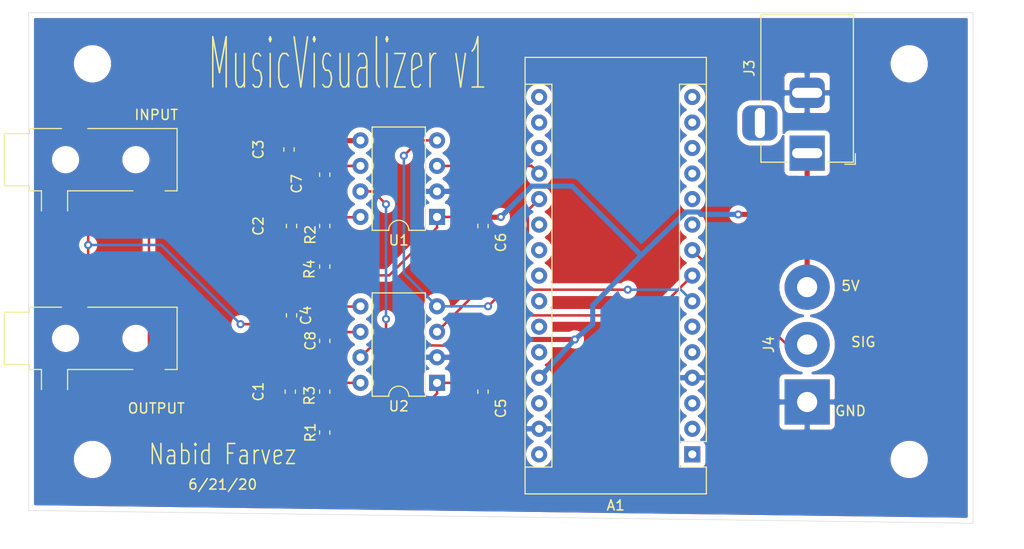
<source format=kicad_pcb>
(kicad_pcb (version 20171130) (host pcbnew "(5.1.5)-3")

  (general
    (thickness 1.6)
    (drawings 10)
    (tracks 99)
    (zones 0)
    (modules 23)
    (nets 40)
  )

  (page A4)
  (layers
    (0 F.Cu signal)
    (31 B.Cu signal)
    (32 B.Adhes user)
    (33 F.Adhes user)
    (34 B.Paste user)
    (35 F.Paste user)
    (36 B.SilkS user)
    (37 F.SilkS user)
    (38 B.Mask user)
    (39 F.Mask user)
    (40 Dwgs.User user)
    (41 Cmts.User user)
    (42 Eco1.User user)
    (43 Eco2.User user)
    (44 Edge.Cuts user)
    (45 Margin user)
    (46 B.CrtYd user)
    (47 F.CrtYd user)
    (48 B.Fab user)
    (49 F.Fab user)
  )

  (setup
    (last_trace_width 0.25)
    (user_trace_width 0.508)
    (trace_clearance 0.2)
    (zone_clearance 0.508)
    (zone_45_only no)
    (trace_min 0.2)
    (via_size 0.8)
    (via_drill 0.4)
    (via_min_size 0.4)
    (via_min_drill 0.3)
    (uvia_size 0.3)
    (uvia_drill 0.1)
    (uvias_allowed no)
    (uvia_min_size 0.2)
    (uvia_min_drill 0.1)
    (edge_width 0.05)
    (segment_width 0.2)
    (pcb_text_width 0.3)
    (pcb_text_size 1.5 1.5)
    (mod_edge_width 0.12)
    (mod_text_size 1 1)
    (mod_text_width 0.15)
    (pad_size 1.524 1.524)
    (pad_drill 0.762)
    (pad_to_mask_clearance 0.051)
    (solder_mask_min_width 0.25)
    (aux_axis_origin 0 0)
    (visible_elements 7FFFFFFF)
    (pcbplotparams
      (layerselection 0x010fc_ffffffff)
      (usegerberextensions false)
      (usegerberattributes false)
      (usegerberadvancedattributes false)
      (creategerberjobfile false)
      (excludeedgelayer true)
      (linewidth 0.100000)
      (plotframeref false)
      (viasonmask false)
      (mode 1)
      (useauxorigin false)
      (hpglpennumber 1)
      (hpglpenspeed 20)
      (hpglpendiameter 15.000000)
      (psnegative false)
      (psa4output false)
      (plotreference true)
      (plotvalue true)
      (plotinvisibletext false)
      (padsonsilk false)
      (subtractmaskfromsilk false)
      (outputformat 1)
      (mirror false)
      (drillshape 0)
      (scaleselection 1)
      (outputdirectory "plots/"))
  )

  (net 0 "")
  (net 1 "Net-(A1-Pad1)")
  (net 2 "Net-(A1-Pad17)")
  (net 3 "Net-(A1-Pad2)")
  (net 4 "Net-(A1-Pad18)")
  (net 5 "Net-(A1-Pad3)")
  (net 6 ANALOG0)
  (net 7 GND)
  (net 8 ANALOG1)
  (net 9 "Net-(A1-Pad5)")
  (net 10 "Net-(A1-Pad21)")
  (net 11 "Net-(A1-Pad6)")
  (net 12 "Net-(A1-Pad22)")
  (net 13 STROBE)
  (net 14 "Net-(A1-Pad23)")
  (net 15 RESET)
  (net 16 "Net-(A1-Pad24)")
  (net 17 "Net-(A1-Pad9)")
  (net 18 "Net-(A1-Pad25)")
  (net 19 "Net-(A1-Pad10)")
  (net 20 "Net-(A1-Pad26)")
  (net 21 "Net-(A1-Pad11)")
  (net 22 +5V)
  (net 23 "Net-(A1-Pad12)")
  (net 24 "Net-(A1-Pad28)")
  (net 25 "Net-(A1-Pad13)")
  (net 26 "Net-(A1-Pad14)")
  (net 27 "Net-(A1-Pad30)")
  (net 28 "Net-(A1-Pad15)")
  (net 29 "Net-(A1-Pad16)")
  (net 30 "Net-(C1-Pad1)")
  (net 31 "Net-(C2-Pad1)")
  (net 32 LEFT)
  (net 33 "Net-(C3-Pad1)")
  (net 34 RIGHT)
  (net 35 "Net-(C4-Pad1)")
  (net 36 "Net-(C7-Pad1)")
  (net 37 "Net-(C8-Pad2)")
  (net 38 "Net-(R1-Pad2)")
  (net 39 "Net-(R2-Pad1)")

  (net_class Default "This is the default net class."
    (clearance 0.2)
    (trace_width 0.25)
    (via_dia 0.8)
    (via_drill 0.4)
    (uvia_dia 0.3)
    (uvia_drill 0.1)
    (add_net +5V)
    (add_net ANALOG0)
    (add_net ANALOG1)
    (add_net GND)
    (add_net LEFT)
    (add_net "Net-(A1-Pad1)")
    (add_net "Net-(A1-Pad10)")
    (add_net "Net-(A1-Pad11)")
    (add_net "Net-(A1-Pad12)")
    (add_net "Net-(A1-Pad13)")
    (add_net "Net-(A1-Pad14)")
    (add_net "Net-(A1-Pad15)")
    (add_net "Net-(A1-Pad16)")
    (add_net "Net-(A1-Pad17)")
    (add_net "Net-(A1-Pad18)")
    (add_net "Net-(A1-Pad2)")
    (add_net "Net-(A1-Pad21)")
    (add_net "Net-(A1-Pad22)")
    (add_net "Net-(A1-Pad23)")
    (add_net "Net-(A1-Pad24)")
    (add_net "Net-(A1-Pad25)")
    (add_net "Net-(A1-Pad26)")
    (add_net "Net-(A1-Pad28)")
    (add_net "Net-(A1-Pad3)")
    (add_net "Net-(A1-Pad30)")
    (add_net "Net-(A1-Pad5)")
    (add_net "Net-(A1-Pad6)")
    (add_net "Net-(A1-Pad9)")
    (add_net "Net-(C1-Pad1)")
    (add_net "Net-(C2-Pad1)")
    (add_net "Net-(C3-Pad1)")
    (add_net "Net-(C4-Pad1)")
    (add_net "Net-(C7-Pad1)")
    (add_net "Net-(C8-Pad2)")
    (add_net "Net-(R1-Pad2)")
    (add_net "Net-(R2-Pad1)")
    (add_net RESET)
    (add_net RIGHT)
    (add_net STROBE)
  )

  (module Resistor_SMD:R_0603_1608Metric_Pad1.05x0.95mm_HandSolder (layer F.Cu) (tedit 5B301BBD) (tstamp 5EEFDC29)
    (at 98.044 65.899 90)
    (descr "Resistor SMD 0603 (1608 Metric), square (rectangular) end terminal, IPC_7351 nominal with elongated pad for handsoldering. (Body size source: http://www.tortai-tech.com/upload/download/2011102023233369053.pdf), generated with kicad-footprint-generator")
    (tags "resistor handsolder")
    (path /5EF0801C)
    (attr smd)
    (fp_text reference R4 (at -0.254 -1.524 90) (layer F.SilkS)
      (effects (font (size 1 1) (thickness 0.15)))
    )
    (fp_text value 100K (at 0 1.43 90) (layer F.Fab)
      (effects (font (size 1 1) (thickness 0.15)))
    )
    (fp_text user %R (at 0 0 90) (layer F.Fab)
      (effects (font (size 0.4 0.4) (thickness 0.06)))
    )
    (fp_line (start 1.65 0.73) (end -1.65 0.73) (layer F.CrtYd) (width 0.05))
    (fp_line (start 1.65 -0.73) (end 1.65 0.73) (layer F.CrtYd) (width 0.05))
    (fp_line (start -1.65 -0.73) (end 1.65 -0.73) (layer F.CrtYd) (width 0.05))
    (fp_line (start -1.65 0.73) (end -1.65 -0.73) (layer F.CrtYd) (width 0.05))
    (fp_line (start -0.171267 0.51) (end 0.171267 0.51) (layer F.SilkS) (width 0.12))
    (fp_line (start -0.171267 -0.51) (end 0.171267 -0.51) (layer F.SilkS) (width 0.12))
    (fp_line (start 0.8 0.4) (end -0.8 0.4) (layer F.Fab) (width 0.1))
    (fp_line (start 0.8 -0.4) (end 0.8 0.4) (layer F.Fab) (width 0.1))
    (fp_line (start -0.8 -0.4) (end 0.8 -0.4) (layer F.Fab) (width 0.1))
    (fp_line (start -0.8 0.4) (end -0.8 -0.4) (layer F.Fab) (width 0.1))
    (pad 2 smd roundrect (at 0.875 0 90) (size 1.05 0.95) (layers F.Cu F.Paste F.Mask) (roundrect_rratio 0.25)
      (net 39 "Net-(R2-Pad1)"))
    (pad 1 smd roundrect (at -0.875 0 90) (size 1.05 0.95) (layers F.Cu F.Paste F.Mask) (roundrect_rratio 0.25)
      (net 22 +5V))
    (model ${KISYS3DMOD}/Resistor_SMD.3dshapes/R_0603_1608Metric.wrl
      (at (xyz 0 0 0))
      (scale (xyz 1 1 1))
      (rotate (xyz 0 0 0))
    )
  )

  (module Resistor_SMD:R_0603_1608Metric_Pad1.05x0.95mm_HandSolder (layer F.Cu) (tedit 5B301BBD) (tstamp 5EEFDAF9)
    (at 98.044 78.345 90)
    (descr "Resistor SMD 0603 (1608 Metric), square (rectangular) end terminal, IPC_7351 nominal with elongated pad for handsoldering. (Body size source: http://www.tortai-tech.com/upload/download/2011102023233369053.pdf), generated with kicad-footprint-generator")
    (tags "resistor handsolder")
    (path /5EF09C68)
    (attr smd)
    (fp_text reference R3 (at -0.395 -1.524 90) (layer F.SilkS)
      (effects (font (size 1 1) (thickness 0.15)))
    )
    (fp_text value 100K (at 0 1.43 90) (layer F.Fab)
      (effects (font (size 1 1) (thickness 0.15)))
    )
    (fp_text user %R (at 0 0 90) (layer F.Fab)
      (effects (font (size 0.4 0.4) (thickness 0.06)))
    )
    (fp_line (start 1.65 0.73) (end -1.65 0.73) (layer F.CrtYd) (width 0.05))
    (fp_line (start 1.65 -0.73) (end 1.65 0.73) (layer F.CrtYd) (width 0.05))
    (fp_line (start -1.65 -0.73) (end 1.65 -0.73) (layer F.CrtYd) (width 0.05))
    (fp_line (start -1.65 0.73) (end -1.65 -0.73) (layer F.CrtYd) (width 0.05))
    (fp_line (start -0.171267 0.51) (end 0.171267 0.51) (layer F.SilkS) (width 0.12))
    (fp_line (start -0.171267 -0.51) (end 0.171267 -0.51) (layer F.SilkS) (width 0.12))
    (fp_line (start 0.8 0.4) (end -0.8 0.4) (layer F.Fab) (width 0.1))
    (fp_line (start 0.8 -0.4) (end 0.8 0.4) (layer F.Fab) (width 0.1))
    (fp_line (start -0.8 -0.4) (end 0.8 -0.4) (layer F.Fab) (width 0.1))
    (fp_line (start -0.8 0.4) (end -0.8 -0.4) (layer F.Fab) (width 0.1))
    (pad 2 smd roundrect (at 0.875 0 90) (size 1.05 0.95) (layers F.Cu F.Paste F.Mask) (roundrect_rratio 0.25)
      (net 30 "Net-(C1-Pad1)"))
    (pad 1 smd roundrect (at -0.875 0 90) (size 1.05 0.95) (layers F.Cu F.Paste F.Mask) (roundrect_rratio 0.25)
      (net 38 "Net-(R1-Pad2)"))
    (model ${KISYS3DMOD}/Resistor_SMD.3dshapes/R_0603_1608Metric.wrl
      (at (xyz 0 0 0))
      (scale (xyz 1 1 1))
      (rotate (xyz 0 0 0))
    )
  )

  (module Resistor_SMD:R_0603_1608Metric_Pad1.05x0.95mm_HandSolder (layer F.Cu) (tedit 5B301BBD) (tstamp 5EEFDAD8)
    (at 98.044 82.409 90)
    (descr "Resistor SMD 0603 (1608 Metric), square (rectangular) end terminal, IPC_7351 nominal with elongated pad for handsoldering. (Body size source: http://www.tortai-tech.com/upload/download/2011102023233369053.pdf), generated with kicad-footprint-generator")
    (tags "resistor handsolder")
    (path /5EF01056)
    (attr smd)
    (fp_text reference R1 (at 0 -1.43 90) (layer F.SilkS)
      (effects (font (size 1 1) (thickness 0.15)))
    )
    (fp_text value 100K (at 0 1.43 90) (layer F.Fab)
      (effects (font (size 1 1) (thickness 0.15)))
    )
    (fp_text user %R (at 0 0 90) (layer F.Fab)
      (effects (font (size 0.4 0.4) (thickness 0.06)))
    )
    (fp_line (start 1.65 0.73) (end -1.65 0.73) (layer F.CrtYd) (width 0.05))
    (fp_line (start 1.65 -0.73) (end 1.65 0.73) (layer F.CrtYd) (width 0.05))
    (fp_line (start -1.65 -0.73) (end 1.65 -0.73) (layer F.CrtYd) (width 0.05))
    (fp_line (start -1.65 0.73) (end -1.65 -0.73) (layer F.CrtYd) (width 0.05))
    (fp_line (start -0.171267 0.51) (end 0.171267 0.51) (layer F.SilkS) (width 0.12))
    (fp_line (start -0.171267 -0.51) (end 0.171267 -0.51) (layer F.SilkS) (width 0.12))
    (fp_line (start 0.8 0.4) (end -0.8 0.4) (layer F.Fab) (width 0.1))
    (fp_line (start 0.8 -0.4) (end 0.8 0.4) (layer F.Fab) (width 0.1))
    (fp_line (start -0.8 -0.4) (end 0.8 -0.4) (layer F.Fab) (width 0.1))
    (fp_line (start -0.8 0.4) (end -0.8 -0.4) (layer F.Fab) (width 0.1))
    (pad 2 smd roundrect (at 0.875 0 90) (size 1.05 0.95) (layers F.Cu F.Paste F.Mask) (roundrect_rratio 0.25)
      (net 38 "Net-(R1-Pad2)"))
    (pad 1 smd roundrect (at -0.875 0 90) (size 1.05 0.95) (layers F.Cu F.Paste F.Mask) (roundrect_rratio 0.25)
      (net 22 +5V))
    (model ${KISYS3DMOD}/Resistor_SMD.3dshapes/R_0603_1608Metric.wrl
      (at (xyz 0 0 0))
      (scale (xyz 1 1 1))
      (rotate (xyz 0 0 0))
    )
  )

  (module Connector_Wire:SolderWirePad_1x03_P5.715mm_Drill2mm (layer F.Cu) (tedit 5AEE5F8E) (tstamp 5EEFD4E5)
    (at 146.05 79.375 90)
    (descr "Wire solder connection")
    (tags connector)
    (path /5EF933D1)
    (attr virtual)
    (fp_text reference J4 (at 5.715 -3.81 90) (layer F.SilkS)
      (effects (font (size 1 1) (thickness 0.15)))
    )
    (fp_text value RGB_STRIP (at 5.715 3.81 90) (layer F.Fab)
      (effects (font (size 1 1) (thickness 0.15)))
    )
    (fp_line (start 14.17 2.75) (end -2.75 2.75) (layer F.CrtYd) (width 0.05))
    (fp_line (start 14.17 2.75) (end 14.17 -2.75) (layer F.CrtYd) (width 0.05))
    (fp_line (start -2.75 -2.75) (end -2.75 2.75) (layer F.CrtYd) (width 0.05))
    (fp_line (start -2.75 -2.75) (end 14.17 -2.75) (layer F.CrtYd) (width 0.05))
    (fp_text user %R (at 5.715 0 90) (layer F.Fab)
      (effects (font (size 1 1) (thickness 0.15)))
    )
    (pad 3 thru_hole circle (at 11.43 0 90) (size 4.50088 4.50088) (drill 1.99898) (layers *.Cu *.Mask)
      (net 22 +5V))
    (pad 2 thru_hole circle (at 5.715 0 90) (size 4.50088 4.50088) (drill 1.99898) (layers *.Cu *.Mask)
      (net 17 "Net-(A1-Pad9)"))
    (pad 1 thru_hole rect (at 0 0 90) (size 4.50088 4.50088) (drill 1.99898) (layers *.Cu *.Mask)
      (net 7 GND))
  )

  (module Connector_BarrelJack:BarrelJack_Horizontal (layer F.Cu) (tedit 5A1DBF6A) (tstamp 5EEFD4C3)
    (at 146.05 54.61 270)
    (descr "DC Barrel Jack")
    (tags "Power Jack")
    (path /5EF86B66)
    (fp_text reference J3 (at -8.45 5.75 90) (layer F.SilkS)
      (effects (font (size 1 1) (thickness 0.15)))
    )
    (fp_text value Power_BarrelJack (at -6.2 -5.5 90) (layer F.Fab)
      (effects (font (size 1 1) (thickness 0.15)))
    )
    (fp_line (start 0 -4.5) (end -13.7 -4.5) (layer F.Fab) (width 0.1))
    (fp_line (start 0.8 4.5) (end 0.8 -3.75) (layer F.Fab) (width 0.1))
    (fp_line (start -13.7 4.5) (end 0.8 4.5) (layer F.Fab) (width 0.1))
    (fp_line (start -13.7 -4.5) (end -13.7 4.5) (layer F.Fab) (width 0.1))
    (fp_line (start -10.2 -4.5) (end -10.2 4.5) (layer F.Fab) (width 0.1))
    (fp_line (start 0.9 -4.6) (end 0.9 -2) (layer F.SilkS) (width 0.12))
    (fp_line (start -13.8 -4.6) (end 0.9 -4.6) (layer F.SilkS) (width 0.12))
    (fp_line (start 0.9 4.6) (end -1 4.6) (layer F.SilkS) (width 0.12))
    (fp_line (start 0.9 1.9) (end 0.9 4.6) (layer F.SilkS) (width 0.12))
    (fp_line (start -13.8 4.6) (end -13.8 -4.6) (layer F.SilkS) (width 0.12))
    (fp_line (start -5 4.6) (end -13.8 4.6) (layer F.SilkS) (width 0.12))
    (fp_line (start -14 4.75) (end -14 -4.75) (layer F.CrtYd) (width 0.05))
    (fp_line (start -5 4.75) (end -14 4.75) (layer F.CrtYd) (width 0.05))
    (fp_line (start -5 6.75) (end -5 4.75) (layer F.CrtYd) (width 0.05))
    (fp_line (start -1 6.75) (end -5 6.75) (layer F.CrtYd) (width 0.05))
    (fp_line (start -1 4.75) (end -1 6.75) (layer F.CrtYd) (width 0.05))
    (fp_line (start 1 4.75) (end -1 4.75) (layer F.CrtYd) (width 0.05))
    (fp_line (start 1 2) (end 1 4.75) (layer F.CrtYd) (width 0.05))
    (fp_line (start 2 2) (end 1 2) (layer F.CrtYd) (width 0.05))
    (fp_line (start 2 -2) (end 2 2) (layer F.CrtYd) (width 0.05))
    (fp_line (start 1 -2) (end 2 -2) (layer F.CrtYd) (width 0.05))
    (fp_line (start 1 -4.5) (end 1 -2) (layer F.CrtYd) (width 0.05))
    (fp_line (start 1 -4.75) (end -14 -4.75) (layer F.CrtYd) (width 0.05))
    (fp_line (start 1 -4.5) (end 1 -4.75) (layer F.CrtYd) (width 0.05))
    (fp_line (start 0.05 -4.8) (end 1.1 -4.8) (layer F.SilkS) (width 0.12))
    (fp_line (start 1.1 -3.75) (end 1.1 -4.8) (layer F.SilkS) (width 0.12))
    (fp_line (start -0.003213 -4.505425) (end 0.8 -3.75) (layer F.Fab) (width 0.1))
    (fp_text user %R (at -3 -2.95 90) (layer F.Fab)
      (effects (font (size 1 1) (thickness 0.15)))
    )
    (pad 3 thru_hole roundrect (at -3 4.7 270) (size 3.5 3.5) (drill oval 3 1) (layers *.Cu *.Mask) (roundrect_rratio 0.25))
    (pad 2 thru_hole roundrect (at -6 0 270) (size 3 3.5) (drill oval 1 3) (layers *.Cu *.Mask) (roundrect_rratio 0.25)
      (net 7 GND))
    (pad 1 thru_hole rect (at 0 0 270) (size 3.5 3.5) (drill oval 1 3) (layers *.Cu *.Mask)
      (net 22 +5V))
    (model ${KISYS3DMOD}/Connector_BarrelJack.3dshapes/BarrelJack_Horizontal.wrl
      (at (xyz 0 0 0))
      (scale (xyz 1 1 1))
      (rotate (xyz 0 0 0))
    )
    (model "${KIPRJMOD}/3Dmodels/power-barrel-connector-jack-1.snapshot.1/Power Barrel Connector Jack 694106301002.stp"
      (at (xyz 0 0 0))
      (scale (xyz 1 1 1))
      (rotate (xyz 0 0 90))
    )
  )

  (module MountingHole:MountingHole_2.7mm (layer F.Cu) (tedit 56D1B4CB) (tstamp 5EEFD3E1)
    (at 74.93 85.09)
    (descr "Mounting Hole 2.7mm, no annular")
    (tags "mounting hole 2.7mm no annular")
    (attr virtual)
    (fp_text reference REF** (at 0 -3.7) (layer F.SilkS) hide
      (effects (font (size 1 1) (thickness 0.15)))
    )
    (fp_text value MountingHole_2.7mm (at 0 3.7) (layer F.Fab)
      (effects (font (size 1 1) (thickness 0.15)))
    )
    (fp_circle (center 0 0) (end 2.95 0) (layer F.CrtYd) (width 0.05))
    (fp_circle (center 0 0) (end 2.7 0) (layer Cmts.User) (width 0.15))
    (fp_text user %R (at 0.3 0) (layer F.Fab)
      (effects (font (size 1 1) (thickness 0.15)))
    )
    (pad 1 np_thru_hole circle (at 0 0) (size 2.7 2.7) (drill 2.7) (layers *.Cu *.Mask))
  )

  (module MountingHole:MountingHole_2.7mm (layer F.Cu) (tedit 56D1B4CB) (tstamp 5EEFD2A2)
    (at 74.93 45.72)
    (descr "Mounting Hole 2.7mm, no annular")
    (tags "mounting hole 2.7mm no annular")
    (attr virtual)
    (fp_text reference REF** (at 0 -3.7) (layer F.SilkS) hide
      (effects (font (size 1 1) (thickness 0.15)))
    )
    (fp_text value MountingHole_2.7mm (at 0 3.7) (layer F.Fab)
      (effects (font (size 1 1) (thickness 0.15)))
    )
    (fp_circle (center 0 0) (end 2.95 0) (layer F.CrtYd) (width 0.05))
    (fp_circle (center 0 0) (end 2.7 0) (layer Cmts.User) (width 0.15))
    (fp_text user %R (at 0.3 0) (layer F.Fab)
      (effects (font (size 1 1) (thickness 0.15)))
    )
    (pad 1 np_thru_hole circle (at 0 0) (size 2.7 2.7) (drill 2.7) (layers *.Cu *.Mask))
  )

  (module MountingHole:MountingHole_2.7mm (layer F.Cu) (tedit 56D1B4CB) (tstamp 5EEFE890)
    (at 156.21 45.72)
    (descr "Mounting Hole 2.7mm, no annular")
    (tags "mounting hole 2.7mm no annular")
    (attr virtual)
    (fp_text reference REF** (at 0 -3.7) (layer F.SilkS) hide
      (effects (font (size 1 1) (thickness 0.15)))
    )
    (fp_text value MountingHole_2.7mm (at 0 3.7) (layer F.Fab)
      (effects (font (size 1 1) (thickness 0.15)))
    )
    (fp_text user %R (at 0.3 0) (layer F.Fab)
      (effects (font (size 1 1) (thickness 0.15)))
    )
    (fp_circle (center 0 0) (end 2.7 0) (layer Cmts.User) (width 0.15))
    (fp_circle (center 0 0) (end 2.95 0) (layer F.CrtYd) (width 0.05))
    (pad 1 np_thru_hole circle (at 0 0) (size 2.7 2.7) (drill 2.7) (layers *.Cu *.Mask))
  )

  (module MountingHole:MountingHole_2.7mm (layer F.Cu) (tedit 56D1B4CB) (tstamp 5EEFE85D)
    (at 156.21 85.09)
    (descr "Mounting Hole 2.7mm, no annular")
    (tags "mounting hole 2.7mm no annular")
    (attr virtual)
    (fp_text reference REF** (at 0 -3.7) (layer F.SilkS) hide
      (effects (font (size 1 1) (thickness 0.15)))
    )
    (fp_text value MountingHole_2.7mm (at 0 3.7) (layer F.Fab)
      (effects (font (size 1 1) (thickness 0.15)))
    )
    (fp_circle (center 0 0) (end 2.95 0) (layer F.CrtYd) (width 0.05))
    (fp_circle (center 0 0) (end 2.7 0) (layer Cmts.User) (width 0.15))
    (fp_text user %R (at 0.3 0) (layer F.Fab)
      (effects (font (size 1 1) (thickness 0.15)))
    )
    (pad 1 np_thru_hole circle (at 0 0) (size 2.7 2.7) (drill 2.7) (layers *.Cu *.Mask))
  )

  (module Module:Arduino_Nano (layer F.Cu) (tedit 58ACAF70) (tstamp 5EF01A53)
    (at 134.62 84.582 180)
    (descr "Arduino Nano, http://www.mouser.com/pdfdocs/Gravitech_Arduino_Nano3_0.pdf")
    (tags "Arduino Nano")
    (path /5EEE5B8D)
    (fp_text reference A1 (at 7.62 -5.08) (layer F.SilkS)
      (effects (font (size 1 1) (thickness 0.15)))
    )
    (fp_text value Arduino_Nano_v2.x (at 8.89 19.05 90) (layer F.Fab)
      (effects (font (size 1 1) (thickness 0.15)))
    )
    (fp_text user %R (at 6.35 19.05 90) (layer F.Fab)
      (effects (font (size 1 1) (thickness 0.15)))
    )
    (fp_line (start 1.27 1.27) (end 1.27 -1.27) (layer F.SilkS) (width 0.12))
    (fp_line (start 1.27 -1.27) (end -1.4 -1.27) (layer F.SilkS) (width 0.12))
    (fp_line (start -1.4 1.27) (end -1.4 39.5) (layer F.SilkS) (width 0.12))
    (fp_line (start -1.4 -3.94) (end -1.4 -1.27) (layer F.SilkS) (width 0.12))
    (fp_line (start 13.97 -1.27) (end 16.64 -1.27) (layer F.SilkS) (width 0.12))
    (fp_line (start 13.97 -1.27) (end 13.97 36.83) (layer F.SilkS) (width 0.12))
    (fp_line (start 13.97 36.83) (end 16.64 36.83) (layer F.SilkS) (width 0.12))
    (fp_line (start 1.27 1.27) (end -1.4 1.27) (layer F.SilkS) (width 0.12))
    (fp_line (start 1.27 1.27) (end 1.27 36.83) (layer F.SilkS) (width 0.12))
    (fp_line (start 1.27 36.83) (end -1.4 36.83) (layer F.SilkS) (width 0.12))
    (fp_line (start 3.81 31.75) (end 11.43 31.75) (layer F.Fab) (width 0.1))
    (fp_line (start 11.43 31.75) (end 11.43 41.91) (layer F.Fab) (width 0.1))
    (fp_line (start 11.43 41.91) (end 3.81 41.91) (layer F.Fab) (width 0.1))
    (fp_line (start 3.81 41.91) (end 3.81 31.75) (layer F.Fab) (width 0.1))
    (fp_line (start -1.4 39.5) (end 16.64 39.5) (layer F.SilkS) (width 0.12))
    (fp_line (start 16.64 39.5) (end 16.64 -3.94) (layer F.SilkS) (width 0.12))
    (fp_line (start 16.64 -3.94) (end -1.4 -3.94) (layer F.SilkS) (width 0.12))
    (fp_line (start 16.51 39.37) (end -1.27 39.37) (layer F.Fab) (width 0.1))
    (fp_line (start -1.27 39.37) (end -1.27 -2.54) (layer F.Fab) (width 0.1))
    (fp_line (start -1.27 -2.54) (end 0 -3.81) (layer F.Fab) (width 0.1))
    (fp_line (start 0 -3.81) (end 16.51 -3.81) (layer F.Fab) (width 0.1))
    (fp_line (start 16.51 -3.81) (end 16.51 39.37) (layer F.Fab) (width 0.1))
    (fp_line (start -1.53 -4.06) (end 16.75 -4.06) (layer F.CrtYd) (width 0.05))
    (fp_line (start -1.53 -4.06) (end -1.53 42.16) (layer F.CrtYd) (width 0.05))
    (fp_line (start 16.75 42.16) (end 16.75 -4.06) (layer F.CrtYd) (width 0.05))
    (fp_line (start 16.75 42.16) (end -1.53 42.16) (layer F.CrtYd) (width 0.05))
    (pad 1 thru_hole rect (at 0 0 180) (size 1.6 1.6) (drill 0.8) (layers *.Cu *.Mask)
      (net 1 "Net-(A1-Pad1)"))
    (pad 17 thru_hole oval (at 15.24 33.02 180) (size 1.6 1.6) (drill 0.8) (layers *.Cu *.Mask)
      (net 2 "Net-(A1-Pad17)"))
    (pad 2 thru_hole oval (at 0 2.54 180) (size 1.6 1.6) (drill 0.8) (layers *.Cu *.Mask)
      (net 3 "Net-(A1-Pad2)"))
    (pad 18 thru_hole oval (at 15.24 30.48 180) (size 1.6 1.6) (drill 0.8) (layers *.Cu *.Mask)
      (net 4 "Net-(A1-Pad18)"))
    (pad 3 thru_hole oval (at 0 5.08 180) (size 1.6 1.6) (drill 0.8) (layers *.Cu *.Mask)
      (net 5 "Net-(A1-Pad3)"))
    (pad 19 thru_hole oval (at 15.24 27.94 180) (size 1.6 1.6) (drill 0.8) (layers *.Cu *.Mask)
      (net 6 ANALOG0))
    (pad 4 thru_hole oval (at 0 7.62 180) (size 1.6 1.6) (drill 0.8) (layers *.Cu *.Mask)
      (net 7 GND))
    (pad 20 thru_hole oval (at 15.24 25.4 180) (size 1.6 1.6) (drill 0.8) (layers *.Cu *.Mask)
      (net 8 ANALOG1))
    (pad 5 thru_hole oval (at 0 10.16 180) (size 1.6 1.6) (drill 0.8) (layers *.Cu *.Mask)
      (net 9 "Net-(A1-Pad5)"))
    (pad 21 thru_hole oval (at 15.24 22.86 180) (size 1.6 1.6) (drill 0.8) (layers *.Cu *.Mask)
      (net 10 "Net-(A1-Pad21)"))
    (pad 6 thru_hole oval (at 0 12.7 180) (size 1.6 1.6) (drill 0.8) (layers *.Cu *.Mask)
      (net 11 "Net-(A1-Pad6)"))
    (pad 22 thru_hole oval (at 15.24 20.32 180) (size 1.6 1.6) (drill 0.8) (layers *.Cu *.Mask)
      (net 12 "Net-(A1-Pad22)"))
    (pad 7 thru_hole oval (at 0 15.24 180) (size 1.6 1.6) (drill 0.8) (layers *.Cu *.Mask)
      (net 13 STROBE))
    (pad 23 thru_hole oval (at 15.24 17.78 180) (size 1.6 1.6) (drill 0.8) (layers *.Cu *.Mask)
      (net 14 "Net-(A1-Pad23)"))
    (pad 8 thru_hole oval (at 0 17.78 180) (size 1.6 1.6) (drill 0.8) (layers *.Cu *.Mask)
      (net 15 RESET))
    (pad 24 thru_hole oval (at 15.24 15.24 180) (size 1.6 1.6) (drill 0.8) (layers *.Cu *.Mask)
      (net 16 "Net-(A1-Pad24)"))
    (pad 9 thru_hole oval (at 0 20.32 180) (size 1.6 1.6) (drill 0.8) (layers *.Cu *.Mask)
      (net 17 "Net-(A1-Pad9)"))
    (pad 25 thru_hole oval (at 15.24 12.7 180) (size 1.6 1.6) (drill 0.8) (layers *.Cu *.Mask)
      (net 18 "Net-(A1-Pad25)"))
    (pad 10 thru_hole oval (at 0 22.86 180) (size 1.6 1.6) (drill 0.8) (layers *.Cu *.Mask)
      (net 19 "Net-(A1-Pad10)"))
    (pad 26 thru_hole oval (at 15.24 10.16 180) (size 1.6 1.6) (drill 0.8) (layers *.Cu *.Mask)
      (net 20 "Net-(A1-Pad26)"))
    (pad 11 thru_hole oval (at 0 25.4 180) (size 1.6 1.6) (drill 0.8) (layers *.Cu *.Mask)
      (net 21 "Net-(A1-Pad11)"))
    (pad 27 thru_hole oval (at 15.24 7.62 180) (size 1.6 1.6) (drill 0.8) (layers *.Cu *.Mask)
      (net 22 +5V))
    (pad 12 thru_hole oval (at 0 27.94 180) (size 1.6 1.6) (drill 0.8) (layers *.Cu *.Mask)
      (net 23 "Net-(A1-Pad12)"))
    (pad 28 thru_hole oval (at 15.24 5.08 180) (size 1.6 1.6) (drill 0.8) (layers *.Cu *.Mask)
      (net 24 "Net-(A1-Pad28)"))
    (pad 13 thru_hole oval (at 0 30.48 180) (size 1.6 1.6) (drill 0.8) (layers *.Cu *.Mask)
      (net 25 "Net-(A1-Pad13)"))
    (pad 29 thru_hole oval (at 15.24 2.54 180) (size 1.6 1.6) (drill 0.8) (layers *.Cu *.Mask)
      (net 7 GND))
    (pad 14 thru_hole oval (at 0 33.02 180) (size 1.6 1.6) (drill 0.8) (layers *.Cu *.Mask)
      (net 26 "Net-(A1-Pad14)"))
    (pad 30 thru_hole oval (at 15.24 0 180) (size 1.6 1.6) (drill 0.8) (layers *.Cu *.Mask)
      (net 27 "Net-(A1-Pad30)"))
    (pad 15 thru_hole oval (at 0 35.56 180) (size 1.6 1.6) (drill 0.8) (layers *.Cu *.Mask)
      (net 28 "Net-(A1-Pad15)"))
    (pad 16 thru_hole oval (at 15.24 35.56 180) (size 1.6 1.6) (drill 0.8) (layers *.Cu *.Mask)
      (net 29 "Net-(A1-Pad16)"))
    (model ${KISYS3DMOD}/Module.3dshapes/Arduino_Nano_WithMountingHoles.wrl
      (at (xyz 0 0 0))
      (scale (xyz 1 1 1))
      (rotate (xyz 0 0 0))
    )
    (model ${KIPRJMOD}/3Dmodels/Arduino_Nano_V3.wrl
      (offset (xyz 7.5 -18 0.5))
      (scale (xyz 0.4 0.4 0.4))
      (rotate (xyz 0 0 90))
    )
  )

  (module Capacitor_SMD:C_0603_1608Metric_Pad1.05x0.95mm_HandSolder (layer F.Cu) (tedit 5B301BBE) (tstamp 5EF01B5B)
    (at 94.615 78.345 270)
    (descr "Capacitor SMD 0603 (1608 Metric), square (rectangular) end terminal, IPC_7351 nominal with elongated pad for handsoldering. (Body size source: http://www.tortai-tech.com/upload/download/2011102023233369053.pdf), generated with kicad-footprint-generator")
    (tags "capacitor handsolder")
    (path /5EEEE629)
    (attr smd)
    (fp_text reference C1 (at 0 3.175 90) (layer F.SilkS)
      (effects (font (size 1 1) (thickness 0.15)))
    )
    (fp_text value "33 pF" (at 0 1.43 90) (layer F.Fab)
      (effects (font (size 1 1) (thickness 0.15)))
    )
    (fp_text user %R (at 0 0 90) (layer F.Fab)
      (effects (font (size 0.4 0.4) (thickness 0.06)))
    )
    (fp_line (start 1.65 0.73) (end -1.65 0.73) (layer F.CrtYd) (width 0.05))
    (fp_line (start 1.65 -0.73) (end 1.65 0.73) (layer F.CrtYd) (width 0.05))
    (fp_line (start -1.65 -0.73) (end 1.65 -0.73) (layer F.CrtYd) (width 0.05))
    (fp_line (start -1.65 0.73) (end -1.65 -0.73) (layer F.CrtYd) (width 0.05))
    (fp_line (start -0.171267 0.51) (end 0.171267 0.51) (layer F.SilkS) (width 0.12))
    (fp_line (start -0.171267 -0.51) (end 0.171267 -0.51) (layer F.SilkS) (width 0.12))
    (fp_line (start 0.8 0.4) (end -0.8 0.4) (layer F.Fab) (width 0.1))
    (fp_line (start 0.8 -0.4) (end 0.8 0.4) (layer F.Fab) (width 0.1))
    (fp_line (start -0.8 -0.4) (end 0.8 -0.4) (layer F.Fab) (width 0.1))
    (fp_line (start -0.8 0.4) (end -0.8 -0.4) (layer F.Fab) (width 0.1))
    (pad 2 smd roundrect (at 0.875 0 270) (size 1.05 0.95) (layers F.Cu F.Paste F.Mask) (roundrect_rratio 0.25)
      (net 7 GND))
    (pad 1 smd roundrect (at -0.875 0 270) (size 1.05 0.95) (layers F.Cu F.Paste F.Mask) (roundrect_rratio 0.25)
      (net 30 "Net-(C1-Pad1)"))
    (model ${KISYS3DMOD}/Capacitor_SMD.3dshapes/C_0603_1608Metric.wrl
      (at (xyz 0 0 0))
      (scale (xyz 1 1 1))
      (rotate (xyz 0 0 0))
    )
  )

  (module Capacitor_SMD:C_0603_1608Metric_Pad1.05x0.95mm_HandSolder (layer F.Cu) (tedit 5B301BBE) (tstamp 5EF062AC)
    (at 94.742 61.863 270)
    (descr "Capacitor SMD 0603 (1608 Metric), square (rectangular) end terminal, IPC_7351 nominal with elongated pad for handsoldering. (Body size source: http://www.tortai-tech.com/upload/download/2011102023233369053.pdf), generated with kicad-footprint-generator")
    (tags "capacitor handsolder")
    (path /5EEF7485)
    (attr smd)
    (fp_text reference C2 (at 0 3.302 90) (layer F.SilkS)
      (effects (font (size 1 1) (thickness 0.15)))
    )
    (fp_text value "33 pF" (at 0 1.43 90) (layer F.Fab)
      (effects (font (size 1 1) (thickness 0.15)))
    )
    (fp_line (start -0.8 0.4) (end -0.8 -0.4) (layer F.Fab) (width 0.1))
    (fp_line (start -0.8 -0.4) (end 0.8 -0.4) (layer F.Fab) (width 0.1))
    (fp_line (start 0.8 -0.4) (end 0.8 0.4) (layer F.Fab) (width 0.1))
    (fp_line (start 0.8 0.4) (end -0.8 0.4) (layer F.Fab) (width 0.1))
    (fp_line (start -0.171267 -0.51) (end 0.171267 -0.51) (layer F.SilkS) (width 0.12))
    (fp_line (start -0.171267 0.51) (end 0.171267 0.51) (layer F.SilkS) (width 0.12))
    (fp_line (start -1.65 0.73) (end -1.65 -0.73) (layer F.CrtYd) (width 0.05))
    (fp_line (start -1.65 -0.73) (end 1.65 -0.73) (layer F.CrtYd) (width 0.05))
    (fp_line (start 1.65 -0.73) (end 1.65 0.73) (layer F.CrtYd) (width 0.05))
    (fp_line (start 1.65 0.73) (end -1.65 0.73) (layer F.CrtYd) (width 0.05))
    (fp_text user %R (at 0 0 90) (layer F.Fab)
      (effects (font (size 0.4 0.4) (thickness 0.06)))
    )
    (pad 1 smd roundrect (at -0.875 0 270) (size 1.05 0.95) (layers F.Cu F.Paste F.Mask) (roundrect_rratio 0.25)
      (net 31 "Net-(C2-Pad1)"))
    (pad 2 smd roundrect (at 0.875 0 270) (size 1.05 0.95) (layers F.Cu F.Paste F.Mask) (roundrect_rratio 0.25)
      (net 7 GND))
    (model ${KISYS3DMOD}/Capacitor_SMD.3dshapes/C_0603_1608Metric.wrl
      (at (xyz 0 0 0))
      (scale (xyz 1 1 1))
      (rotate (xyz 0 0 0))
    )
  )

  (module Capacitor_SMD:C_0603_1608Metric_Pad1.05x0.95mm_HandSolder (layer F.Cu) (tedit 5B301BBE) (tstamp 5EF01B7D)
    (at 94.488 54.243 270)
    (descr "Capacitor SMD 0603 (1608 Metric), square (rectangular) end terminal, IPC_7351 nominal with elongated pad for handsoldering. (Body size source: http://www.tortai-tech.com/upload/download/2011102023233369053.pdf), generated with kicad-footprint-generator")
    (tags "capacitor handsolder")
    (path /5EEEE1E8)
    (attr smd)
    (fp_text reference C3 (at 0 3.048 90) (layer F.SilkS)
      (effects (font (size 1 1) (thickness 0.15)))
    )
    (fp_text value "1 nF" (at 0 1.43 90) (layer F.Fab)
      (effects (font (size 1 1) (thickness 0.15)))
    )
    (fp_text user %R (at 0 0 90) (layer F.Fab)
      (effects (font (size 0.4 0.4) (thickness 0.06)))
    )
    (fp_line (start 1.65 0.73) (end -1.65 0.73) (layer F.CrtYd) (width 0.05))
    (fp_line (start 1.65 -0.73) (end 1.65 0.73) (layer F.CrtYd) (width 0.05))
    (fp_line (start -1.65 -0.73) (end 1.65 -0.73) (layer F.CrtYd) (width 0.05))
    (fp_line (start -1.65 0.73) (end -1.65 -0.73) (layer F.CrtYd) (width 0.05))
    (fp_line (start -0.171267 0.51) (end 0.171267 0.51) (layer F.SilkS) (width 0.12))
    (fp_line (start -0.171267 -0.51) (end 0.171267 -0.51) (layer F.SilkS) (width 0.12))
    (fp_line (start 0.8 0.4) (end -0.8 0.4) (layer F.Fab) (width 0.1))
    (fp_line (start 0.8 -0.4) (end 0.8 0.4) (layer F.Fab) (width 0.1))
    (fp_line (start -0.8 -0.4) (end 0.8 -0.4) (layer F.Fab) (width 0.1))
    (fp_line (start -0.8 0.4) (end -0.8 -0.4) (layer F.Fab) (width 0.1))
    (pad 2 smd roundrect (at 0.875 0 270) (size 1.05 0.95) (layers F.Cu F.Paste F.Mask) (roundrect_rratio 0.25)
      (net 32 LEFT))
    (pad 1 smd roundrect (at -0.875 0 270) (size 1.05 0.95) (layers F.Cu F.Paste F.Mask) (roundrect_rratio 0.25)
      (net 33 "Net-(C3-Pad1)"))
    (model ${KISYS3DMOD}/Capacitor_SMD.3dshapes/C_0603_1608Metric.wrl
      (at (xyz 0 0 0))
      (scale (xyz 1 1 1))
      (rotate (xyz 0 0 0))
    )
  )

  (module Capacitor_SMD:C_0603_1608Metric_Pad1.05x0.95mm_HandSolder (layer F.Cu) (tedit 5B301BBE) (tstamp 5EF0659C)
    (at 94.742 70.753 270)
    (descr "Capacitor SMD 0603 (1608 Metric), square (rectangular) end terminal, IPC_7351 nominal with elongated pad for handsoldering. (Body size source: http://www.tortai-tech.com/upload/download/2011102023233369053.pdf), generated with kicad-footprint-generator")
    (tags "capacitor handsolder")
    (path /5EEEC936)
    (attr smd)
    (fp_text reference C4 (at 0 -1.43 90) (layer F.SilkS)
      (effects (font (size 1 1) (thickness 0.15)))
    )
    (fp_text value "1 nF" (at 0 1.43 90) (layer F.Fab)
      (effects (font (size 1 1) (thickness 0.15)))
    )
    (fp_text user %R (at 0 0 90) (layer F.Fab)
      (effects (font (size 0.4 0.4) (thickness 0.06)))
    )
    (fp_line (start 1.65 0.73) (end -1.65 0.73) (layer F.CrtYd) (width 0.05))
    (fp_line (start 1.65 -0.73) (end 1.65 0.73) (layer F.CrtYd) (width 0.05))
    (fp_line (start -1.65 -0.73) (end 1.65 -0.73) (layer F.CrtYd) (width 0.05))
    (fp_line (start -1.65 0.73) (end -1.65 -0.73) (layer F.CrtYd) (width 0.05))
    (fp_line (start -0.171267 0.51) (end 0.171267 0.51) (layer F.SilkS) (width 0.12))
    (fp_line (start -0.171267 -0.51) (end 0.171267 -0.51) (layer F.SilkS) (width 0.12))
    (fp_line (start 0.8 0.4) (end -0.8 0.4) (layer F.Fab) (width 0.1))
    (fp_line (start 0.8 -0.4) (end 0.8 0.4) (layer F.Fab) (width 0.1))
    (fp_line (start -0.8 -0.4) (end 0.8 -0.4) (layer F.Fab) (width 0.1))
    (fp_line (start -0.8 0.4) (end -0.8 -0.4) (layer F.Fab) (width 0.1))
    (pad 2 smd roundrect (at 0.875 0 270) (size 1.05 0.95) (layers F.Cu F.Paste F.Mask) (roundrect_rratio 0.25)
      (net 34 RIGHT))
    (pad 1 smd roundrect (at -0.875 0 270) (size 1.05 0.95) (layers F.Cu F.Paste F.Mask) (roundrect_rratio 0.25)
      (net 35 "Net-(C4-Pad1)"))
    (model ${KISYS3DMOD}/Capacitor_SMD.3dshapes/C_0603_1608Metric.wrl
      (at (xyz 0 0 0))
      (scale (xyz 1 1 1))
      (rotate (xyz 0 0 0))
    )
  )

  (module Capacitor_SMD:C_0603_1608Metric_Pad1.05x0.95mm_HandSolder (layer F.Cu) (tedit 5B301BBE) (tstamp 5EF06851)
    (at 113.792 78.345 270)
    (descr "Capacitor SMD 0603 (1608 Metric), square (rectangular) end terminal, IPC_7351 nominal with elongated pad for handsoldering. (Body size source: http://www.tortai-tech.com/upload/download/2011102023233369053.pdf), generated with kicad-footprint-generator")
    (tags "capacitor handsolder")
    (path /5EEF6921)
    (attr smd)
    (fp_text reference C5 (at 1.665 -1.778 90) (layer F.SilkS)
      (effects (font (size 1 1) (thickness 0.15)))
    )
    (fp_text value "0.1 uF" (at 0 1.43 90) (layer F.Fab)
      (effects (font (size 1 1) (thickness 0.15)))
    )
    (fp_line (start -0.8 0.4) (end -0.8 -0.4) (layer F.Fab) (width 0.1))
    (fp_line (start -0.8 -0.4) (end 0.8 -0.4) (layer F.Fab) (width 0.1))
    (fp_line (start 0.8 -0.4) (end 0.8 0.4) (layer F.Fab) (width 0.1))
    (fp_line (start 0.8 0.4) (end -0.8 0.4) (layer F.Fab) (width 0.1))
    (fp_line (start -0.171267 -0.51) (end 0.171267 -0.51) (layer F.SilkS) (width 0.12))
    (fp_line (start -0.171267 0.51) (end 0.171267 0.51) (layer F.SilkS) (width 0.12))
    (fp_line (start -1.65 0.73) (end -1.65 -0.73) (layer F.CrtYd) (width 0.05))
    (fp_line (start -1.65 -0.73) (end 1.65 -0.73) (layer F.CrtYd) (width 0.05))
    (fp_line (start 1.65 -0.73) (end 1.65 0.73) (layer F.CrtYd) (width 0.05))
    (fp_line (start 1.65 0.73) (end -1.65 0.73) (layer F.CrtYd) (width 0.05))
    (fp_text user %R (at 0 0 90) (layer F.Fab)
      (effects (font (size 0.4 0.4) (thickness 0.06)))
    )
    (pad 1 smd roundrect (at -0.875 0 270) (size 1.05 0.95) (layers F.Cu F.Paste F.Mask) (roundrect_rratio 0.25)
      (net 22 +5V))
    (pad 2 smd roundrect (at 0.875 0 270) (size 1.05 0.95) (layers F.Cu F.Paste F.Mask) (roundrect_rratio 0.25)
      (net 7 GND))
    (model ${KISYS3DMOD}/Capacitor_SMD.3dshapes/C_0603_1608Metric.wrl
      (at (xyz 0 0 0))
      (scale (xyz 1 1 1))
      (rotate (xyz 0 0 0))
    )
  )

  (module Capacitor_SMD:C_0603_1608Metric_Pad1.05x0.95mm_HandSolder (layer F.Cu) (tedit 5B301BBE) (tstamp 5EF01BB0)
    (at 113.792 61.863 270)
    (descr "Capacitor SMD 0603 (1608 Metric), square (rectangular) end terminal, IPC_7351 nominal with elongated pad for handsoldering. (Body size source: http://www.tortai-tech.com/upload/download/2011102023233369053.pdf), generated with kicad-footprint-generator")
    (tags "capacitor handsolder")
    (path /5EEED5A7)
    (attr smd)
    (fp_text reference C6 (at 1.637 -1.778 90) (layer F.SilkS)
      (effects (font (size 1 1) (thickness 0.15)))
    )
    (fp_text value "0.1 uF" (at 0 1.43 90) (layer F.Fab)
      (effects (font (size 1 1) (thickness 0.15)))
    )
    (fp_line (start -0.8 0.4) (end -0.8 -0.4) (layer F.Fab) (width 0.1))
    (fp_line (start -0.8 -0.4) (end 0.8 -0.4) (layer F.Fab) (width 0.1))
    (fp_line (start 0.8 -0.4) (end 0.8 0.4) (layer F.Fab) (width 0.1))
    (fp_line (start 0.8 0.4) (end -0.8 0.4) (layer F.Fab) (width 0.1))
    (fp_line (start -0.171267 -0.51) (end 0.171267 -0.51) (layer F.SilkS) (width 0.12))
    (fp_line (start -0.171267 0.51) (end 0.171267 0.51) (layer F.SilkS) (width 0.12))
    (fp_line (start -1.65 0.73) (end -1.65 -0.73) (layer F.CrtYd) (width 0.05))
    (fp_line (start -1.65 -0.73) (end 1.65 -0.73) (layer F.CrtYd) (width 0.05))
    (fp_line (start 1.65 -0.73) (end 1.65 0.73) (layer F.CrtYd) (width 0.05))
    (fp_line (start 1.65 0.73) (end -1.65 0.73) (layer F.CrtYd) (width 0.05))
    (fp_text user %R (at 0 0 90) (layer F.Fab)
      (effects (font (size 0.4 0.4) (thickness 0.06)))
    )
    (pad 1 smd roundrect (at -0.875 0 270) (size 1.05 0.95) (layers F.Cu F.Paste F.Mask) (roundrect_rratio 0.25)
      (net 22 +5V))
    (pad 2 smd roundrect (at 0.875 0 270) (size 1.05 0.95) (layers F.Cu F.Paste F.Mask) (roundrect_rratio 0.25)
      (net 7 GND))
    (model ${KISYS3DMOD}/Capacitor_SMD.3dshapes/C_0603_1608Metric.wrl
      (at (xyz 0 0 0))
      (scale (xyz 1 1 1))
      (rotate (xyz 0 0 0))
    )
  )

  (module Capacitor_SMD:C_0603_1608Metric_Pad1.05x0.95mm_HandSolder (layer F.Cu) (tedit 5B301BBE) (tstamp 5EF01BC1)
    (at 98.044 56.755 270)
    (descr "Capacitor SMD 0603 (1608 Metric), square (rectangular) end terminal, IPC_7351 nominal with elongated pad for handsoldering. (Body size source: http://www.tortai-tech.com/upload/download/2011102023233369053.pdf), generated with kicad-footprint-generator")
    (tags "capacitor handsolder")
    (path /5EEEECFD)
    (attr smd)
    (fp_text reference C7 (at 0.903 2.794 90) (layer F.SilkS)
      (effects (font (size 1 1) (thickness 0.15)))
    )
    (fp_text value "0.1 uF" (at 0 1.43 90) (layer F.Fab)
      (effects (font (size 1 1) (thickness 0.15)))
    )
    (fp_line (start -0.8 0.4) (end -0.8 -0.4) (layer F.Fab) (width 0.1))
    (fp_line (start -0.8 -0.4) (end 0.8 -0.4) (layer F.Fab) (width 0.1))
    (fp_line (start 0.8 -0.4) (end 0.8 0.4) (layer F.Fab) (width 0.1))
    (fp_line (start 0.8 0.4) (end -0.8 0.4) (layer F.Fab) (width 0.1))
    (fp_line (start -0.171267 -0.51) (end 0.171267 -0.51) (layer F.SilkS) (width 0.12))
    (fp_line (start -0.171267 0.51) (end 0.171267 0.51) (layer F.SilkS) (width 0.12))
    (fp_line (start -1.65 0.73) (end -1.65 -0.73) (layer F.CrtYd) (width 0.05))
    (fp_line (start -1.65 -0.73) (end 1.65 -0.73) (layer F.CrtYd) (width 0.05))
    (fp_line (start 1.65 -0.73) (end 1.65 0.73) (layer F.CrtYd) (width 0.05))
    (fp_line (start 1.65 0.73) (end -1.65 0.73) (layer F.CrtYd) (width 0.05))
    (fp_text user %R (at 0 0 90) (layer F.Fab)
      (effects (font (size 0.4 0.4) (thickness 0.06)))
    )
    (pad 1 smd roundrect (at -0.875 0 270) (size 1.05 0.95) (layers F.Cu F.Paste F.Mask) (roundrect_rratio 0.25)
      (net 36 "Net-(C7-Pad1)"))
    (pad 2 smd roundrect (at 0.875 0 270) (size 1.05 0.95) (layers F.Cu F.Paste F.Mask) (roundrect_rratio 0.25)
      (net 7 GND))
    (model ${KISYS3DMOD}/Capacitor_SMD.3dshapes/C_0603_1608Metric.wrl
      (at (xyz 0 0 0))
      (scale (xyz 1 1 1))
      (rotate (xyz 0 0 0))
    )
  )

  (module Capacitor_SMD:C_0603_1608Metric_Pad1.05x0.95mm_HandSolder (layer F.Cu) (tedit 5B301BBE) (tstamp 5EF06913)
    (at 98.044 73.293 90)
    (descr "Capacitor SMD 0603 (1608 Metric), square (rectangular) end terminal, IPC_7351 nominal with elongated pad for handsoldering. (Body size source: http://www.tortai-tech.com/upload/download/2011102023233369053.pdf), generated with kicad-footprint-generator")
    (tags "capacitor handsolder")
    (path /5EEF6D7A)
    (attr smd)
    (fp_text reference C8 (at 0 -1.43 90) (layer F.SilkS)
      (effects (font (size 1 1) (thickness 0.15)))
    )
    (fp_text value "0.1 uF" (at 0 1.43 90) (layer F.Fab)
      (effects (font (size 1 1) (thickness 0.15)))
    )
    (fp_text user %R (at 0 0 90) (layer F.Fab)
      (effects (font (size 0.4 0.4) (thickness 0.06)))
    )
    (fp_line (start 1.65 0.73) (end -1.65 0.73) (layer F.CrtYd) (width 0.05))
    (fp_line (start 1.65 -0.73) (end 1.65 0.73) (layer F.CrtYd) (width 0.05))
    (fp_line (start -1.65 -0.73) (end 1.65 -0.73) (layer F.CrtYd) (width 0.05))
    (fp_line (start -1.65 0.73) (end -1.65 -0.73) (layer F.CrtYd) (width 0.05))
    (fp_line (start -0.171267 0.51) (end 0.171267 0.51) (layer F.SilkS) (width 0.12))
    (fp_line (start -0.171267 -0.51) (end 0.171267 -0.51) (layer F.SilkS) (width 0.12))
    (fp_line (start 0.8 0.4) (end -0.8 0.4) (layer F.Fab) (width 0.1))
    (fp_line (start 0.8 -0.4) (end 0.8 0.4) (layer F.Fab) (width 0.1))
    (fp_line (start -0.8 -0.4) (end 0.8 -0.4) (layer F.Fab) (width 0.1))
    (fp_line (start -0.8 0.4) (end -0.8 -0.4) (layer F.Fab) (width 0.1))
    (pad 2 smd roundrect (at 0.875 0 90) (size 1.05 0.95) (layers F.Cu F.Paste F.Mask) (roundrect_rratio 0.25)
      (net 37 "Net-(C8-Pad2)"))
    (pad 1 smd roundrect (at -0.875 0 90) (size 1.05 0.95) (layers F.Cu F.Paste F.Mask) (roundrect_rratio 0.25)
      (net 7 GND))
    (model ${KISYS3DMOD}/Capacitor_SMD.3dshapes/C_0603_1608Metric.wrl
      (at (xyz 0 0 0))
      (scale (xyz 1 1 1))
      (rotate (xyz 0 0 0))
    )
  )

  (module Connector_Audio:Jack_3.5mm_CUI_SJ-3523-SMT_Horizontal (layer F.Cu) (tedit 5C635420) (tstamp 5EF01BF5)
    (at 74.752 73.042 90)
    (descr "3.5 mm, Stereo, Right Angle, Surface Mount (SMT), Audio Jack Connector (https://www.cui.com/product/resource/sj-352x-smt-series.pdf)")
    (tags "3.5mm audio cui horizontal jack stereo")
    (path /5EEF0BFF)
    (attr smd)
    (fp_text reference OUTPUT (at -6.968 6.528) (layer F.SilkS)
      (effects (font (size 1 1) (thickness 0.15)))
    )
    (fp_text value AudioJack3 (at 0 10.35 90) (layer F.Fab)
      (effects (font (size 1 1) (thickness 0.15)))
    )
    (fp_line (start -3.1 -2.3) (end -5.1 -2.3) (layer F.SilkS) (width 0.12))
    (fp_line (start -3.1 -4.9) (end -5.1 -4.9) (layer F.SilkS) (width 0.12))
    (fp_line (start -3.1 4.2) (end -3.1 -2.3) (layer F.SilkS) (width 0.12))
    (fp_line (start -3.1 8.6) (end -3.1 7.4) (layer F.SilkS) (width 0.12))
    (fp_line (start 3.1 8.6) (end -3.1 8.6) (layer F.SilkS) (width 0.12))
    (fp_line (start 3.1 -0.3) (end 3.1 8.6) (layer F.SilkS) (width 0.12))
    (fp_line (start 3.1 -6.1) (end 3.1 -2.9) (layer F.SilkS) (width 0.12))
    (fp_line (start 2.6 -6.1) (end 3.1 -6.1) (layer F.SilkS) (width 0.12))
    (fp_line (start 2.6 -8.6) (end 2.6 -6.1) (layer F.SilkS) (width 0.12))
    (fp_line (start -2.6 -8.6) (end 2.6 -8.6) (layer F.SilkS) (width 0.12))
    (fp_line (start -2.6 -6.1) (end -2.6 -8.6) (layer F.SilkS) (width 0.12))
    (fp_line (start -3.1 -6.1) (end -2.6 -6.1) (layer F.SilkS) (width 0.12))
    (fp_line (start -3.1 -4.9) (end -3.1 -6.1) (layer F.SilkS) (width 0.12))
    (fp_text user %R (at 0 0 90) (layer F.Fab)
      (effects (font (size 1 1) (thickness 0.15)))
    )
    (fp_line (start -5.6 -9) (end 5.6 -9) (layer F.CrtYd) (width 0.05))
    (fp_line (start -5.6 9) (end -5.6 -9) (layer F.CrtYd) (width 0.05))
    (fp_line (start 5.6 9) (end -5.6 9) (layer F.CrtYd) (width 0.05))
    (fp_line (start 5.6 -9) (end 5.6 9) (layer F.CrtYd) (width 0.05))
    (fp_line (start 2.5 -6) (end 3 -6) (layer F.Fab) (width 0.1))
    (fp_line (start 2.5 -8.5) (end 2.5 -6) (layer F.Fab) (width 0.1))
    (fp_line (start -2.5 -8.5) (end 2.5 -8.5) (layer F.Fab) (width 0.1))
    (fp_line (start -2.5 -6) (end -2.5 -8.5) (layer F.Fab) (width 0.1))
    (fp_line (start -3 -6) (end -2.5 -6) (layer F.Fab) (width 0.1))
    (fp_line (start -3 8.5) (end -3 -6) (layer F.Fab) (width 0.1))
    (fp_line (start 3 8.5) (end -3 8.5) (layer F.Fab) (width 0.1))
    (fp_line (start 3 -6) (end 3 8.5) (layer F.Fab) (width 0.1))
    (pad "" np_thru_hole circle (at 0 4.5 90) (size 1.7 1.7) (drill 1.7) (layers *.Cu *.Mask))
    (pad "" np_thru_hole circle (at 0 -2.5 90) (size 1.7 1.7) (drill 1.7) (layers *.Cu *.Mask))
    (pad T smd rect (at -3.7 5.8 90) (size 2.8 2.8) (layers F.Cu F.Paste F.Mask)
      (net 32 LEFT))
    (pad S smd rect (at -3.7 -3.6 90) (size 2.8 2.2) (layers F.Cu F.Paste F.Mask)
      (net 7 GND))
    (pad R smd rect (at 3.7 -1.6 90) (size 2.8 2.2) (layers F.Cu F.Paste F.Mask)
      (net 34 RIGHT))
    (model ${KISYS3DMOD}/Connector_Audio.3dshapes/Jack_3.5mm_CUI_SJ-3523-SMT_Horizontal.wrl
      (at (xyz 0 0 0))
      (scale (xyz 1 1 1))
      (rotate (xyz 0 0 0))
    )
    (model ${KIPRJMOD}/3Dmodels/SJ-3523-SMT-TR--3DModel-STEP-56544.STEP
      (offset (xyz 0 -1.5 0))
      (scale (xyz 1 1 1))
      (rotate (xyz -90 0 90))
    )
  )

  (module Connector_Audio:Jack_3.5mm_CUI_SJ-3523-SMT_Horizontal (layer F.Cu) (tedit 5C635420) (tstamp 5EF01C18)
    (at 74.752 55.262 90)
    (descr "3.5 mm, Stereo, Right Angle, Surface Mount (SMT), Audio Jack Connector (https://www.cui.com/product/resource/sj-352x-smt-series.pdf)")
    (tags "3.5mm audio cui horizontal jack stereo")
    (path /5EEF11FF)
    (attr smd)
    (fp_text reference INPUT (at 4.462 6.528 180) (layer F.SilkS)
      (effects (font (size 1 1) (thickness 0.15)))
    )
    (fp_text value AudioJack3 (at 0 10.35 90) (layer F.Fab)
      (effects (font (size 1 1) (thickness 0.15)))
    )
    (fp_line (start 3 -6) (end 3 8.5) (layer F.Fab) (width 0.1))
    (fp_line (start 3 8.5) (end -3 8.5) (layer F.Fab) (width 0.1))
    (fp_line (start -3 8.5) (end -3 -6) (layer F.Fab) (width 0.1))
    (fp_line (start -3 -6) (end -2.5 -6) (layer F.Fab) (width 0.1))
    (fp_line (start -2.5 -6) (end -2.5 -8.5) (layer F.Fab) (width 0.1))
    (fp_line (start -2.5 -8.5) (end 2.5 -8.5) (layer F.Fab) (width 0.1))
    (fp_line (start 2.5 -8.5) (end 2.5 -6) (layer F.Fab) (width 0.1))
    (fp_line (start 2.5 -6) (end 3 -6) (layer F.Fab) (width 0.1))
    (fp_line (start 5.6 -9) (end 5.6 9) (layer F.CrtYd) (width 0.05))
    (fp_line (start 5.6 9) (end -5.6 9) (layer F.CrtYd) (width 0.05))
    (fp_line (start -5.6 9) (end -5.6 -9) (layer F.CrtYd) (width 0.05))
    (fp_line (start -5.6 -9) (end 5.6 -9) (layer F.CrtYd) (width 0.05))
    (fp_text user %R (at 0 0 90) (layer F.Fab)
      (effects (font (size 1 1) (thickness 0.15)))
    )
    (fp_line (start -3.1 -4.9) (end -3.1 -6.1) (layer F.SilkS) (width 0.12))
    (fp_line (start -3.1 -6.1) (end -2.6 -6.1) (layer F.SilkS) (width 0.12))
    (fp_line (start -2.6 -6.1) (end -2.6 -8.6) (layer F.SilkS) (width 0.12))
    (fp_line (start -2.6 -8.6) (end 2.6 -8.6) (layer F.SilkS) (width 0.12))
    (fp_line (start 2.6 -8.6) (end 2.6 -6.1) (layer F.SilkS) (width 0.12))
    (fp_line (start 2.6 -6.1) (end 3.1 -6.1) (layer F.SilkS) (width 0.12))
    (fp_line (start 3.1 -6.1) (end 3.1 -2.9) (layer F.SilkS) (width 0.12))
    (fp_line (start 3.1 -0.3) (end 3.1 8.6) (layer F.SilkS) (width 0.12))
    (fp_line (start 3.1 8.6) (end -3.1 8.6) (layer F.SilkS) (width 0.12))
    (fp_line (start -3.1 8.6) (end -3.1 7.4) (layer F.SilkS) (width 0.12))
    (fp_line (start -3.1 4.2) (end -3.1 -2.3) (layer F.SilkS) (width 0.12))
    (fp_line (start -3.1 -4.9) (end -5.1 -4.9) (layer F.SilkS) (width 0.12))
    (fp_line (start -3.1 -2.3) (end -5.1 -2.3) (layer F.SilkS) (width 0.12))
    (pad R smd rect (at 3.7 -1.6 90) (size 2.8 2.2) (layers F.Cu F.Paste F.Mask)
      (net 34 RIGHT))
    (pad S smd rect (at -3.7 -3.6 90) (size 2.8 2.2) (layers F.Cu F.Paste F.Mask)
      (net 7 GND))
    (pad T smd rect (at -3.7 5.8 90) (size 2.8 2.8) (layers F.Cu F.Paste F.Mask)
      (net 32 LEFT))
    (pad "" np_thru_hole circle (at 0 -2.5 90) (size 1.7 1.7) (drill 1.7) (layers *.Cu *.Mask))
    (pad "" np_thru_hole circle (at 0 4.5 90) (size 1.7 1.7) (drill 1.7) (layers *.Cu *.Mask))
    (model ${KISYS3DMOD}/Connector_Audio.3dshapes/Jack_3.5mm_CUI_SJ-3523-SMT_Horizontal.wrl
      (at (xyz 0 0 0))
      (scale (xyz 1 1 1))
      (rotate (xyz 0 0 0))
    )
    (model ${KIPRJMOD}/3Dmodels/SJ-3523-SMT-TR--3DModel-STEP-56544.STEP
      (offset (xyz 0 -1.5 0))
      (scale (xyz 1 1 1))
      (rotate (xyz -90 0 90))
    )
  )

  (module Resistor_SMD:R_0603_1608Metric_Pad1.05x0.95mm_HandSolder (layer F.Cu) (tedit 5B301BBD) (tstamp 5EEFE6C5)
    (at 98.044 61.863 90)
    (descr "Resistor SMD 0603 (1608 Metric), square (rectangular) end terminal, IPC_7351 nominal with elongated pad for handsoldering. (Body size source: http://www.tortai-tech.com/upload/download/2011102023233369053.pdf), generated with kicad-footprint-generator")
    (tags "resistor handsolder")
    (path /5EEEB3F5)
    (attr smd)
    (fp_text reference R2 (at -0.875 -1.43 90) (layer F.SilkS)
      (effects (font (size 1 1) (thickness 0.15)))
    )
    (fp_text value 100K (at 0 1.43 90) (layer F.Fab)
      (effects (font (size 1 1) (thickness 0.15)))
    )
    (fp_line (start -0.8 0.4) (end -0.8 -0.4) (layer F.Fab) (width 0.1))
    (fp_line (start -0.8 -0.4) (end 0.8 -0.4) (layer F.Fab) (width 0.1))
    (fp_line (start 0.8 -0.4) (end 0.8 0.4) (layer F.Fab) (width 0.1))
    (fp_line (start 0.8 0.4) (end -0.8 0.4) (layer F.Fab) (width 0.1))
    (fp_line (start -0.171267 -0.51) (end 0.171267 -0.51) (layer F.SilkS) (width 0.12))
    (fp_line (start -0.171267 0.51) (end 0.171267 0.51) (layer F.SilkS) (width 0.12))
    (fp_line (start -1.65 0.73) (end -1.65 -0.73) (layer F.CrtYd) (width 0.05))
    (fp_line (start -1.65 -0.73) (end 1.65 -0.73) (layer F.CrtYd) (width 0.05))
    (fp_line (start 1.65 -0.73) (end 1.65 0.73) (layer F.CrtYd) (width 0.05))
    (fp_line (start 1.65 0.73) (end -1.65 0.73) (layer F.CrtYd) (width 0.05))
    (fp_text user %R (at 0 0 90) (layer F.Fab)
      (effects (font (size 0.4 0.4) (thickness 0.06)))
    )
    (pad 1 smd roundrect (at -0.875 0 90) (size 1.05 0.95) (layers F.Cu F.Paste F.Mask) (roundrect_rratio 0.25)
      (net 39 "Net-(R2-Pad1)"))
    (pad 2 smd roundrect (at 0.875 0 90) (size 1.05 0.95) (layers F.Cu F.Paste F.Mask) (roundrect_rratio 0.25)
      (net 31 "Net-(C2-Pad1)"))
    (model ${KISYS3DMOD}/Resistor_SMD.3dshapes/R_0603_1608Metric.wrl
      (at (xyz 0 0 0))
      (scale (xyz 1 1 1))
      (rotate (xyz 0 0 0))
    )
  )

  (module Package_DIP:DIP-8_W7.62mm (layer F.Cu) (tedit 5A02E8C5) (tstamp 5EF01C8F)
    (at 109.22 60.96 180)
    (descr "8-lead though-hole mounted DIP package, row spacing 7.62 mm (300 mils)")
    (tags "THT DIP DIL PDIP 2.54mm 7.62mm 300mil")
    (path /5EEE6F33)
    (fp_text reference U1 (at 3.81 -2.33) (layer F.SilkS)
      (effects (font (size 1 1) (thickness 0.15)))
    )
    (fp_text value MSGEQ7 (at 3.81 9.95) (layer F.Fab)
      (effects (font (size 1 1) (thickness 0.15)))
    )
    (fp_text user %R (at 3.81 3.81) (layer F.Fab)
      (effects (font (size 1 1) (thickness 0.15)))
    )
    (fp_line (start 8.7 -1.55) (end -1.1 -1.55) (layer F.CrtYd) (width 0.05))
    (fp_line (start 8.7 9.15) (end 8.7 -1.55) (layer F.CrtYd) (width 0.05))
    (fp_line (start -1.1 9.15) (end 8.7 9.15) (layer F.CrtYd) (width 0.05))
    (fp_line (start -1.1 -1.55) (end -1.1 9.15) (layer F.CrtYd) (width 0.05))
    (fp_line (start 6.46 -1.33) (end 4.81 -1.33) (layer F.SilkS) (width 0.12))
    (fp_line (start 6.46 8.95) (end 6.46 -1.33) (layer F.SilkS) (width 0.12))
    (fp_line (start 1.16 8.95) (end 6.46 8.95) (layer F.SilkS) (width 0.12))
    (fp_line (start 1.16 -1.33) (end 1.16 8.95) (layer F.SilkS) (width 0.12))
    (fp_line (start 2.81 -1.33) (end 1.16 -1.33) (layer F.SilkS) (width 0.12))
    (fp_line (start 0.635 -0.27) (end 1.635 -1.27) (layer F.Fab) (width 0.1))
    (fp_line (start 0.635 8.89) (end 0.635 -0.27) (layer F.Fab) (width 0.1))
    (fp_line (start 6.985 8.89) (end 0.635 8.89) (layer F.Fab) (width 0.1))
    (fp_line (start 6.985 -1.27) (end 6.985 8.89) (layer F.Fab) (width 0.1))
    (fp_line (start 1.635 -1.27) (end 6.985 -1.27) (layer F.Fab) (width 0.1))
    (fp_arc (start 3.81 -1.33) (end 2.81 -1.33) (angle -180) (layer F.SilkS) (width 0.12))
    (pad 8 thru_hole oval (at 7.62 0 180) (size 1.6 1.6) (drill 0.8) (layers *.Cu *.Mask)
      (net 31 "Net-(C2-Pad1)"))
    (pad 4 thru_hole oval (at 0 7.62 180) (size 1.6 1.6) (drill 0.8) (layers *.Cu *.Mask)
      (net 13 STROBE))
    (pad 7 thru_hole oval (at 7.62 2.54 180) (size 1.6 1.6) (drill 0.8) (layers *.Cu *.Mask)
      (net 15 RESET))
    (pad 3 thru_hole oval (at 0 5.08 180) (size 1.6 1.6) (drill 0.8) (layers *.Cu *.Mask)
      (net 6 ANALOG0))
    (pad 6 thru_hole oval (at 7.62 5.08 180) (size 1.6 1.6) (drill 0.8) (layers *.Cu *.Mask)
      (net 36 "Net-(C7-Pad1)"))
    (pad 2 thru_hole oval (at 0 2.54 180) (size 1.6 1.6) (drill 0.8) (layers *.Cu *.Mask)
      (net 7 GND))
    (pad 5 thru_hole oval (at 7.62 7.62 180) (size 1.6 1.6) (drill 0.8) (layers *.Cu *.Mask)
      (net 33 "Net-(C3-Pad1)"))
    (pad 1 thru_hole rect (at 0 0 180) (size 1.6 1.6) (drill 0.8) (layers *.Cu *.Mask)
      (net 22 +5V))
    (model ${KISYS3DMOD}/Package_DIP.3dshapes/DIP-8_W7.62mm.wrl
      (at (xyz 0 0 0))
      (scale (xyz 1 1 1))
      (rotate (xyz 0 0 0))
    )
  )

  (module Package_DIP:DIP-8_W7.62mm (layer F.Cu) (tedit 5A02E8C5) (tstamp 5EF01CAB)
    (at 109.22 77.47 180)
    (descr "8-lead though-hole mounted DIP package, row spacing 7.62 mm (300 mils)")
    (tags "THT DIP DIL PDIP 2.54mm 7.62mm 300mil")
    (path /5EEE7F17)
    (fp_text reference U2 (at 3.81 -2.33) (layer F.SilkS)
      (effects (font (size 1 1) (thickness 0.15)))
    )
    (fp_text value MSGEQ7 (at 3.81 9.95) (layer F.Fab)
      (effects (font (size 1 1) (thickness 0.15)))
    )
    (fp_arc (start 3.81 -1.33) (end 2.81 -1.33) (angle -180) (layer F.SilkS) (width 0.12))
    (fp_line (start 1.635 -1.27) (end 6.985 -1.27) (layer F.Fab) (width 0.1))
    (fp_line (start 6.985 -1.27) (end 6.985 8.89) (layer F.Fab) (width 0.1))
    (fp_line (start 6.985 8.89) (end 0.635 8.89) (layer F.Fab) (width 0.1))
    (fp_line (start 0.635 8.89) (end 0.635 -0.27) (layer F.Fab) (width 0.1))
    (fp_line (start 0.635 -0.27) (end 1.635 -1.27) (layer F.Fab) (width 0.1))
    (fp_line (start 2.81 -1.33) (end 1.16 -1.33) (layer F.SilkS) (width 0.12))
    (fp_line (start 1.16 -1.33) (end 1.16 8.95) (layer F.SilkS) (width 0.12))
    (fp_line (start 1.16 8.95) (end 6.46 8.95) (layer F.SilkS) (width 0.12))
    (fp_line (start 6.46 8.95) (end 6.46 -1.33) (layer F.SilkS) (width 0.12))
    (fp_line (start 6.46 -1.33) (end 4.81 -1.33) (layer F.SilkS) (width 0.12))
    (fp_line (start -1.1 -1.55) (end -1.1 9.15) (layer F.CrtYd) (width 0.05))
    (fp_line (start -1.1 9.15) (end 8.7 9.15) (layer F.CrtYd) (width 0.05))
    (fp_line (start 8.7 9.15) (end 8.7 -1.55) (layer F.CrtYd) (width 0.05))
    (fp_line (start 8.7 -1.55) (end -1.1 -1.55) (layer F.CrtYd) (width 0.05))
    (fp_text user %R (at 3.81 3.81) (layer F.Fab)
      (effects (font (size 1 1) (thickness 0.15)))
    )
    (pad 1 thru_hole rect (at 0 0 180) (size 1.6 1.6) (drill 0.8) (layers *.Cu *.Mask)
      (net 22 +5V))
    (pad 5 thru_hole oval (at 7.62 7.62 180) (size 1.6 1.6) (drill 0.8) (layers *.Cu *.Mask)
      (net 35 "Net-(C4-Pad1)"))
    (pad 2 thru_hole oval (at 0 2.54 180) (size 1.6 1.6) (drill 0.8) (layers *.Cu *.Mask)
      (net 7 GND))
    (pad 6 thru_hole oval (at 7.62 5.08 180) (size 1.6 1.6) (drill 0.8) (layers *.Cu *.Mask)
      (net 37 "Net-(C8-Pad2)"))
    (pad 3 thru_hole oval (at 0 5.08 180) (size 1.6 1.6) (drill 0.8) (layers *.Cu *.Mask)
      (net 8 ANALOG1))
    (pad 7 thru_hole oval (at 7.62 2.54 180) (size 1.6 1.6) (drill 0.8) (layers *.Cu *.Mask)
      (net 15 RESET))
    (pad 4 thru_hole oval (at 0 7.62 180) (size 1.6 1.6) (drill 0.8) (layers *.Cu *.Mask)
      (net 13 STROBE))
    (pad 8 thru_hole oval (at 7.62 0 180) (size 1.6 1.6) (drill 0.8) (layers *.Cu *.Mask)
      (net 30 "Net-(C1-Pad1)"))
    (model ${KISYS3DMOD}/Package_DIP.3dshapes/DIP-8_W7.62mm.wrl
      (at (xyz 0 0 0))
      (scale (xyz 1 1 1))
      (rotate (xyz 0 0 0))
    )
  )

  (gr_text GND (at 150.368 80.264) (layer F.SilkS)
    (effects (font (size 1 1) (thickness 0.15)))
  )
  (gr_text "SIG\n" (at 151.638 73.406) (layer F.SilkS)
    (effects (font (size 1 1) (thickness 0.15)))
  )
  (gr_text 5V (at 150.368 67.818) (layer F.SilkS)
    (effects (font (size 1 1) (thickness 0.15)))
  )
  (gr_text "6/21/20\n\n" (at 87.884 88.392) (layer F.SilkS) (tstamp 5EEFDDC6)
    (effects (font (size 1 1) (thickness 0.15)))
  )
  (gr_text "Nabid Farvez" (at 87.884 84.582) (layer F.SilkS) (tstamp 5EEFDDC3)
    (effects (font (size 2 1.5) (thickness 0.15)))
  )
  (gr_text "MusicVisualizer v1" (at 100.33 45.72) (layer F.SilkS)
    (effects (font (size 5 2) (thickness 0.15)))
  )
  (gr_line (start 68.58 90.17) (end 68.58 40.64) (layer Edge.Cuts) (width 0.05) (tstamp 5EF0712A))
  (gr_line (start 162.56 91.44) (end 68.58 90.17) (layer Edge.Cuts) (width 0.05))
  (gr_line (start 162.56 40.64) (end 162.56 91.44) (layer Edge.Cuts) (width 0.05))
  (gr_line (start 68.58 40.64) (end 162.56 40.64) (layer Edge.Cuts) (width 0.05))

  (segment (start 118.618 55.88) (end 119.38 56.642) (width 0.25) (layer F.Cu) (net 6))
  (segment (start 109.22 55.88) (end 118.618 55.88) (width 0.25) (layer F.Cu) (net 6))
  (segment (start 118.254999 60.307001) (end 118.580001 59.981999) (width 0.25) (layer F.Cu) (net 8))
  (segment (start 118.254999 63.355001) (end 118.254999 60.307001) (width 0.25) (layer F.Cu) (net 8))
  (segment (start 118.580001 59.981999) (end 119.38 59.182) (width 0.25) (layer F.Cu) (net 8))
  (segment (start 109.22 72.39) (end 118.254999 63.355001) (width 0.25) (layer F.Cu) (net 8))
  (via (at 105.918 54.864) (size 0.8) (drill 0.4) (layers F.Cu B.Cu) (net 13))
  (segment (start 109.22 53.34) (end 107.442 53.34) (width 0.25) (layer F.Cu) (net 13))
  (segment (start 107.442 53.34) (end 105.918 54.864) (width 0.25) (layer F.Cu) (net 13))
  (segment (start 105.918 66.548) (end 109.22 69.85) (width 0.25) (layer B.Cu) (net 13))
  (segment (start 105.918 54.864) (end 105.918 66.548) (width 0.25) (layer B.Cu) (net 13))
  (via (at 128.2 68.2) (size 0.8) (drill 0.4) (layers F.Cu B.Cu) (net 13))
  (via (at 114.3 69.85) (size 0.8) (drill 0.4) (layers F.Cu B.Cu) (net 13))
  (segment (start 114.3 69.85) (end 109.22 69.85) (width 0.25) (layer B.Cu) (net 13))
  (segment (start 115.95 68.2) (end 128.2 68.2) (width 0.25) (layer F.Cu) (net 13))
  (segment (start 114.3 69.85) (end 115.95 68.2) (width 0.25) (layer F.Cu) (net 13))
  (segment (start 133.478 68.2) (end 134.62 69.342) (width 0.25) (layer B.Cu) (net 13))
  (segment (start 128.2 68.2) (end 133.478 68.2) (width 0.25) (layer B.Cu) (net 13))
  (segment (start 102.399999 74.130001) (end 101.6 74.93) (width 0.25) (layer F.Cu) (net 15))
  (segment (start 102.725001 73.804999) (end 102.399999 74.130001) (width 0.25) (layer F.Cu) (net 15))
  (segment (start 115.058003 70.756999) (end 112.010003 73.804999) (width 0.25) (layer F.Cu) (net 15))
  (segment (start 130.665001 70.756999) (end 115.058003 70.756999) (width 0.25) (layer F.Cu) (net 15))
  (segment (start 134.62 66.802) (end 130.665001 70.756999) (width 0.25) (layer F.Cu) (net 15))
  (via (at 104.14 59.69) (size 0.8) (drill 0.4) (layers F.Cu B.Cu) (net 15))
  (segment (start 101.6 58.42) (end 102.87 58.42) (width 0.25) (layer F.Cu) (net 15))
  (segment (start 102.87 58.42) (end 104.14 59.69) (width 0.25) (layer F.Cu) (net 15))
  (via (at 104.14 71.12) (size 0.8) (drill 0.4) (layers F.Cu B.Cu) (net 15))
  (segment (start 104.14 59.69) (end 104.14 71.12) (width 0.25) (layer B.Cu) (net 15))
  (segment (start 104.14 71.12) (end 104.14 73.66) (width 0.25) (layer F.Cu) (net 15))
  (segment (start 112.010003 73.804999) (end 104.14 73.66) (width 0.25) (layer F.Cu) (net 15))
  (segment (start 104.14 73.66) (end 102.725001 73.804999) (width 0.25) (layer F.Cu) (net 15))
  (segment (start 144.018 73.66) (end 146.05 73.66) (width 0.25) (layer F.Cu) (net 17))
  (segment (start 134.62 64.262) (end 144.018 73.66) (width 0.25) (layer F.Cu) (net 17))
  (via (at 139.192 60.706) (size 0.8) (drill 0.4) (layers F.Cu B.Cu) (net 22))
  (segment (start 139.302 60.816) (end 139.192 60.706) (width 0.508) (layer F.Cu) (net 22))
  (segment (start 139.192 60.706) (end 135.459922 60.706) (width 0.508) (layer B.Cu) (net 22))
  (segment (start 135.221921 60.467999) (end 134.018079 60.467999) (width 0.508) (layer B.Cu) (net 22) (tstamp 5EF077B9))
  (segment (start 135.459922 60.706) (end 135.221921 60.467999) (width 0.508) (layer B.Cu) (net 22) (tstamp 5EF077C5))
  (segment (start 124.714 69.772078) (end 124.714 71.628) (width 0.508) (layer B.Cu) (net 22) (tstamp 5EF077BF))
  (segment (start 109.22 77.47) (end 113.792 77.47) (width 0.25) (layer F.Cu) (net 22))
  (segment (start 113.764 60.96) (end 113.792 60.988) (width 0.25) (layer F.Cu) (net 22))
  (segment (start 109.22 60.96) (end 113.764 60.96) (width 0.25) (layer F.Cu) (net 22))
  (via (at 115.57 60.96) (size 0.8) (drill 0.4) (layers F.Cu B.Cu) (net 22))
  (segment (start 113.792 60.988) (end 115.542 60.988) (width 0.508) (layer F.Cu) (net 22))
  (segment (start 115.542 60.988) (end 115.57 60.96) (width 0.508) (layer F.Cu) (net 22))
  (segment (start 122.666001 57.896001) (end 129.54 64.77) (width 0.508) (layer B.Cu) (net 22))
  (segment (start 118.633999 57.896001) (end 122.666001 57.896001) (width 0.508) (layer B.Cu) (net 22))
  (segment (start 115.57 60.96) (end 118.633999 57.896001) (width 0.508) (layer B.Cu) (net 22))
  (segment (start 134.018079 60.467999) (end 129.54 64.77) (width 0.508) (layer B.Cu) (net 22))
  (segment (start 129.54 64.77) (end 124.714 69.772078) (width 0.508) (layer B.Cu) (net 22))
  (via (at 122.936 73.152) (size 0.8) (drill 0.4) (layers F.Cu B.Cu) (net 22))
  (segment (start 122.936 73.152) (end 119.38 76.962) (width 0.508) (layer B.Cu) (net 22))
  (segment (start 124.714 71.628) (end 122.936 73.152) (width 0.508) (layer B.Cu) (net 22))
  (segment (start 113.792 77.47) (end 113.792 76.945) (width 0.508) (layer F.Cu) (net 22))
  (segment (start 117.585 73.152) (end 122.936 73.152) (width 0.508) (layer F.Cu) (net 22))
  (segment (start 113.792 76.945) (end 117.585 73.152) (width 0.508) (layer F.Cu) (net 22))
  (segment (start 145.796 60.706) (end 146.05 60.96) (width 0.508) (layer F.Cu) (net 22))
  (segment (start 139.192 60.706) (end 145.796 60.706) (width 0.508) (layer F.Cu) (net 22))
  (segment (start 146.05 54.61) (end 146.05 60.96) (width 0.508) (layer F.Cu) (net 22))
  (segment (start 146.05 60.96) (end 146.05 67.945) (width 0.508) (layer F.Cu) (net 22))
  (segment (start 104.456 83.284) (end 109.22 78.52) (width 0.25) (layer F.Cu) (net 22))
  (segment (start 109.22 78.52) (end 109.22 77.47) (width 0.25) (layer F.Cu) (net 22))
  (segment (start 98.044 83.284) (end 104.456 83.284) (width 0.25) (layer F.Cu) (net 22))
  (segment (start 109.22 62.01) (end 109.22 60.96) (width 0.25) (layer F.Cu) (net 22))
  (segment (start 104.456 66.774) (end 109.22 62.01) (width 0.25) (layer F.Cu) (net 22))
  (segment (start 98.044 66.774) (end 104.456 66.774) (width 0.25) (layer F.Cu) (net 22))
  (segment (start 98.044 77.47) (end 101.6 77.47) (width 0.25) (layer F.Cu) (net 30))
  (segment (start 95.09 77.47) (end 98.044 77.47) (width 0.25) (layer F.Cu) (net 30))
  (segment (start 94.615 77.47) (end 95.09 77.47) (width 0.25) (layer F.Cu) (net 30))
  (segment (start 101.56 61) (end 101.6 60.96) (width 0.25) (layer F.Cu) (net 31))
  (segment (start 101.572 60.988) (end 101.6 60.96) (width 0.25) (layer F.Cu) (net 31))
  (segment (start 98.044 60.988) (end 101.572 60.988) (width 0.25) (layer F.Cu) (net 31))
  (segment (start 94.742 60.988) (end 98.044 60.988) (width 0.25) (layer F.Cu) (net 31))
  (segment (start 80.552 75.092) (end 80.552 58.962) (width 0.25) (layer F.Cu) (net 32))
  (segment (start 80.552 76.742) (end 80.552 75.092) (width 0.25) (layer F.Cu) (net 32))
  (segment (start 94.488 55.643) (end 94.488 55.118) (width 0.25) (layer F.Cu) (net 32))
  (segment (start 91.169 58.962) (end 94.488 55.643) (width 0.25) (layer F.Cu) (net 32))
  (segment (start 80.552 58.962) (end 91.169 58.962) (width 0.25) (layer F.Cu) (net 32))
  (segment (start 101.572 53.368) (end 101.6 53.34) (width 0.508) (layer F.Cu) (net 33))
  (segment (start 94.488 53.368) (end 101.572 53.368) (width 0.508) (layer F.Cu) (net 33))
  (segment (start 74.502 66.342) (end 73.152 67.692) (width 0.25) (layer F.Cu) (net 34))
  (segment (start 73.152 67.692) (end 73.152 69.342) (width 0.25) (layer F.Cu) (net 34))
  (segment (start 73.152 53.212) (end 74.502 54.562) (width 0.25) (layer F.Cu) (net 34))
  (segment (start 73.152 51.562) (end 73.152 53.212) (width 0.25) (layer F.Cu) (net 34))
  (via (at 89.662 71.628) (size 0.8) (drill 0.4) (layers F.Cu B.Cu) (net 34))
  (segment (start 89.662 71.628) (end 94.742 71.628) (width 0.25) (layer F.Cu) (net 34))
  (segment (start 74.502 63.752) (end 74.5 63.75) (width 0.25) (layer F.Cu) (net 34))
  (via (at 74.5 63.75) (size 0.8) (drill 0.4) (layers F.Cu B.Cu) (net 34))
  (segment (start 74.502 63.752) (end 74.502 66.342) (width 0.25) (layer F.Cu) (net 34) (tstamp 5EEFD392))
  (segment (start 74.502 54.562) (end 74.502 63.752) (width 0.25) (layer F.Cu) (net 34))
  (segment (start 81.784 63.75) (end 89.662 71.628) (width 0.25) (layer B.Cu) (net 34))
  (segment (start 74.5 63.75) (end 81.784 63.75) (width 0.25) (layer B.Cu) (net 34))
  (segment (start 101.572 69.878) (end 101.6 69.85) (width 0.25) (layer F.Cu) (net 35))
  (segment (start 94.742 69.878) (end 101.572 69.878) (width 0.25) (layer F.Cu) (net 35))
  (segment (start 98.044 55.88) (end 101.6 55.88) (width 0.25) (layer F.Cu) (net 36))
  (segment (start 101.572 72.418) (end 101.6 72.39) (width 0.25) (layer F.Cu) (net 37))
  (segment (start 98.044 72.418) (end 101.572 72.418) (width 0.25) (layer F.Cu) (net 37))
  (segment (start 98.044 79.22) (end 98.044 81.534) (width 0.25) (layer F.Cu) (net 38))
  (segment (start 98.044 62.738) (end 98.044 65.024) (width 0.25) (layer F.Cu) (net 39))

  (zone (net 7) (net_name GND) (layer F.Cu) (tstamp 5EEFE705) (hatch edge 0.508)
    (connect_pads (clearance 0.508))
    (min_thickness 0.254)
    (fill yes (arc_segments 32) (thermal_gap 0.508) (thermal_bridge_width 0.508))
    (polygon
      (pts
        (xy 167.64 93.98) (xy 66.04 92.71) (xy 66.04 39.37) (xy 167.64 39.37)
      )
    )
    (filled_polygon
      (pts
        (xy 161.900001 90.771021) (xy 69.24 89.518859) (xy 69.24 84.894495) (xy 72.945 84.894495) (xy 72.945 85.285505)
        (xy 73.021282 85.669003) (xy 73.170915 86.03025) (xy 73.388149 86.355364) (xy 73.664636 86.631851) (xy 73.98975 86.849085)
        (xy 74.350997 86.998718) (xy 74.734495 87.075) (xy 75.125505 87.075) (xy 75.509003 86.998718) (xy 75.87025 86.849085)
        (xy 76.195364 86.631851) (xy 76.471851 86.355364) (xy 76.689085 86.03025) (xy 76.838718 85.669003) (xy 76.915 85.285505)
        (xy 76.915 84.894495) (xy 76.838718 84.510997) (xy 76.689085 84.14975) (xy 76.471851 83.824636) (xy 76.195364 83.548149)
        (xy 75.87025 83.330915) (xy 75.509003 83.181282) (xy 75.125505 83.105) (xy 74.734495 83.105) (xy 74.350997 83.181282)
        (xy 73.98975 83.330915) (xy 73.664636 83.548149) (xy 73.388149 83.824636) (xy 73.170915 84.14975) (xy 73.021282 84.510997)
        (xy 72.945 84.894495) (xy 69.24 84.894495) (xy 69.24 79.745) (xy 93.501928 79.745) (xy 93.514188 79.869482)
        (xy 93.550498 79.98918) (xy 93.609463 80.099494) (xy 93.688815 80.196185) (xy 93.785506 80.275537) (xy 93.89582 80.334502)
        (xy 94.015518 80.370812) (xy 94.14 80.383072) (xy 94.32925 80.38) (xy 94.488 80.22125) (xy 94.488 79.347)
        (xy 94.742 79.347) (xy 94.742 80.22125) (xy 94.90075 80.38) (xy 95.09 80.383072) (xy 95.214482 80.370812)
        (xy 95.33418 80.334502) (xy 95.444494 80.275537) (xy 95.541185 80.196185) (xy 95.620537 80.099494) (xy 95.679502 79.98918)
        (xy 95.715812 79.869482) (xy 95.728072 79.745) (xy 95.725 79.50575) (xy 95.56625 79.347) (xy 94.742 79.347)
        (xy 94.488 79.347) (xy 93.66375 79.347) (xy 93.505 79.50575) (xy 93.501928 79.745) (xy 69.24 79.745)
        (xy 69.24 78.142) (xy 69.413928 78.142) (xy 69.426188 78.266482) (xy 69.462498 78.38618) (xy 69.521463 78.496494)
        (xy 69.600815 78.593185) (xy 69.697506 78.672537) (xy 69.80782 78.731502) (xy 69.927518 78.767812) (xy 70.052 78.780072)
        (xy 70.86625 78.777) (xy 71.025 78.61825) (xy 71.025 76.869) (xy 71.279 76.869) (xy 71.279 78.61825)
        (xy 71.43775 78.777) (xy 72.252 78.780072) (xy 72.376482 78.767812) (xy 72.49618 78.731502) (xy 72.606494 78.672537)
        (xy 72.703185 78.593185) (xy 72.782537 78.496494) (xy 72.841502 78.38618) (xy 72.877812 78.266482) (xy 72.890072 78.142)
        (xy 72.887 77.02775) (xy 72.72825 76.869) (xy 71.279 76.869) (xy 71.025 76.869) (xy 69.57575 76.869)
        (xy 69.417 77.02775) (xy 69.413928 78.142) (xy 69.24 78.142) (xy 69.24 75.342) (xy 69.413928 75.342)
        (xy 69.417 76.45625) (xy 69.57575 76.615) (xy 71.025 76.615) (xy 71.025 74.86575) (xy 71.279 74.86575)
        (xy 71.279 76.615) (xy 72.72825 76.615) (xy 72.887 76.45625) (xy 72.890072 75.342) (xy 72.877812 75.217518)
        (xy 72.841502 75.09782) (xy 72.782537 74.987506) (xy 72.703185 74.890815) (xy 72.606494 74.811463) (xy 72.49618 74.752498)
        (xy 72.376482 74.716188) (xy 72.252 74.703928) (xy 71.43775 74.707) (xy 71.279 74.86575) (xy 71.025 74.86575)
        (xy 70.86625 74.707) (xy 70.052 74.703928) (xy 69.927518 74.716188) (xy 69.80782 74.752498) (xy 69.697506 74.811463)
        (xy 69.600815 74.890815) (xy 69.521463 74.987506) (xy 69.462498 75.09782) (xy 69.426188 75.217518) (xy 69.413928 75.342)
        (xy 69.24 75.342) (xy 69.24 72.89574) (xy 70.767 72.89574) (xy 70.767 73.18826) (xy 70.824068 73.475158)
        (xy 70.93601 73.745411) (xy 71.098525 73.988632) (xy 71.305368 74.195475) (xy 71.548589 74.35799) (xy 71.818842 74.469932)
        (xy 72.10574 74.527) (xy 72.39826 74.527) (xy 72.685158 74.469932) (xy 72.955411 74.35799) (xy 73.198632 74.195475)
        (xy 73.405475 73.988632) (xy 73.56799 73.745411) (xy 73.679932 73.475158) (xy 73.737 73.18826) (xy 73.737 72.89574)
        (xy 77.767 72.89574) (xy 77.767 73.18826) (xy 77.824068 73.475158) (xy 77.93601 73.745411) (xy 78.098525 73.988632)
        (xy 78.305368 74.195475) (xy 78.548589 74.35799) (xy 78.818842 74.469932) (xy 79.10574 74.527) (xy 79.39826 74.527)
        (xy 79.685158 74.469932) (xy 79.792 74.425677) (xy 79.792 74.703928) (xy 79.152 74.703928) (xy 79.027518 74.716188)
        (xy 78.90782 74.752498) (xy 78.797506 74.811463) (xy 78.700815 74.890815) (xy 78.621463 74.987506) (xy 78.562498 75.09782)
        (xy 78.526188 75.217518) (xy 78.513928 75.342) (xy 78.513928 78.142) (xy 78.526188 78.266482) (xy 78.562498 78.38618)
        (xy 78.621463 78.496494) (xy 78.700815 78.593185) (xy 78.797506 78.672537) (xy 78.90782 78.731502) (xy 79.027518 78.767812)
        (xy 79.152 78.780072) (xy 81.952 78.780072) (xy 82.076482 78.767812) (xy 82.19618 78.731502) (xy 82.306494 78.672537)
        (xy 82.403185 78.593185) (xy 82.482537 78.496494) (xy 82.541502 78.38618) (xy 82.577812 78.266482) (xy 82.590072 78.142)
        (xy 82.590072 75.342) (xy 82.577812 75.217518) (xy 82.541502 75.09782) (xy 82.482537 74.987506) (xy 82.403185 74.890815)
        (xy 82.306494 74.811463) (xy 82.19618 74.752498) (xy 82.076482 74.716188) (xy 81.952 74.703928) (xy 81.312 74.703928)
        (xy 81.312 74.693) (xy 96.930928 74.693) (xy 96.943188 74.817482) (xy 96.979498 74.93718) (xy 97.038463 75.047494)
        (xy 97.117815 75.144185) (xy 97.214506 75.223537) (xy 97.32482 75.282502) (xy 97.444518 75.318812) (xy 97.569 75.331072)
        (xy 97.75825 75.328) (xy 97.917 75.16925) (xy 97.917 74.295) (xy 98.171 74.295) (xy 98.171 75.16925)
        (xy 98.32975 75.328) (xy 98.519 75.331072) (xy 98.643482 75.318812) (xy 98.76318 75.282502) (xy 98.873494 75.223537)
        (xy 98.970185 75.144185) (xy 99.049537 75.047494) (xy 99.108502 74.93718) (xy 99.144812 74.817482) (xy 99.157072 74.693)
        (xy 99.154 74.45375) (xy 98.99525 74.295) (xy 98.171 74.295) (xy 97.917 74.295) (xy 97.09275 74.295)
        (xy 96.934 74.45375) (xy 96.930928 74.693) (xy 81.312 74.693) (xy 81.312 71.526061) (xy 88.627 71.526061)
        (xy 88.627 71.729939) (xy 88.666774 71.929898) (xy 88.744795 72.118256) (xy 88.858063 72.287774) (xy 89.002226 72.431937)
        (xy 89.171744 72.545205) (xy 89.360102 72.623226) (xy 89.560061 72.663) (xy 89.763939 72.663) (xy 89.963898 72.623226)
        (xy 90.152256 72.545205) (xy 90.321774 72.431937) (xy 90.365711 72.388) (xy 93.769036 72.388) (xy 93.776488 72.401942)
        (xy 93.885377 72.534623) (xy 94.018058 72.643512) (xy 94.169433 72.724423) (xy 94.333684 72.774248) (xy 94.5045 72.791072)
        (xy 94.9795 72.791072) (xy 95.150316 72.774248) (xy 95.314567 72.724423) (xy 95.465942 72.643512) (xy 95.598623 72.534623)
        (xy 95.707512 72.401942) (xy 95.788423 72.250567) (xy 95.838248 72.086316) (xy 95.855072 71.9155) (xy 95.855072 71.3405)
        (xy 95.838248 71.169684) (xy 95.788423 71.005433) (xy 95.707512 70.854058) (xy 95.624575 70.753) (xy 95.707512 70.651942)
        (xy 95.714964 70.638) (xy 100.400666 70.638) (xy 100.485363 70.764759) (xy 100.685241 70.964637) (xy 100.917759 71.12)
        (xy 100.685241 71.275363) (xy 100.485363 71.475241) (xy 100.363248 71.658) (xy 99.016964 71.658) (xy 99.009512 71.644058)
        (xy 98.900623 71.511377) (xy 98.767942 71.402488) (xy 98.616567 71.321577) (xy 98.452316 71.271752) (xy 98.2815 71.254928)
        (xy 97.8065 71.254928) (xy 97.635684 71.271752) (xy 97.471433 71.321577) (xy 97.320058 71.402488) (xy 97.187377 71.511377)
        (xy 97.078488 71.644058) (xy 96.997577 71.795433) (xy 96.947752 71.959684) (xy 96.930928 72.1305) (xy 96.930928 72.7055)
        (xy 96.947752 72.876316) (xy 96.997577 73.040567) (xy 97.078488 73.191942) (xy 97.098099 73.215839) (xy 97.038463 73.288506)
        (xy 96.979498 73.39882) (xy 96.943188 73.518518) (xy 96.930928 73.643) (xy 96.934 73.88225) (xy 97.09275 74.041)
        (xy 97.917 74.041) (xy 97.917 74.021) (xy 98.171 74.021) (xy 98.171 74.041) (xy 98.99525 74.041)
        (xy 99.154 73.88225) (xy 99.157072 73.643) (xy 99.144812 73.518518) (xy 99.108502 73.39882) (xy 99.049537 73.288506)
        (xy 98.989901 73.215839) (xy 99.009512 73.191942) (xy 99.016964 73.178) (xy 100.400666 73.178) (xy 100.485363 73.304759)
        (xy 100.685241 73.504637) (xy 100.917759 73.66) (xy 100.685241 73.815363) (xy 100.485363 74.015241) (xy 100.32832 74.250273)
        (xy 100.220147 74.511426) (xy 100.165 74.788665) (xy 100.165 75.071335) (xy 100.220147 75.348574) (xy 100.32832 75.609727)
        (xy 100.485363 75.844759) (xy 100.685241 76.044637) (xy 100.917759 76.2) (xy 100.685241 76.355363) (xy 100.485363 76.555241)
        (xy 100.381957 76.71) (xy 99.016964 76.71) (xy 99.009512 76.696058) (xy 98.900623 76.563377) (xy 98.767942 76.454488)
        (xy 98.616567 76.373577) (xy 98.452316 76.323752) (xy 98.2815 76.306928) (xy 97.8065 76.306928) (xy 97.635684 76.323752)
        (xy 97.471433 76.373577) (xy 97.320058 76.454488) (xy 97.187377 76.563377) (xy 97.078488 76.696058) (xy 97.071036 76.71)
        (xy 95.587964 76.71) (xy 95.580512 76.696058) (xy 95.471623 76.563377) (xy 95.338942 76.454488) (xy 95.187567 76.373577)
        (xy 95.023316 76.323752) (xy 94.8525 76.306928) (xy 94.3775 76.306928) (xy 94.206684 76.323752) (xy 94.042433 76.373577)
        (xy 93.891058 76.454488) (xy 93.758377 76.563377) (xy 93.649488 76.696058) (xy 93.568577 76.847433) (xy 93.518752 77.011684)
        (xy 93.501928 77.1825) (xy 93.501928 77.7575) (xy 93.518752 77.928316) (xy 93.568577 78.092567) (xy 93.649488 78.243942)
        (xy 93.669099 78.267839) (xy 93.609463 78.340506) (xy 93.550498 78.45082) (xy 93.514188 78.570518) (xy 93.501928 78.695)
        (xy 93.505 78.93425) (xy 93.66375 79.093) (xy 94.488 79.093) (xy 94.488 79.073) (xy 94.742 79.073)
        (xy 94.742 79.093) (xy 95.56625 79.093) (xy 95.725 78.93425) (xy 95.728072 78.695) (xy 95.715812 78.570518)
        (xy 95.679502 78.45082) (xy 95.620537 78.340506) (xy 95.560901 78.267839) (xy 95.580512 78.243942) (xy 95.587964 78.23)
        (xy 97.071036 78.23) (xy 97.078488 78.243942) (xy 97.161425 78.345) (xy 97.078488 78.446058) (xy 96.997577 78.597433)
        (xy 96.947752 78.761684) (xy 96.930928 78.9325) (xy 96.930928 79.5075) (xy 96.947752 79.678316) (xy 96.997577 79.842567)
        (xy 97.078488 79.993942) (xy 97.187377 80.126623) (xy 97.284 80.20592) (xy 97.284001 80.54808) (xy 97.187377 80.627377)
        (xy 97.078488 80.760058) (xy 96.997577 80.911433) (xy 96.947752 81.075684) (xy 96.930928 81.2465) (xy 96.930928 81.8215)
        (xy 96.947752 81.992316) (xy 96.997577 82.156567) (xy 97.078488 82.307942) (xy 97.161425 82.409) (xy 97.078488 82.510058)
        (xy 96.997577 82.661433) (xy 96.947752 82.825684) (xy 96.930928 82.9965) (xy 96.930928 83.5715) (xy 96.947752 83.742316)
        (xy 96.997577 83.906567) (xy 97.078488 84.057942) (xy 97.187377 84.190623) (xy 97.320058 84.299512) (xy 97.471433 84.380423)
        (xy 97.635684 84.430248) (xy 97.8065 84.447072) (xy 98.2815 84.447072) (xy 98.346551 84.440665) (xy 117.945 84.440665)
        (xy 117.945 84.723335) (xy 118.000147 85.000574) (xy 118.10832 85.261727) (xy 118.265363 85.496759) (xy 118.465241 85.696637)
        (xy 118.700273 85.85368) (xy 118.961426 85.961853) (xy 119.238665 86.017) (xy 119.521335 86.017) (xy 119.798574 85.961853)
        (xy 120.059727 85.85368) (xy 120.294759 85.696637) (xy 120.494637 85.496759) (xy 120.65168 85.261727) (xy 120.759853 85.000574)
        (xy 120.815 84.723335) (xy 120.815 84.440665) (xy 120.759853 84.163426) (xy 120.65168 83.902273) (xy 120.571317 83.782)
        (xy 133.181928 83.782) (xy 133.181928 85.382) (xy 133.194188 85.506482) (xy 133.230498 85.62618) (xy 133.289463 85.736494)
        (xy 133.368815 85.833185) (xy 133.465506 85.912537) (xy 133.57582 85.971502) (xy 133.695518 86.007812) (xy 133.82 86.020072)
        (xy 135.42 86.020072) (xy 135.544482 86.007812) (xy 135.66418 85.971502) (xy 135.774494 85.912537) (xy 135.871185 85.833185)
        (xy 135.950537 85.736494) (xy 136.009502 85.62618) (xy 136.045812 85.506482) (xy 136.058072 85.382) (xy 136.058072 84.894495)
        (xy 154.225 84.894495) (xy 154.225 85.285505) (xy 154.301282 85.669003) (xy 154.450915 86.03025) (xy 154.668149 86.355364)
        (xy 154.944636 86.631851) (xy 155.26975 86.849085) (xy 155.630997 86.998718) (xy 156.014495 87.075) (xy 156.405505 87.075)
        (xy 156.789003 86.998718) (xy 157.15025 86.849085) (xy 157.475364 86.631851) (xy 157.751851 86.355364) (xy 157.969085 86.03025)
        (xy 158.118718 85.669003) (xy 158.195 85.285505) (xy 158.195 84.894495) (xy 158.118718 84.510997) (xy 157.969085 84.14975)
        (xy 157.751851 83.824636) (xy 157.475364 83.548149) (xy 157.15025 83.330915) (xy 156.789003 83.181282) (xy 156.405505 83.105)
        (xy 156.014495 83.105) (xy 155.630997 83.181282) (xy 155.26975 83.330915) (xy 154.944636 83.548149) (xy 154.668149 83.824636)
        (xy 154.450915 84.14975) (xy 154.301282 84.510997) (xy 154.225 84.894495) (xy 136.058072 84.894495) (xy 136.058072 83.782)
        (xy 136.045812 83.657518) (xy 136.009502 83.53782) (xy 135.950537 83.427506) (xy 135.871185 83.330815) (xy 135.774494 83.251463)
        (xy 135.66418 83.192498) (xy 135.544482 83.156188) (xy 135.536039 83.155357) (xy 135.734637 82.956759) (xy 135.89168 82.721727)
        (xy 135.999853 82.460574) (xy 136.055 82.183335) (xy 136.055 81.900665) (xy 136.000254 81.62544) (xy 143.161488 81.62544)
        (xy 143.173748 81.749922) (xy 143.210058 81.86962) (xy 143.269023 81.979934) (xy 143.348375 82.076625) (xy 143.445066 82.155977)
        (xy 143.55538 82.214942) (xy 143.675078 82.251252) (xy 143.79956 82.263512) (xy 145.76425 82.26044) (xy 145.923 82.10169)
        (xy 145.923 79.502) (xy 146.177 79.502) (xy 146.177 82.10169) (xy 146.33575 82.26044) (xy 148.30044 82.263512)
        (xy 148.424922 82.251252) (xy 148.54462 82.214942) (xy 148.654934 82.155977) (xy 148.751625 82.076625) (xy 148.830977 81.979934)
        (xy 148.889942 81.86962) (xy 148.926252 81.749922) (xy 148.938512 81.62544) (xy 148.93544 79.66075) (xy 148.77669 79.502)
        (xy 146.177 79.502) (xy 145.923 79.502) (xy 143.32331 79.502) (xy 143.16456 79.66075) (xy 143.161488 81.62544)
        (xy 136.000254 81.62544) (xy 135.999853 81.623426) (xy 135.89168 81.362273) (xy 135.734637 81.127241) (xy 135.534759 80.927363)
        (xy 135.302241 80.772) (xy 135.534759 80.616637) (xy 135.734637 80.416759) (xy 135.89168 80.181727) (xy 135.999853 79.920574)
        (xy 136.055 79.643335) (xy 136.055 79.360665) (xy 135.999853 79.083426) (xy 135.89168 78.822273) (xy 135.734637 78.587241)
        (xy 135.534759 78.387363) (xy 135.299727 78.23032) (xy 135.289135 78.225933) (xy 135.475131 78.114385) (xy 135.683519 77.925414)
        (xy 135.851037 77.69942) (xy 135.971246 77.445087) (xy 136.011904 77.311039) (xy 135.889915 77.089) (xy 134.747 77.089)
        (xy 134.747 77.109) (xy 134.493 77.109) (xy 134.493 77.089) (xy 133.350085 77.089) (xy 133.228096 77.311039)
        (xy 133.268754 77.445087) (xy 133.388963 77.69942) (xy 133.556481 77.925414) (xy 133.764869 78.114385) (xy 133.950865 78.225933)
        (xy 133.940273 78.23032) (xy 133.705241 78.387363) (xy 133.505363 78.587241) (xy 133.34832 78.822273) (xy 133.240147 79.083426)
        (xy 133.185 79.360665) (xy 133.185 79.643335) (xy 133.240147 79.920574) (xy 133.34832 80.181727) (xy 133.505363 80.416759)
        (xy 133.705241 80.616637) (xy 133.937759 80.772) (xy 133.705241 80.927363) (xy 133.505363 81.127241) (xy 133.34832 81.362273)
        (xy 133.240147 81.623426) (xy 133.185 81.900665) (xy 133.185 82.183335) (xy 133.240147 82.460574) (xy 133.34832 82.721727)
        (xy 133.505363 82.956759) (xy 133.703961 83.155357) (xy 133.695518 83.156188) (xy 133.57582 83.192498) (xy 133.465506 83.251463)
        (xy 133.368815 83.330815) (xy 133.289463 83.427506) (xy 133.230498 83.53782) (xy 133.194188 83.657518) (xy 133.181928 83.782)
        (xy 120.571317 83.782) (xy 120.494637 83.667241) (xy 120.294759 83.467363) (xy 120.059727 83.31032) (xy 120.049135 83.305933)
        (xy 120.235131 83.194385) (xy 120.443519 83.005414) (xy 120.611037 82.77942) (xy 120.731246 82.525087) (xy 120.771904 82.391039)
        (xy 120.649915 82.169) (xy 119.507 82.169) (xy 119.507 82.189) (xy 119.253 82.189) (xy 119.253 82.169)
        (xy 118.110085 82.169) (xy 117.988096 82.391039) (xy 118.028754 82.525087) (xy 118.148963 82.77942) (xy 118.316481 83.005414)
        (xy 118.524869 83.194385) (xy 118.710865 83.305933) (xy 118.700273 83.31032) (xy 118.465241 83.467363) (xy 118.265363 83.667241)
        (xy 118.10832 83.902273) (xy 118.000147 84.163426) (xy 117.945 84.440665) (xy 98.346551 84.440665) (xy 98.452316 84.430248)
        (xy 98.616567 84.380423) (xy 98.767942 84.299512) (xy 98.900623 84.190623) (xy 99.009512 84.057942) (xy 99.016964 84.044)
        (xy 104.418678 84.044) (xy 104.456 84.047676) (xy 104.493322 84.044) (xy 104.493333 84.044) (xy 104.604986 84.033003)
        (xy 104.748247 83.989546) (xy 104.880276 83.918974) (xy 104.996001 83.824001) (xy 105.019804 83.794997) (xy 109.069802 79.745)
        (xy 112.678928 79.745) (xy 112.691188 79.869482) (xy 112.727498 79.98918) (xy 112.786463 80.099494) (xy 112.865815 80.196185)
        (xy 112.962506 80.275537) (xy 113.07282 80.334502) (xy 113.192518 80.370812) (xy 113.317 80.383072) (xy 113.50625 80.38)
        (xy 113.665 80.22125) (xy 113.665 79.347) (xy 113.919 79.347) (xy 113.919 80.22125) (xy 114.07775 80.38)
        (xy 114.267 80.383072) (xy 114.391482 80.370812) (xy 114.51118 80.334502) (xy 114.621494 80.275537) (xy 114.718185 80.196185)
        (xy 114.797537 80.099494) (xy 114.856502 79.98918) (xy 114.892812 79.869482) (xy 114.905072 79.745) (xy 114.902 79.50575)
        (xy 114.74325 79.347) (xy 113.919 79.347) (xy 113.665 79.347) (xy 112.84075 79.347) (xy 112.682 79.50575)
        (xy 112.678928 79.745) (xy 109.069802 79.745) (xy 109.731009 79.083794) (xy 109.760001 79.060001) (xy 109.783795 79.031008)
        (xy 109.783799 79.031004) (xy 109.854973 78.944277) (xy 109.854974 78.944276) (xy 109.874326 78.908072) (xy 110.02 78.908072)
        (xy 110.144482 78.895812) (xy 110.26418 78.859502) (xy 110.374494 78.800537) (xy 110.471185 78.721185) (xy 110.550537 78.624494)
        (xy 110.609502 78.51418) (xy 110.645812 78.394482) (xy 110.658072 78.27) (xy 110.658072 78.23) (xy 112.819036 78.23)
        (xy 112.826488 78.243942) (xy 112.846099 78.267839) (xy 112.786463 78.340506) (xy 112.727498 78.45082) (xy 112.691188 78.570518)
        (xy 112.678928 78.695) (xy 112.682 78.93425) (xy 112.84075 79.093) (xy 113.665 79.093) (xy 113.665 79.073)
        (xy 113.919 79.073) (xy 113.919 79.093) (xy 114.74325 79.093) (xy 114.902 78.93425) (xy 114.905072 78.695)
        (xy 114.892812 78.570518) (xy 114.856502 78.45082) (xy 114.797537 78.340506) (xy 114.737901 78.267839) (xy 114.757512 78.243942)
        (xy 114.838423 78.092567) (xy 114.888248 77.928316) (xy 114.905072 77.7575) (xy 114.905072 77.1825) (xy 114.896703 77.097532)
        (xy 117.953236 74.041) (xy 117.992673 74.041) (xy 117.945 74.280665) (xy 117.945 74.563335) (xy 118.000147 74.840574)
        (xy 118.10832 75.101727) (xy 118.265363 75.336759) (xy 118.465241 75.536637) (xy 118.697759 75.692) (xy 118.465241 75.847363)
        (xy 118.265363 76.047241) (xy 118.10832 76.282273) (xy 118.000147 76.543426) (xy 117.945 76.820665) (xy 117.945 77.103335)
        (xy 118.000147 77.380574) (xy 118.10832 77.641727) (xy 118.265363 77.876759) (xy 118.465241 78.076637) (xy 118.697759 78.232)
        (xy 118.465241 78.387363) (xy 118.265363 78.587241) (xy 118.10832 78.822273) (xy 118.000147 79.083426) (xy 117.945 79.360665)
        (xy 117.945 79.643335) (xy 118.000147 79.920574) (xy 118.10832 80.181727) (xy 118.265363 80.416759) (xy 118.465241 80.616637)
        (xy 118.700273 80.77368) (xy 118.710865 80.778067) (xy 118.524869 80.889615) (xy 118.316481 81.078586) (xy 118.148963 81.30458)
        (xy 118.028754 81.558913) (xy 117.988096 81.692961) (xy 118.110085 81.915) (xy 119.253 81.915) (xy 119.253 81.895)
        (xy 119.507 81.895) (xy 119.507 81.915) (xy 120.649915 81.915) (xy 120.771904 81.692961) (xy 120.731246 81.558913)
        (xy 120.611037 81.30458) (xy 120.443519 81.078586) (xy 120.235131 80.889615) (xy 120.049135 80.778067) (xy 120.059727 80.77368)
        (xy 120.294759 80.616637) (xy 120.494637 80.416759) (xy 120.65168 80.181727) (xy 120.759853 79.920574) (xy 120.815 79.643335)
        (xy 120.815 79.360665) (xy 120.759853 79.083426) (xy 120.65168 78.822273) (xy 120.494637 78.587241) (xy 120.294759 78.387363)
        (xy 120.062241 78.232) (xy 120.294759 78.076637) (xy 120.494637 77.876759) (xy 120.65168 77.641727) (xy 120.759853 77.380574)
        (xy 120.815 77.103335) (xy 120.815 76.820665) (xy 120.759853 76.543426) (xy 120.65168 76.282273) (xy 120.494637 76.047241)
        (xy 120.294759 75.847363) (xy 120.062241 75.692) (xy 120.294759 75.536637) (xy 120.494637 75.336759) (xy 120.65168 75.101727)
        (xy 120.759853 74.840574) (xy 120.815 74.563335) (xy 120.815 74.280665) (xy 120.767327 74.041) (xy 122.403532 74.041)
        (xy 122.445744 74.069205) (xy 122.634102 74.147226) (xy 122.834061 74.187) (xy 123.037939 74.187) (xy 123.237898 74.147226)
        (xy 123.426256 74.069205) (xy 123.595774 73.955937) (xy 123.739937 73.811774) (xy 123.853205 73.642256) (xy 123.931226 73.453898)
        (xy 123.971 73.253939) (xy 123.971 73.050061) (xy 123.931226 72.850102) (xy 123.853205 72.661744) (xy 123.739937 72.492226)
        (xy 123.595774 72.348063) (xy 123.426256 72.234795) (xy 123.237898 72.156774) (xy 123.037939 72.117) (xy 122.834061 72.117)
        (xy 122.634102 72.156774) (xy 122.445744 72.234795) (xy 122.403532 72.263) (xy 120.767327 72.263) (xy 120.815 72.023335)
        (xy 120.815 71.740665) (xy 120.770509 71.516999) (xy 130.627679 71.516999) (xy 130.665001 71.520675) (xy 130.702323 71.516999)
        (xy 130.702334 71.516999) (xy 130.813987 71.506002) (xy 130.957248 71.462545) (xy 131.089277 71.391973) (xy 131.205002 71.297)
        (xy 131.228805 71.267996) (xy 133.185 69.311802) (xy 133.185 69.483335) (xy 133.240147 69.760574) (xy 133.34832 70.021727)
        (xy 133.505363 70.256759) (xy 133.705241 70.456637) (xy 133.937759 70.612) (xy 133.705241 70.767363) (xy 133.505363 70.967241)
        (xy 133.34832 71.202273) (xy 133.240147 71.463426) (xy 133.185 71.740665) (xy 133.185 72.023335) (xy 133.240147 72.300574)
        (xy 133.34832 72.561727) (xy 133.505363 72.796759) (xy 133.705241 72.996637) (xy 133.937759 73.152) (xy 133.705241 73.307363)
        (xy 133.505363 73.507241) (xy 133.34832 73.742273) (xy 133.240147 74.003426) (xy 133.185 74.280665) (xy 133.185 74.563335)
        (xy 133.240147 74.840574) (xy 133.34832 75.101727) (xy 133.505363 75.336759) (xy 133.705241 75.536637) (xy 133.940273 75.69368)
        (xy 133.950865 75.698067) (xy 133.764869 75.809615) (xy 133.556481 75.998586) (xy 133.388963 76.22458) (xy 133.268754 76.478913)
        (xy 133.228096 76.612961) (xy 133.350085 76.835) (xy 134.493 76.835) (xy 134.493 76.815) (xy 134.747 76.815)
        (xy 134.747 76.835) (xy 135.889915 76.835) (xy 136.011904 76.612961) (xy 135.971246 76.478913) (xy 135.851037 76.22458)
        (xy 135.683519 75.998586) (xy 135.475131 75.809615) (xy 135.289135 75.698067) (xy 135.299727 75.69368) (xy 135.534759 75.536637)
        (xy 135.734637 75.336759) (xy 135.89168 75.101727) (xy 135.999853 74.840574) (xy 136.055 74.563335) (xy 136.055 74.280665)
        (xy 135.999853 74.003426) (xy 135.89168 73.742273) (xy 135.734637 73.507241) (xy 135.534759 73.307363) (xy 135.302241 73.152)
        (xy 135.534759 72.996637) (xy 135.734637 72.796759) (xy 135.89168 72.561727) (xy 135.999853 72.300574) (xy 136.055 72.023335)
        (xy 136.055 71.740665) (xy 135.999853 71.463426) (xy 135.89168 71.202273) (xy 135.734637 70.967241) (xy 135.534759 70.767363)
        (xy 135.302241 70.612) (xy 135.534759 70.456637) (xy 135.734637 70.256759) (xy 135.89168 70.021727) (xy 135.999853 69.760574)
        (xy 136.055 69.483335) (xy 136.055 69.200665) (xy 135.999853 68.923426) (xy 135.89168 68.662273) (xy 135.734637 68.427241)
        (xy 135.534759 68.227363) (xy 135.302241 68.072) (xy 135.534759 67.916637) (xy 135.734637 67.716759) (xy 135.89168 67.481727)
        (xy 135.999853 67.220574) (xy 136.055 66.943335) (xy 136.055 66.771801) (xy 143.16456 73.881362) (xy 143.16456 73.944191)
        (xy 143.275446 74.501652) (xy 143.492957 75.026768) (xy 143.808733 75.499361) (xy 144.210639 75.901267) (xy 144.683232 76.217043)
        (xy 145.208348 76.434554) (xy 145.482668 76.48912) (xy 143.79956 76.486488) (xy 143.675078 76.498748) (xy 143.55538 76.535058)
        (xy 143.445066 76.594023) (xy 143.348375 76.673375) (xy 143.269023 76.770066) (xy 143.210058 76.88038) (xy 143.173748 77.000078)
        (xy 143.161488 77.12456) (xy 143.16456 79.08925) (xy 143.32331 79.248) (xy 145.923 79.248) (xy 145.923 79.228)
        (xy 146.177 79.228) (xy 146.177 79.248) (xy 148.77669 79.248) (xy 148.93544 79.08925) (xy 148.938512 77.12456)
        (xy 148.926252 77.000078) (xy 148.889942 76.88038) (xy 148.830977 76.770066) (xy 148.751625 76.673375) (xy 148.654934 76.594023)
        (xy 148.54462 76.535058) (xy 148.424922 76.498748) (xy 148.30044 76.486488) (xy 146.617332 76.48912) (xy 146.891652 76.434554)
        (xy 147.416768 76.217043) (xy 147.889361 75.901267) (xy 148.291267 75.499361) (xy 148.607043 75.026768) (xy 148.824554 74.501652)
        (xy 148.93544 73.944191) (xy 148.93544 73.375809) (xy 148.824554 72.818348) (xy 148.607043 72.293232) (xy 148.291267 71.820639)
        (xy 147.889361 71.418733) (xy 147.416768 71.102957) (xy 146.891652 70.885446) (xy 146.474655 70.8025) (xy 146.891652 70.719554)
        (xy 147.416768 70.502043) (xy 147.889361 70.186267) (xy 148.291267 69.784361) (xy 148.607043 69.311768) (xy 148.824554 68.786652)
        (xy 148.93544 68.229191) (xy 148.93544 67.660809) (xy 148.824554 67.103348) (xy 148.607043 66.578232) (xy 148.291267 66.105639)
        (xy 147.889361 65.703733) (xy 147.416768 65.387957) (xy 146.939 65.190058) (xy 146.939 61.003659) (xy 146.9433 60.959999)
        (xy 146.939 60.916334) (xy 146.939 56.998072) (xy 147.8 56.998072) (xy 147.924482 56.985812) (xy 148.04418 56.949502)
        (xy 148.154494 56.890537) (xy 148.251185 56.811185) (xy 148.330537 56.714494) (xy 148.389502 56.60418) (xy 148.425812 56.484482)
        (xy 148.438072 56.36) (xy 148.438072 52.86) (xy 148.425812 52.735518) (xy 148.389502 52.61582) (xy 148.330537 52.505506)
        (xy 148.251185 52.408815) (xy 148.154494 52.329463) (xy 148.04418 52.270498) (xy 147.924482 52.234188) (xy 147.8 52.221928)
        (xy 144.3 52.221928) (xy 144.175518 52.234188) (xy 144.05582 52.270498) (xy 143.945506 52.329463) (xy 143.848815 52.408815)
        (xy 143.769463 52.505506) (xy 143.728506 52.582131) (xy 143.738072 52.485) (xy 143.738072 50.735) (xy 143.708999 50.439814)
        (xy 143.622896 50.155972) (xy 143.598324 50.11) (xy 143.661928 50.11) (xy 143.674188 50.234482) (xy 143.710498 50.35418)
        (xy 143.769463 50.464494) (xy 143.848815 50.561185) (xy 143.945506 50.640537) (xy 144.05582 50.699502) (xy 144.175518 50.735812)
        (xy 144.3 50.748072) (xy 145.76425 50.745) (xy 145.923 50.58625) (xy 145.923 48.737) (xy 146.177 48.737)
        (xy 146.177 50.58625) (xy 146.33575 50.745) (xy 147.8 50.748072) (xy 147.924482 50.735812) (xy 148.04418 50.699502)
        (xy 148.154494 50.640537) (xy 148.251185 50.561185) (xy 148.330537 50.464494) (xy 148.389502 50.35418) (xy 148.425812 50.234482)
        (xy 148.438072 50.11) (xy 148.435 48.89575) (xy 148.27625 48.737) (xy 146.177 48.737) (xy 145.923 48.737)
        (xy 143.82375 48.737) (xy 143.665 48.89575) (xy 143.661928 50.11) (xy 143.598324 50.11) (xy 143.483073 49.894382)
        (xy 143.294903 49.665097) (xy 143.065618 49.476927) (xy 142.804028 49.337104) (xy 142.520186 49.251001) (xy 142.225 49.221928)
        (xy 140.475 49.221928) (xy 140.179814 49.251001) (xy 139.895972 49.337104) (xy 139.634382 49.476927) (xy 139.405097 49.665097)
        (xy 139.216927 49.894382) (xy 139.077104 50.155972) (xy 138.991001 50.439814) (xy 138.961928 50.735) (xy 138.961928 52.485)
        (xy 138.991001 52.780186) (xy 139.077104 53.064028) (xy 139.216927 53.325618) (xy 139.405097 53.554903) (xy 139.634382 53.743073)
        (xy 139.895972 53.882896) (xy 140.179814 53.968999) (xy 140.475 53.998072) (xy 142.225 53.998072) (xy 142.520186 53.968999)
        (xy 142.804028 53.882896) (xy 143.065618 53.743073) (xy 143.294903 53.554903) (xy 143.483073 53.325618) (xy 143.622896 53.064028)
        (xy 143.661928 52.935357) (xy 143.661928 56.36) (xy 143.674188 56.484482) (xy 143.710498 56.60418) (xy 143.769463 56.714494)
        (xy 143.848815 56.811185) (xy 143.945506 56.890537) (xy 144.05582 56.949502) (xy 144.175518 56.985812) (xy 144.3 56.998072)
        (xy 145.161 56.998072) (xy 145.161001 59.817) (xy 139.724468 59.817) (xy 139.682256 59.788795) (xy 139.493898 59.710774)
        (xy 139.293939 59.671) (xy 139.090061 59.671) (xy 138.890102 59.710774) (xy 138.701744 59.788795) (xy 138.532226 59.902063)
        (xy 138.388063 60.046226) (xy 138.274795 60.215744) (xy 138.196774 60.404102) (xy 138.157 60.604061) (xy 138.157 60.807939)
        (xy 138.196774 61.007898) (xy 138.274795 61.196256) (xy 138.388063 61.365774) (xy 138.532226 61.509937) (xy 138.701744 61.623205)
        (xy 138.890102 61.701226) (xy 139.090061 61.741) (xy 139.293939 61.741) (xy 139.493898 61.701226) (xy 139.624107 61.647291)
        (xy 139.643851 61.641302) (xy 139.662047 61.631576) (xy 139.682256 61.623205) (xy 139.700445 61.611051) (xy 139.730475 61.595)
        (xy 145.161 61.595) (xy 145.161001 65.190058) (xy 144.683232 65.387957) (xy 144.210639 65.703733) (xy 143.808733 66.105639)
        (xy 143.492957 66.578232) (xy 143.275446 67.103348) (xy 143.16456 67.660809) (xy 143.16456 68.229191) (xy 143.275446 68.786652)
        (xy 143.492957 69.311768) (xy 143.808733 69.784361) (xy 144.210639 70.186267) (xy 144.683232 70.502043) (xy 145.208348 70.719554)
        (xy 145.625345 70.8025) (xy 145.208348 70.885446) (xy 144.683232 71.102957) (xy 144.210639 71.418733) (xy 143.808733 71.820639)
        (xy 143.586314 72.153513) (xy 136.018688 64.585887) (xy 136.055 64.403335) (xy 136.055 64.120665) (xy 135.999853 63.843426)
        (xy 135.89168 63.582273) (xy 135.734637 63.347241) (xy 135.534759 63.147363) (xy 135.302241 62.992) (xy 135.534759 62.836637)
        (xy 135.734637 62.636759) (xy 135.89168 62.401727) (xy 135.999853 62.140574) (xy 136.055 61.863335) (xy 136.055 61.580665)
        (xy 135.999853 61.303426) (xy 135.89168 61.042273) (xy 135.734637 60.807241) (xy 135.534759 60.607363) (xy 135.302241 60.452)
        (xy 135.534759 60.296637) (xy 135.734637 60.096759) (xy 135.89168 59.861727) (xy 135.999853 59.600574) (xy 136.055 59.323335)
        (xy 136.055 59.040665) (xy 135.999853 58.763426) (xy 135.89168 58.502273) (xy 135.734637 58.267241) (xy 135.534759 58.067363)
        (xy 135.302241 57.912) (xy 135.534759 57.756637) (xy 135.734637 57.556759) (xy 135.89168 57.321727) (xy 135.999853 57.060574)
        (xy 136.055 56.783335) (xy 136.055 56.500665) (xy 135.999853 56.223426) (xy 135.89168 55.962273) (xy 135.734637 55.727241)
        (xy 135.534759 55.527363) (xy 135.302241 55.372) (xy 135.534759 55.216637) (xy 135.734637 55.016759) (xy 135.89168 54.781727)
        (xy 135.999853 54.520574) (xy 136.055 54.243335) (xy 136.055 53.960665) (xy 135.999853 53.683426) (xy 135.89168 53.422273)
        (xy 135.734637 53.187241) (xy 135.534759 52.987363) (xy 135.302241 52.832) (xy 135.534759 52.676637) (xy 135.734637 52.476759)
        (xy 135.89168 52.241727) (xy 135.999853 51.980574) (xy 136.055 51.703335) (xy 136.055 51.420665) (xy 135.999853 51.143426)
        (xy 135.89168 50.882273) (xy 135.734637 50.647241) (xy 135.534759 50.447363) (xy 135.302241 50.292) (xy 135.534759 50.136637)
        (xy 135.734637 49.936759) (xy 135.89168 49.701727) (xy 135.999853 49.440574) (xy 136.055 49.163335) (xy 136.055 48.880665)
        (xy 135.999853 48.603426) (xy 135.89168 48.342273) (xy 135.734637 48.107241) (xy 135.534759 47.907363) (xy 135.299727 47.75032)
        (xy 135.038574 47.642147) (xy 134.761335 47.587) (xy 134.478665 47.587) (xy 134.201426 47.642147) (xy 133.940273 47.75032)
        (xy 133.705241 47.907363) (xy 133.505363 48.107241) (xy 133.34832 48.342273) (xy 133.240147 48.603426) (xy 133.185 48.880665)
        (xy 133.185 49.163335) (xy 133.240147 49.440574) (xy 133.34832 49.701727) (xy 133.505363 49.936759) (xy 133.705241 50.136637)
        (xy 133.937759 50.292) (xy 133.705241 50.447363) (xy 133.505363 50.647241) (xy 133.34832 50.882273) (xy 133.240147 51.143426)
        (xy 133.185 51.420665) (xy 133.185 51.703335) (xy 133.240147 51.980574) (xy 133.34832 52.241727) (xy 133.505363 52.476759)
        (xy 133.705241 52.676637) (xy 133.937759 52.832) (xy 133.705241 52.987363) (xy 133.505363 53.187241) (xy 133.34832 53.422273)
        (xy 133.240147 53.683426) (xy 133.185 53.960665) (xy 133.185 54.243335) (xy 133.240147 54.520574) (xy 133.34832 54.781727)
        (xy 133.505363 55.016759) (xy 133.705241 55.216637) (xy 133.937759 55.372) (xy 133.705241 55.527363) (xy 133.505363 55.727241)
        (xy 133.34832 55.962273) (xy 133.240147 56.223426) (xy 133.185 56.500665) (xy 133.185 56.783335) (xy 133.240147 57.060574)
        (xy 133.34832 57.321727) (xy 133.505363 57.556759) (xy 133.705241 57.756637) (xy 133.937759 57.912) (xy 133.705241 58.067363)
        (xy 133.505363 58.267241) (xy 133.34832 58.502273) (xy 133.240147 58.763426) (xy 133.185 59.040665) (xy 133.185 59.323335)
        (xy 133.240147 59.600574) (xy 133.34832 59.861727) (xy 133.505363 60.096759) (xy 133.705241 60.296637) (xy 133.937759 60.452)
        (xy 133.705241 60.607363) (xy 133.505363 60.807241) (xy 133.34832 61.042273) (xy 133.240147 61.303426) (xy 133.185 61.580665)
        (xy 133.185 61.863335) (xy 133.240147 62.140574) (xy 133.34832 62.401727) (xy 133.505363 62.636759) (xy 133.705241 62.836637)
        (xy 133.937759 62.992) (xy 133.705241 63.147363) (xy 133.505363 63.347241) (xy 133.34832 63.582273) (xy 133.240147 63.843426)
        (xy 133.185 64.120665) (xy 133.185 64.403335) (xy 133.240147 64.680574) (xy 133.34832 64.941727) (xy 133.505363 65.176759)
        (xy 133.705241 65.376637) (xy 133.937759 65.532) (xy 133.705241 65.687363) (xy 133.505363 65.887241) (xy 133.34832 66.122273)
        (xy 133.240147 66.383426) (xy 133.185 66.660665) (xy 133.185 66.943335) (xy 133.221312 67.125886) (xy 130.3502 69.996999)
        (xy 120.661923 69.996999) (xy 120.759853 69.760574) (xy 120.815 69.483335) (xy 120.815 69.200665) (xy 120.767128 68.96)
        (xy 127.496289 68.96) (xy 127.540226 69.003937) (xy 127.709744 69.117205) (xy 127.898102 69.195226) (xy 128.098061 69.235)
        (xy 128.301939 69.235) (xy 128.501898 69.195226) (xy 128.690256 69.117205) (xy 128.859774 69.003937) (xy 129.003937 68.859774)
        (xy 129.117205 68.690256) (xy 129.195226 68.501898) (xy 129.235 68.301939) (xy 129.235 68.098061) (xy 129.195226 67.898102)
        (xy 129.117205 67.709744) (xy 129.003937 67.540226) (xy 128.859774 67.396063) (xy 128.690256 67.282795) (xy 128.501898 67.204774)
        (xy 128.301939 67.165) (xy 128.098061 67.165) (xy 127.898102 67.204774) (xy 127.709744 67.282795) (xy 127.540226 67.396063)
        (xy 127.496289 67.44) (xy 120.668964 67.44) (xy 120.759853 67.220574) (xy 120.815 66.943335) (xy 120.815 66.660665)
        (xy 120.759853 66.383426) (xy 120.65168 66.122273) (xy 120.494637 65.887241) (xy 120.294759 65.687363) (xy 120.062241 65.532)
        (xy 120.294759 65.376637) (xy 120.494637 65.176759) (xy 120.65168 64.941727) (xy 120.759853 64.680574) (xy 120.815 64.403335)
        (xy 120.815 64.120665) (xy 120.759853 63.843426) (xy 120.65168 63.582273) (xy 120.494637 63.347241) (xy 120.294759 63.147363)
        (xy 120.062241 62.992) (xy 120.294759 62.836637) (xy 120.494637 62.636759) (xy 120.65168 62.401727) (xy 120.759853 62.140574)
        (xy 120.815 61.863335) (xy 120.815 61.580665) (xy 120.759853 61.303426) (xy 120.65168 61.042273) (xy 120.494637 60.807241)
        (xy 120.294759 60.607363) (xy 120.062241 60.452) (xy 120.294759 60.296637) (xy 120.494637 60.096759) (xy 120.65168 59.861727)
        (xy 120.759853 59.600574) (xy 120.815 59.323335) (xy 120.815 59.040665) (xy 120.759853 58.763426) (xy 120.65168 58.502273)
        (xy 120.494637 58.267241) (xy 120.294759 58.067363) (xy 120.062241 57.912) (xy 120.294759 57.756637) (xy 120.494637 57.556759)
        (xy 120.65168 57.321727) (xy 120.759853 57.060574) (xy 120.815 56.783335) (xy 120.815 56.500665) (xy 120.759853 56.223426)
        (xy 120.65168 55.962273) (xy 120.494637 55.727241) (xy 120.294759 55.527363) (xy 120.062241 55.372) (xy 120.294759 55.216637)
        (xy 120.494637 55.016759) (xy 120.65168 54.781727) (xy 120.759853 54.520574) (xy 120.815 54.243335) (xy 120.815 53.960665)
        (xy 120.759853 53.683426) (xy 120.65168 53.422273) (xy 120.494637 53.187241) (xy 120.294759 52.987363) (xy 120.062241 52.832)
        (xy 120.294759 52.676637) (xy 120.494637 52.476759) (xy 120.65168 52.241727) (xy 120.759853 51.980574) (xy 120.815 51.703335)
        (xy 120.815 51.420665) (xy 120.759853 51.143426) (xy 120.65168 50.882273) (xy 120.494637 50.647241) (xy 120.294759 50.447363)
        (xy 120.062241 50.292) (xy 120.294759 50.136637) (xy 120.494637 49.936759) (xy 120.65168 49.701727) (xy 120.759853 49.440574)
        (xy 120.815 49.163335) (xy 120.815 48.880665) (xy 120.759853 48.603426) (xy 120.65168 48.342273) (xy 120.494637 48.107241)
        (xy 120.294759 47.907363) (xy 120.059727 47.75032) (xy 119.798574 47.642147) (xy 119.521335 47.587) (xy 119.238665 47.587)
        (xy 118.961426 47.642147) (xy 118.700273 47.75032) (xy 118.465241 47.907363) (xy 118.265363 48.107241) (xy 118.10832 48.342273)
        (xy 118.000147 48.603426) (xy 117.945 48.880665) (xy 117.945 49.163335) (xy 118.000147 49.440574) (xy 118.10832 49.701727)
        (xy 118.265363 49.936759) (xy 118.465241 50.136637) (xy 118.697759 50.292) (xy 118.465241 50.447363) (xy 118.265363 50.647241)
        (xy 118.10832 50.882273) (xy 118.000147 51.143426) (xy 117.945 51.420665) (xy 117.945 51.703335) (xy 118.000147 51.980574)
        (xy 118.10832 52.241727) (xy 118.265363 52.476759) (xy 118.465241 52.676637) (xy 118.697759 52.832) (xy 118.465241 52.987363)
        (xy 118.265363 53.187241) (xy 118.10832 53.422273) (xy 118.000147 53.683426) (xy 117.945 53.960665) (xy 117.945 54.243335)
        (xy 118.000147 54.520574) (xy 118.10832 54.781727) (xy 118.265363 55.016759) (xy 118.368604 55.12) (xy 110.438043 55.12)
        (xy 110.334637 54.965241) (xy 110.134759 54.765363) (xy 109.902241 54.61) (xy 110.134759 54.454637) (xy 110.334637 54.254759)
        (xy 110.49168 54.019727) (xy 110.599853 53.758574) (xy 110.655 53.481335) (xy 110.655 53.198665) (xy 110.599853 52.921426)
        (xy 110.49168 52.660273) (xy 110.334637 52.425241) (xy 110.134759 52.225363) (xy 109.899727 52.06832) (xy 109.638574 51.960147)
        (xy 109.361335 51.905) (xy 109.078665 51.905) (xy 108.801426 51.960147) (xy 108.540273 52.06832) (xy 108.305241 52.225363)
        (xy 108.105363 52.425241) (xy 108.001957 52.58) (xy 107.479322 52.58) (xy 107.441999 52.576324) (xy 107.404676 52.58)
        (xy 107.404667 52.58) (xy 107.293014 52.590997) (xy 107.149753 52.634454) (xy 107.017724 52.705026) (xy 107.017722 52.705027)
        (xy 107.017723 52.705027) (xy 106.930996 52.776201) (xy 106.930992 52.776205) (xy 106.901999 52.799999) (xy 106.878205 52.828992)
        (xy 105.878198 53.829) (xy 105.816061 53.829) (xy 105.616102 53.868774) (xy 105.427744 53.946795) (xy 105.258226 54.060063)
        (xy 105.114063 54.204226) (xy 105.000795 54.373744) (xy 104.922774 54.562102) (xy 104.883 54.762061) (xy 104.883 54.965939)
        (xy 104.922774 55.165898) (xy 105.000795 55.354256) (xy 105.114063 55.523774) (xy 105.258226 55.667937) (xy 105.427744 55.781205)
        (xy 105.616102 55.859226) (xy 105.816061 55.899) (xy 106.019939 55.899) (xy 106.219898 55.859226) (xy 106.408256 55.781205)
        (xy 106.577774 55.667937) (xy 106.721937 55.523774) (xy 106.835205 55.354256) (xy 106.913226 55.165898) (xy 106.953 54.965939)
        (xy 106.953 54.903802) (xy 107.756803 54.1) (xy 108.001957 54.1) (xy 108.105363 54.254759) (xy 108.305241 54.454637)
        (xy 108.537759 54.61) (xy 108.305241 54.765363) (xy 108.105363 54.965241) (xy 107.94832 55.200273) (xy 107.840147 55.461426)
        (xy 107.785 55.738665) (xy 107.785 56.021335) (xy 107.840147 56.298574) (xy 107.94832 56.559727) (xy 108.105363 56.794759)
        (xy 108.305241 56.994637) (xy 108.540273 57.15168) (xy 108.550865 57.156067) (xy 108.364869 57.267615) (xy 108.156481 57.456586)
        (xy 107.988963 57.68258) (xy 107.868754 57.936913) (xy 107.828096 58.070961) (xy 107.950085 58.293) (xy 109.093 58.293)
        (xy 109.093 58.273) (xy 109.347 58.273) (xy 109.347 58.293) (xy 110.489915 58.293) (xy 110.611904 58.070961)
        (xy 110.571246 57.936913) (xy 110.451037 57.68258) (xy 110.283519 57.456586) (xy 110.075131 57.267615) (xy 109.889135 57.156067)
        (xy 109.899727 57.15168) (xy 110.134759 56.994637) (xy 110.334637 56.794759) (xy 110.438043 56.64) (xy 117.945 56.64)
        (xy 117.945 56.783335) (xy 118.000147 57.060574) (xy 118.10832 57.321727) (xy 118.265363 57.556759) (xy 118.465241 57.756637)
        (xy 118.697759 57.912) (xy 118.465241 58.067363) (xy 118.265363 58.267241) (xy 118.10832 58.502273) (xy 118.000147 58.763426)
        (xy 117.945 59.040665) (xy 117.945 59.323335) (xy 117.981312 59.505887) (xy 117.743997 59.743202) (xy 117.714999 59.767)
        (xy 117.691201 59.795998) (xy 117.6912 59.795999) (xy 117.620025 59.882725) (xy 117.549453 60.014755) (xy 117.519265 60.114275)
        (xy 117.505997 60.158015) (xy 117.495 60.269668) (xy 117.491323 60.307001) (xy 117.495 60.344333) (xy 117.494999 63.040199)
        (xy 110.655 69.880199) (xy 110.655 69.708665) (xy 110.599853 69.431426) (xy 110.49168 69.170273) (xy 110.334637 68.935241)
        (xy 110.134759 68.735363) (xy 109.899727 68.57832) (xy 109.638574 68.470147) (xy 109.361335 68.415) (xy 109.078665 68.415)
        (xy 108.801426 68.470147) (xy 108.540273 68.57832) (xy 108.305241 68.735363) (xy 108.105363 68.935241) (xy 107.94832 69.170273)
        (xy 107.840147 69.431426) (xy 107.785 69.708665) (xy 107.785 69.991335) (xy 107.840147 70.268574) (xy 107.94832 70.529727)
        (xy 108.105363 70.764759) (xy 108.305241 70.964637) (xy 108.537759 71.12) (xy 108.305241 71.275363) (xy 108.105363 71.475241)
        (xy 107.94832 71.710273) (xy 107.840147 71.971426) (xy 107.785 72.248665) (xy 107.785 72.531335) (xy 107.840147 72.808574)
        (xy 107.90671 72.96927) (xy 104.9 72.913874) (xy 104.9 71.823711) (xy 104.943937 71.779774) (xy 105.057205 71.610256)
        (xy 105.135226 71.421898) (xy 105.175 71.221939) (xy 105.175 71.018061) (xy 105.135226 70.818102) (xy 105.057205 70.629744)
        (xy 104.943937 70.460226) (xy 104.799774 70.316063) (xy 104.630256 70.202795) (xy 104.441898 70.124774) (xy 104.241939 70.085)
        (xy 104.038061 70.085) (xy 103.838102 70.124774) (xy 103.649744 70.202795) (xy 103.480226 70.316063) (xy 103.336063 70.460226)
        (xy 103.222795 70.629744) (xy 103.144774 70.818102) (xy 103.105 71.018061) (xy 103.105 71.221939) (xy 103.144774 71.421898)
        (xy 103.222795 71.610256) (xy 103.336063 71.779774) (xy 103.38 71.823711) (xy 103.380001 72.9739) (xy 102.8906 73.02405)
        (xy 102.979853 72.808574) (xy 103.035 72.531335) (xy 103.035 72.248665) (xy 102.979853 71.971426) (xy 102.87168 71.710273)
        (xy 102.714637 71.475241) (xy 102.514759 71.275363) (xy 102.282241 71.12) (xy 102.514759 70.964637) (xy 102.714637 70.764759)
        (xy 102.87168 70.529727) (xy 102.979853 70.268574) (xy 103.035 69.991335) (xy 103.035 69.708665) (xy 102.979853 69.431426)
        (xy 102.87168 69.170273) (xy 102.714637 68.935241) (xy 102.514759 68.735363) (xy 102.279727 68.57832) (xy 102.018574 68.470147)
        (xy 101.741335 68.415) (xy 101.458665 68.415) (xy 101.181426 68.470147) (xy 100.920273 68.57832) (xy 100.685241 68.735363)
        (xy 100.485363 68.935241) (xy 100.363248 69.118) (xy 95.714964 69.118) (xy 95.707512 69.104058) (xy 95.598623 68.971377)
        (xy 95.465942 68.862488) (xy 95.314567 68.781577) (xy 95.150316 68.731752) (xy 94.9795 68.714928) (xy 94.5045 68.714928)
        (xy 94.333684 68.731752) (xy 94.169433 68.781577) (xy 94.018058 68.862488) (xy 93.885377 68.971377) (xy 93.776488 69.104058)
        (xy 93.695577 69.255433) (xy 93.645752 69.419684) (xy 93.628928 69.5905) (xy 93.628928 70.1655) (xy 93.645752 70.336316)
        (xy 93.695577 70.500567) (xy 93.776488 70.651942) (xy 93.859425 70.753) (xy 93.776488 70.854058) (xy 93.769036 70.868)
        (xy 90.365711 70.868) (xy 90.321774 70.824063) (xy 90.152256 70.710795) (xy 89.963898 70.632774) (xy 89.763939 70.593)
        (xy 89.560061 70.593) (xy 89.360102 70.632774) (xy 89.171744 70.710795) (xy 89.002226 70.824063) (xy 88.858063 70.968226)
        (xy 88.744795 71.137744) (xy 88.666774 71.326102) (xy 88.627 71.526061) (xy 81.312 71.526061) (xy 81.312 63.263)
        (xy 93.628928 63.263) (xy 93.641188 63.387482) (xy 93.677498 63.50718) (xy 93.736463 63.617494) (xy 93.815815 63.714185)
        (xy 93.912506 63.793537) (xy 94.02282 63.852502) (xy 94.142518 63.888812) (xy 94.267 63.901072) (xy 94.45625 63.898)
        (xy 94.615 63.73925) (xy 94.615 62.865) (xy 94.869 62.865) (xy 94.869 63.73925) (xy 95.02775 63.898)
        (xy 95.217 63.901072) (xy 95.341482 63.888812) (xy 95.46118 63.852502) (xy 95.571494 63.793537) (xy 95.668185 63.714185)
        (xy 95.747537 63.617494) (xy 95.806502 63.50718) (xy 95.842812 63.387482) (xy 95.855072 63.263) (xy 95.852 63.02375)
        (xy 95.69325 62.865) (xy 94.869 62.865) (xy 94.615 62.865) (xy 93.79075 62.865) (xy 93.632 63.02375)
        (xy 93.628928 63.263) (xy 81.312 63.263) (xy 81.312 61.000072) (xy 81.952 61.000072) (xy 82.076482 60.987812)
        (xy 82.19618 60.951502) (xy 82.306494 60.892537) (xy 82.403185 60.813185) (xy 82.482537 60.716494) (xy 82.541502 60.60618)
        (xy 82.577812 60.486482) (xy 82.590072 60.362) (xy 82.590072 59.722) (xy 91.131678 59.722) (xy 91.169 59.725676)
        (xy 91.206322 59.722) (xy 91.206333 59.722) (xy 91.317986 59.711003) (xy 91.461247 59.667546) (xy 91.593276 59.596974)
        (xy 91.709001 59.502001) (xy 91.732804 59.472997) (xy 93.050801 58.155) (xy 96.930928 58.155) (xy 96.943188 58.279482)
        (xy 96.979498 58.39918) (xy 97.038463 58.509494) (xy 97.117815 58.606185) (xy 97.214506 58.685537) (xy 97.32482 58.744502)
        (xy 97.444518 58.780812) (xy 97.569 58.793072) (xy 97.75825 58.79) (xy 97.917 58.63125) (xy 97.917 57.757)
        (xy 98.171 57.757) (xy 98.171 58.63125) (xy 98.32975 58.79) (xy 98.519 58.793072) (xy 98.643482 58.780812)
        (xy 98.76318 58.744502) (xy 98.873494 58.685537) (xy 98.970185 58.606185) (xy 99.049537 58.509494) (xy 99.108502 58.39918)
        (xy 99.144812 58.279482) (xy 99.157072 58.155) (xy 99.154 57.91575) (xy 98.99525 57.757) (xy 98.171 57.757)
        (xy 97.917 57.757) (xy 97.09275 57.757) (xy 96.934 57.91575) (xy 96.930928 58.155) (xy 93.050801 58.155)
        (xy 94.961252 56.24455) (xy 95.060567 56.214423) (xy 95.211942 56.133512) (xy 95.344623 56.024623) (xy 95.453512 55.891942)
        (xy 95.534423 55.740567) (xy 95.584248 55.576316) (xy 95.601072 55.4055) (xy 95.601072 54.8305) (xy 95.584248 54.659684)
        (xy 95.534423 54.495433) (xy 95.453512 54.344058) (xy 95.382065 54.257) (xy 100.487604 54.257) (xy 100.685241 54.454637)
        (xy 100.917759 54.61) (xy 100.685241 54.765363) (xy 100.485363 54.965241) (xy 100.381957 55.12) (xy 99.016964 55.12)
        (xy 99.009512 55.106058) (xy 98.900623 54.973377) (xy 98.767942 54.864488) (xy 98.616567 54.783577) (xy 98.452316 54.733752)
        (xy 98.2815 54.716928) (xy 97.8065 54.716928) (xy 97.635684 54.733752) (xy 97.471433 54.783577) (xy 97.320058 54.864488)
        (xy 97.187377 54.973377) (xy 97.078488 55.106058) (xy 96.997577 55.257433) (xy 96.947752 55.421684) (xy 96.930928 55.5925)
        (xy 96.930928 56.1675) (xy 96.947752 56.338316) (xy 96.997577 56.502567) (xy 97.078488 56.653942) (xy 97.098099 56.677839)
        (xy 97.038463 56.750506) (xy 96.979498 56.86082) (xy 96.943188 56.980518) (xy 96.930928 57.105) (xy 96.934 57.34425)
        (xy 97.09275 57.503) (xy 97.917 57.503) (xy 97.917 57.483) (xy 98.171 57.483) (xy 98.171 57.503)
        (xy 98.99525 57.503) (xy 99.154 57.34425) (xy 99.157072 57.105) (xy 99.144812 56.980518) (xy 99.108502 56.86082)
        (xy 99.049537 56.750506) (xy 98.989901 56.677839) (xy 99.009512 56.653942) (xy 99.016964 56.64) (xy 100.381957 56.64)
        (xy 100.485363 56.794759) (xy 100.685241 56.994637) (xy 100.917759 57.15) (xy 100.685241 57.305363) (xy 100.485363 57.505241)
        (xy 100.32832 57.740273) (xy 100.220147 58.001426) (xy 100.165 58.278665) (xy 100.165 58.561335) (xy 100.220147 58.838574)
        (xy 100.32832 59.099727) (xy 100.485363 59.334759) (xy 100.685241 59.534637) (xy 100.917759 59.69) (xy 100.685241 59.845363)
        (xy 100.485363 60.045241) (xy 100.363248 60.228) (xy 99.016964 60.228) (xy 99.009512 60.214058) (xy 98.900623 60.081377)
        (xy 98.767942 59.972488) (xy 98.616567 59.891577) (xy 98.452316 59.841752) (xy 98.2815 59.824928) (xy 97.8065 59.824928)
        (xy 97.635684 59.841752) (xy 97.471433 59.891577) (xy 97.320058 59.972488) (xy 97.187377 60.081377) (xy 97.078488 60.214058)
        (xy 97.071036 60.228) (xy 95.714964 60.228) (xy 95.707512 60.214058) (xy 95.598623 60.081377) (xy 95.465942 59.972488)
        (xy 95.314567 59.891577) (xy 95.150316 59.841752) (xy 94.9795 59.824928) (xy 94.5045 59.824928) (xy 94.333684 59.841752)
        (xy 94.169433 59.891577) (xy 94.018058 59.972488) (xy 93.885377 60.081377) (xy 93.776488 60.214058) (xy 93.695577 60.365433)
        (xy 93.645752 60.529684) (xy 93.628928 60.7005) (xy 93.628928 61.2755) (xy 93.645752 61.446316) (xy 93.695577 61.610567)
        (xy 93.776488 61.761942) (xy 93.796099 61.785839) (xy 93.736463 61.858506) (xy 93.677498 61.96882) (xy 93.641188 62.088518)
        (xy 93.628928 62.213) (xy 93.632 62.45225) (xy 93.79075 62.611) (xy 94.615 62.611) (xy 94.615 62.591)
        (xy 94.869 62.591) (xy 94.869 62.611) (xy 95.69325 62.611) (xy 95.852 62.45225) (xy 95.855072 62.213)
        (xy 95.842812 62.088518) (xy 95.806502 61.96882) (xy 95.747537 61.858506) (xy 95.687901 61.785839) (xy 95.707512 61.761942)
        (xy 95.714964 61.748) (xy 97.071036 61.748) (xy 97.078488 61.761942) (xy 97.161425 61.863) (xy 97.078488 61.964058)
        (xy 96.997577 62.115433) (xy 96.947752 62.279684) (xy 96.930928 62.4505) (xy 96.930928 63.0255) (xy 96.947752 63.196316)
        (xy 96.997577 63.360567) (xy 97.078488 63.511942) (xy 97.187377 63.644623) (xy 97.284 63.72392) (xy 97.284001 64.03808)
        (xy 97.187377 64.117377) (xy 97.078488 64.250058) (xy 96.997577 64.401433) (xy 96.947752 64.565684) (xy 96.930928 64.7365)
        (xy 96.930928 65.3115) (xy 96.947752 65.482316) (xy 96.997577 65.646567) (xy 97.078488 65.797942) (xy 97.161425 65.899)
        (xy 97.078488 66.000058) (xy 96.997577 66.151433) (xy 96.947752 66.315684) (xy 96.930928 66.4865) (xy 96.930928 67.0615)
        (xy 96.947752 67.232316) (xy 96.997577 67.396567) (xy 97.078488 67.547942) (xy 97.187377 67.680623) (xy 97.320058 67.789512)
        (xy 97.471433 67.870423) (xy 97.635684 67.920248) (xy 97.8065 67.937072) (xy 98.2815 67.937072) (xy 98.452316 67.920248)
        (xy 98.616567 67.870423) (xy 98.767942 67.789512) (xy 98.900623 67.680623) (xy 99.009512 67.547942) (xy 99.016964 67.534)
        (xy 104.418678 67.534) (xy 104.456 67.537676) (xy 104.493322 67.534) (xy 104.493333 67.534) (xy 104.604986 67.523003)
        (xy 104.748247 67.479546) (xy 104.880276 67.408974) (xy 104.996001 67.314001) (xy 105.019804 67.284997) (xy 109.041802 63.263)
        (xy 112.678928 63.263) (xy 112.691188 63.387482) (xy 112.727498 63.50718) (xy 112.786463 63.617494) (xy 112.865815 63.714185)
        (xy 112.962506 63.793537) (xy 113.07282 63.852502) (xy 113.192518 63.888812) (xy 113.317 63.901072) (xy 113.50625 63.898)
        (xy 113.665 63.73925) (xy 113.665 62.865) (xy 113.919 62.865) (xy 113.919 63.73925) (xy 114.07775 63.898)
        (xy 114.267 63.901072) (xy 114.391482 63.888812) (xy 114.51118 63.852502) (xy 114.621494 63.793537) (xy 114.718185 63.714185)
        (xy 114.797537 63.617494) (xy 114.856502 63.50718) (xy 114.892812 63.387482) (xy 114.905072 63.263) (xy 114.902 63.02375)
        (xy 114.74325 62.865) (xy 113.919 62.865) (xy 113.665 62.865) (xy 112.84075 62.865) (xy 112.682 63.02375)
        (xy 112.678928 63.263) (xy 109.041802 63.263) (xy 109.731009 62.573794) (xy 109.760001 62.550001) (xy 109.783795 62.521008)
        (xy 109.783799 62.521004) (xy 109.854973 62.434277) (xy 109.854974 62.434276) (xy 109.874326 62.398072) (xy 110.02 62.398072)
        (xy 110.144482 62.385812) (xy 110.26418 62.349502) (xy 110.374494 62.290537) (xy 110.471185 62.211185) (xy 110.550537 62.114494)
        (xy 110.609502 62.00418) (xy 110.645812 61.884482) (xy 110.658072 61.76) (xy 110.658072 61.72) (xy 112.80407 61.72)
        (xy 112.826488 61.761942) (xy 112.846099 61.785839) (xy 112.786463 61.858506) (xy 112.727498 61.96882) (xy 112.691188 62.088518)
        (xy 112.678928 62.213) (xy 112.682 62.45225) (xy 112.84075 62.611) (xy 113.665 62.611) (xy 113.665 62.591)
        (xy 113.919 62.591) (xy 113.919 62.611) (xy 114.74325 62.611) (xy 114.902 62.45225) (xy 114.905072 62.213)
        (xy 114.892812 62.088518) (xy 114.856502 61.96882) (xy 114.807422 61.877) (xy 115.079437 61.877) (xy 115.079744 61.877205)
        (xy 115.268102 61.955226) (xy 115.468061 61.995) (xy 115.671939 61.995) (xy 115.871898 61.955226) (xy 116.060256 61.877205)
        (xy 116.229774 61.763937) (xy 116.373937 61.619774) (xy 116.487205 61.450256) (xy 116.565226 61.261898) (xy 116.605 61.061939)
        (xy 116.605 60.858061) (xy 116.565226 60.658102) (xy 116.487205 60.469744) (xy 116.373937 60.300226) (xy 116.229774 60.156063)
        (xy 116.060256 60.042795) (xy 115.871898 59.964774) (xy 115.671939 59.925) (xy 115.468061 59.925) (xy 115.268102 59.964774)
        (xy 115.079744 60.042795) (xy 114.995627 60.099) (xy 114.663086 60.099) (xy 114.648623 60.081377) (xy 114.515942 59.972488)
        (xy 114.364567 59.891577) (xy 114.200316 59.841752) (xy 114.0295 59.824928) (xy 113.5545 59.824928) (xy 113.383684 59.841752)
        (xy 113.219433 59.891577) (xy 113.068058 59.972488) (xy 112.935377 60.081377) (xy 112.838025 60.2) (xy 110.658072 60.2)
        (xy 110.658072 60.16) (xy 110.645812 60.035518) (xy 110.609502 59.91582) (xy 110.550537 59.805506) (xy 110.471185 59.708815)
        (xy 110.374494 59.629463) (xy 110.26418 59.570498) (xy 110.144482 59.534188) (xy 110.11992 59.531769) (xy 110.283519 59.383414)
        (xy 110.451037 59.15742) (xy 110.571246 58.903087) (xy 110.611904 58.769039) (xy 110.489915 58.547) (xy 109.347 58.547)
        (xy 109.347 58.567) (xy 109.093 58.567) (xy 109.093 58.547) (xy 107.950085 58.547) (xy 107.828096 58.769039)
        (xy 107.868754 58.903087) (xy 107.988963 59.15742) (xy 108.156481 59.383414) (xy 108.32008 59.531769) (xy 108.295518 59.534188)
        (xy 108.17582 59.570498) (xy 108.065506 59.629463) (xy 107.968815 59.708815) (xy 107.889463 59.805506) (xy 107.830498 59.91582)
        (xy 107.794188 60.035518) (xy 107.781928 60.16) (xy 107.781928 61.76) (xy 107.794188 61.884482) (xy 107.830498 62.00418)
        (xy 107.889463 62.114494) (xy 107.957635 62.197562) (xy 104.141199 66.014) (xy 99.016964 66.014) (xy 99.009512 66.000058)
        (xy 98.926575 65.899) (xy 99.009512 65.797942) (xy 99.090423 65.646567) (xy 99.140248 65.482316) (xy 99.157072 65.3115)
        (xy 99.157072 64.7365) (xy 99.140248 64.565684) (xy 99.090423 64.401433) (xy 99.009512 64.250058) (xy 98.900623 64.117377)
        (xy 98.804 64.03808) (xy 98.804 63.72392) (xy 98.900623 63.644623) (xy 99.009512 63.511942) (xy 99.090423 63.360567)
        (xy 99.140248 63.196316) (xy 99.157072 63.0255) (xy 99.157072 62.4505) (xy 99.140248 62.279684) (xy 99.090423 62.115433)
        (xy 99.009512 61.964058) (xy 98.926575 61.863) (xy 99.009512 61.761942) (xy 99.016964 61.748) (xy 100.400666 61.748)
        (xy 100.485363 61.874759) (xy 100.685241 62.074637) (xy 100.920273 62.23168) (xy 101.181426 62.339853) (xy 101.458665 62.395)
        (xy 101.741335 62.395) (xy 102.018574 62.339853) (xy 102.279727 62.23168) (xy 102.514759 62.074637) (xy 102.714637 61.874759)
        (xy 102.87168 61.639727) (xy 102.979853 61.378574) (xy 103.035 61.101335) (xy 103.035 60.818665) (xy 102.979853 60.541426)
        (xy 102.87168 60.280273) (xy 102.714637 60.045241) (xy 102.514759 59.845363) (xy 102.282241 59.69) (xy 102.514759 59.534637)
        (xy 102.712297 59.337099) (xy 103.105 59.729802) (xy 103.105 59.791939) (xy 103.144774 59.991898) (xy 103.222795 60.180256)
        (xy 103.336063 60.349774) (xy 103.480226 60.493937) (xy 103.649744 60.607205) (xy 103.838102 60.685226) (xy 104.038061 60.725)
        (xy 104.241939 60.725) (xy 104.441898 60.685226) (xy 104.630256 60.607205) (xy 104.799774 60.493937) (xy 104.943937 60.349774)
        (xy 105.057205 60.180256) (xy 105.135226 59.991898) (xy 105.175 59.791939) (xy 105.175 59.588061) (xy 105.135226 59.388102)
        (xy 105.057205 59.199744) (xy 104.943937 59.030226) (xy 104.799774 58.886063) (xy 104.630256 58.772795) (xy 104.441898 58.694774)
        (xy 104.241939 58.655) (xy 104.179802 58.655) (xy 103.433804 57.909003) (xy 103.410001 57.879999) (xy 103.294276 57.785026)
        (xy 103.162247 57.714454) (xy 103.018986 57.670997) (xy 102.907333 57.66) (xy 102.907322 57.66) (xy 102.87 57.656324)
        (xy 102.832678 57.66) (xy 102.818043 57.66) (xy 102.714637 57.505241) (xy 102.514759 57.305363) (xy 102.282241 57.15)
        (xy 102.514759 56.994637) (xy 102.714637 56.794759) (xy 102.87168 56.559727) (xy 102.979853 56.298574) (xy 103.035 56.021335)
        (xy 103.035 55.738665) (xy 102.979853 55.461426) (xy 102.87168 55.200273) (xy 102.714637 54.965241) (xy 102.514759 54.765363)
        (xy 102.282241 54.61) (xy 102.514759 54.454637) (xy 102.714637 54.254759) (xy 102.87168 54.019727) (xy 102.979853 53.758574)
        (xy 103.035 53.481335) (xy 103.035 53.198665) (xy 102.979853 52.921426) (xy 102.87168 52.660273) (xy 102.714637 52.425241)
        (xy 102.514759 52.225363) (xy 102.279727 52.06832) (xy 102.018574 51.960147) (xy 101.741335 51.905) (xy 101.458665 51.905)
        (xy 101.181426 51.960147) (xy 100.920273 52.06832) (xy 100.685241 52.225363) (xy 100.485363 52.425241) (xy 100.449442 52.479)
        (xy 95.359086 52.479) (xy 95.344623 52.461377) (xy 95.211942 52.352488) (xy 95.060567 52.271577) (xy 94.896316 52.221752)
        (xy 94.7255 52.204928) (xy 94.2505 52.204928) (xy 94.079684 52.221752) (xy 93.915433 52.271577) (xy 93.764058 52.352488)
        (xy 93.631377 52.461377) (xy 93.522488 52.594058) (xy 93.441577 52.745433) (xy 93.391752 52.909684) (xy 93.374928 53.0805)
        (xy 93.374928 53.6555) (xy 93.391752 53.826316) (xy 93.441577 53.990567) (xy 93.522488 54.141942) (xy 93.605425 54.243)
        (xy 93.522488 54.344058) (xy 93.441577 54.495433) (xy 93.391752 54.659684) (xy 93.374928 54.8305) (xy 93.374928 55.4055)
        (xy 93.391752 55.576316) (xy 93.412264 55.643934) (xy 90.854199 58.202) (xy 82.590072 58.202) (xy 82.590072 57.562)
        (xy 82.577812 57.437518) (xy 82.541502 57.31782) (xy 82.482537 57.207506) (xy 82.403185 57.110815) (xy 82.306494 57.031463)
        (xy 82.19618 56.972498) (xy 82.076482 56.936188) (xy 81.952 56.923928) (xy 79.152 56.923928) (xy 79.027518 56.936188)
        (xy 78.90782 56.972498) (xy 78.797506 57.031463) (xy 78.700815 57.110815) (xy 78.621463 57.207506) (xy 78.562498 57.31782)
        (xy 78.526188 57.437518) (xy 78.513928 57.562) (xy 78.513928 60.362) (xy 78.526188 60.486482) (xy 78.562498 60.60618)
        (xy 78.621463 60.716494) (xy 78.700815 60.813185) (xy 78.797506 60.892537) (xy 78.90782 60.951502) (xy 79.027518 60.987812)
        (xy 79.152 61.000072) (xy 79.792001 61.000072) (xy 79.792 71.658323) (xy 79.685158 71.614068) (xy 79.39826 71.557)
        (xy 79.10574 71.557) (xy 78.818842 71.614068) (xy 78.548589 71.72601) (xy 78.305368 71.888525) (xy 78.098525 72.095368)
        (xy 77.93601 72.338589) (xy 77.824068 72.608842) (xy 77.767 72.89574) (xy 73.737 72.89574) (xy 73.679932 72.608842)
        (xy 73.56799 72.338589) (xy 73.405475 72.095368) (xy 73.198632 71.888525) (xy 72.955411 71.72601) (xy 72.685158 71.614068)
        (xy 72.39826 71.557) (xy 72.10574 71.557) (xy 71.818842 71.614068) (xy 71.548589 71.72601) (xy 71.305368 71.888525)
        (xy 71.098525 72.095368) (xy 70.93601 72.338589) (xy 70.824068 72.608842) (xy 70.767 72.89574) (xy 69.24 72.89574)
        (xy 69.24 60.362) (xy 69.413928 60.362) (xy 69.426188 60.486482) (xy 69.462498 60.60618) (xy 69.521463 60.716494)
        (xy 69.600815 60.813185) (xy 69.697506 60.892537) (xy 69.80782 60.951502) (xy 69.927518 60.987812) (xy 70.052 61.000072)
        (xy 70.86625 60.997) (xy 71.025 60.83825) (xy 71.025 59.089) (xy 71.279 59.089) (xy 71.279 60.83825)
        (xy 71.43775 60.997) (xy 72.252 61.000072) (xy 72.376482 60.987812) (xy 72.49618 60.951502) (xy 72.606494 60.892537)
        (xy 72.703185 60.813185) (xy 72.782537 60.716494) (xy 72.841502 60.60618) (xy 72.877812 60.486482) (xy 72.890072 60.362)
        (xy 72.887 59.24775) (xy 72.72825 59.089) (xy 71.279 59.089) (xy 71.025 59.089) (xy 69.57575 59.089)
        (xy 69.417 59.24775) (xy 69.413928 60.362) (xy 69.24 60.362) (xy 69.24 57.562) (xy 69.413928 57.562)
        (xy 69.417 58.67625) (xy 69.57575 58.835) (xy 71.025 58.835) (xy 71.025 57.08575) (xy 71.279 57.08575)
        (xy 71.279 58.835) (xy 72.72825 58.835) (xy 72.887 58.67625) (xy 72.890072 57.562) (xy 72.877812 57.437518)
        (xy 72.841502 57.31782) (xy 72.782537 57.207506) (xy 72.703185 57.110815) (xy 72.606494 57.031463) (xy 72.49618 56.972498)
        (xy 72.376482 56.936188) (xy 72.252 56.923928) (xy 71.43775 56.927) (xy 71.279 57.08575) (xy 71.025 57.08575)
        (xy 70.86625 56.927) (xy 70.052 56.923928) (xy 69.927518 56.936188) (xy 69.80782 56.972498) (xy 69.697506 57.031463)
        (xy 69.600815 57.110815) (xy 69.521463 57.207506) (xy 69.462498 57.31782) (xy 69.426188 57.437518) (xy 69.413928 57.562)
        (xy 69.24 57.562) (xy 69.24 55.11574) (xy 70.767 55.11574) (xy 70.767 55.40826) (xy 70.824068 55.695158)
        (xy 70.93601 55.965411) (xy 71.098525 56.208632) (xy 71.305368 56.415475) (xy 71.548589 56.57799) (xy 71.818842 56.689932)
        (xy 72.10574 56.747) (xy 72.39826 56.747) (xy 72.685158 56.689932) (xy 72.955411 56.57799) (xy 73.198632 56.415475)
        (xy 73.405475 56.208632) (xy 73.56799 55.965411) (xy 73.679932 55.695158) (xy 73.737 55.40826) (xy 73.737 55.11574)
        (xy 73.679932 54.828842) (xy 73.669956 54.804758) (xy 73.742 54.876802) (xy 73.742001 63.044288) (xy 73.696063 63.090226)
        (xy 73.582795 63.259744) (xy 73.504774 63.448102) (xy 73.465 63.648061) (xy 73.465 63.851939) (xy 73.504774 64.051898)
        (xy 73.582795 64.240256) (xy 73.696063 64.409774) (xy 73.742 64.455711) (xy 73.742001 66.027197) (xy 72.641003 67.128196)
        (xy 72.611999 67.151999) (xy 72.574021 67.198276) (xy 72.517026 67.267724) (xy 72.497674 67.303928) (xy 72.052 67.303928)
        (xy 71.927518 67.316188) (xy 71.80782 67.352498) (xy 71.697506 67.411463) (xy 71.600815 67.490815) (xy 71.521463 67.587506)
        (xy 71.462498 67.69782) (xy 71.426188 67.817518) (xy 71.413928 67.942) (xy 71.413928 70.742) (xy 71.426188 70.866482)
        (xy 71.462498 70.98618) (xy 71.521463 71.096494) (xy 71.600815 71.193185) (xy 71.697506 71.272537) (xy 71.80782 71.331502)
        (xy 71.927518 71.367812) (xy 72.052 71.380072) (xy 74.252 71.380072) (xy 74.376482 71.367812) (xy 74.49618 71.331502)
        (xy 74.606494 71.272537) (xy 74.703185 71.193185) (xy 74.782537 71.096494) (xy 74.841502 70.98618) (xy 74.877812 70.866482)
        (xy 74.890072 70.742) (xy 74.890072 67.942) (xy 74.877812 67.817518) (xy 74.841502 67.69782) (xy 74.782537 67.587506)
        (xy 74.703185 67.490815) (xy 74.606494 67.411463) (xy 74.541877 67.376924) (xy 75.013003 66.905799) (xy 75.042001 66.882001)
        (xy 75.136974 66.766276) (xy 75.207546 66.634247) (xy 75.251003 66.490986) (xy 75.262 66.379333) (xy 75.262 66.379324)
        (xy 75.265676 66.342001) (xy 75.262 66.304678) (xy 75.262 64.451711) (xy 75.303937 64.409774) (xy 75.417205 64.240256)
        (xy 75.495226 64.051898) (xy 75.535 63.851939) (xy 75.535 63.648061) (xy 75.495226 63.448102) (xy 75.417205 63.259744)
        (xy 75.303937 63.090226) (xy 75.262 63.048289) (xy 75.262 55.11574) (xy 77.767 55.11574) (xy 77.767 55.40826)
        (xy 77.824068 55.695158) (xy 77.93601 55.965411) (xy 78.098525 56.208632) (xy 78.305368 56.415475) (xy 78.548589 56.57799)
        (xy 78.818842 56.689932) (xy 79.10574 56.747) (xy 79.39826 56.747) (xy 79.685158 56.689932) (xy 79.955411 56.57799)
        (xy 80.198632 56.415475) (xy 80.405475 56.208632) (xy 80.56799 55.965411) (xy 80.679932 55.695158) (xy 80.737 55.40826)
        (xy 80.737 55.11574) (xy 80.679932 54.828842) (xy 80.56799 54.558589) (xy 80.405475 54.315368) (xy 80.198632 54.108525)
        (xy 79.955411 53.94601) (xy 79.685158 53.834068) (xy 79.39826 53.777) (xy 79.10574 53.777) (xy 78.818842 53.834068)
        (xy 78.548589 53.94601) (xy 78.305368 54.108525) (xy 78.098525 54.315368) (xy 77.93601 54.558589) (xy 77.824068 54.828842)
        (xy 77.767 55.11574) (xy 75.262 55.11574) (xy 75.262 54.599322) (xy 75.265676 54.561999) (xy 75.262 54.524676)
        (xy 75.262 54.524667) (xy 75.251003 54.413014) (xy 75.207546 54.269753) (xy 75.136974 54.137724) (xy 75.042001 54.021999)
        (xy 75.013004 53.998202) (xy 74.541877 53.527076) (xy 74.606494 53.492537) (xy 74.703185 53.413185) (xy 74.782537 53.316494)
        (xy 74.841502 53.20618) (xy 74.877812 53.086482) (xy 74.890072 52.962) (xy 74.890072 50.162) (xy 74.877812 50.037518)
        (xy 74.841502 49.91782) (xy 74.782537 49.807506) (xy 74.703185 49.710815) (xy 74.606494 49.631463) (xy 74.49618 49.572498)
        (xy 74.376482 49.536188) (xy 74.252 49.523928) (xy 72.052 49.523928) (xy 71.927518 49.536188) (xy 71.80782 49.572498)
        (xy 71.697506 49.631463) (xy 71.600815 49.710815) (xy 71.521463 49.807506) (xy 71.462498 49.91782) (xy 71.426188 50.037518)
        (xy 71.413928 50.162) (xy 71.413928 52.962) (xy 71.426188 53.086482) (xy 71.462498 53.20618) (xy 71.521463 53.316494)
        (xy 71.600815 53.413185) (xy 71.697506 53.492537) (xy 71.80782 53.551502) (xy 71.927518 53.587812) (xy 72.052 53.600072)
        (xy 72.497674 53.600072) (xy 72.517026 53.636276) (xy 72.577408 53.709851) (xy 72.612 53.752001) (xy 72.640998 53.775799)
        (xy 72.709243 53.844044) (xy 72.685158 53.834068) (xy 72.39826 53.777) (xy 72.10574 53.777) (xy 71.818842 53.834068)
        (xy 71.548589 53.94601) (xy 71.305368 54.108525) (xy 71.098525 54.315368) (xy 70.93601 54.558589) (xy 70.824068 54.828842)
        (xy 70.767 55.11574) (xy 69.24 55.11574) (xy 69.24 45.524495) (xy 72.945 45.524495) (xy 72.945 45.915505)
        (xy 73.021282 46.299003) (xy 73.170915 46.66025) (xy 73.388149 46.985364) (xy 73.664636 47.261851) (xy 73.98975 47.479085)
        (xy 74.350997 47.628718) (xy 74.734495 47.705) (xy 75.125505 47.705) (xy 75.509003 47.628718) (xy 75.87025 47.479085)
        (xy 76.195364 47.261851) (xy 76.347215 47.11) (xy 143.661928 47.11) (xy 143.665 48.32425) (xy 143.82375 48.483)
        (xy 145.923 48.483) (xy 145.923 46.63375) (xy 146.177 46.63375) (xy 146.177 48.483) (xy 148.27625 48.483)
        (xy 148.435 48.32425) (xy 148.438072 47.11) (xy 148.425812 46.985518) (xy 148.389502 46.86582) (xy 148.330537 46.755506)
        (xy 148.251185 46.658815) (xy 148.154494 46.579463) (xy 148.04418 46.520498) (xy 147.924482 46.484188) (xy 147.8 46.471928)
        (xy 146.33575 46.475) (xy 146.177 46.63375) (xy 145.923 46.63375) (xy 145.76425 46.475) (xy 144.3 46.471928)
        (xy 144.175518 46.484188) (xy 144.05582 46.520498) (xy 143.945506 46.579463) (xy 143.848815 46.658815) (xy 143.769463 46.755506)
        (xy 143.710498 46.86582) (xy 143.674188 46.985518) (xy 143.661928 47.11) (xy 76.347215 47.11) (xy 76.471851 46.985364)
        (xy 76.689085 46.66025) (xy 76.838718 46.299003) (xy 76.915 45.915505) (xy 76.915 45.524495) (xy 154.225 45.524495)
        (xy 154.225 45.915505) (xy 154.301282 46.299003) (xy 154.450915 46.66025) (xy 154.668149 46.985364) (xy 154.944636 47.261851)
        (xy 155.26975 47.479085) (xy 155.630997 47.628718) (xy 156.014495 47.705) (xy 156.405505 47.705) (xy 156.789003 47.628718)
        (xy 157.15025 47.479085) (xy 157.475364 47.261851) (xy 157.751851 46.985364) (xy 157.969085 46.66025) (xy 158.118718 46.299003)
        (xy 158.195 45.915505) (xy 158.195 45.524495) (xy 158.118718 45.140997) (xy 157.969085 44.77975) (xy 157.751851 44.454636)
        (xy 157.475364 44.178149) (xy 157.15025 43.960915) (xy 156.789003 43.811282) (xy 156.405505 43.735) (xy 156.014495 43.735)
        (xy 155.630997 43.811282) (xy 155.26975 43.960915) (xy 154.944636 44.178149) (xy 154.668149 44.454636) (xy 154.450915 44.77975)
        (xy 154.301282 45.140997) (xy 154.225 45.524495) (xy 76.915 45.524495) (xy 76.838718 45.140997) (xy 76.689085 44.77975)
        (xy 76.471851 44.454636) (xy 76.195364 44.178149) (xy 75.87025 43.960915) (xy 75.509003 43.811282) (xy 75.125505 43.735)
        (xy 74.734495 43.735) (xy 74.350997 43.811282) (xy 73.98975 43.960915) (xy 73.664636 44.178149) (xy 73.388149 44.454636)
        (xy 73.170915 44.77975) (xy 73.021282 45.140997) (xy 72.945 45.524495) (xy 69.24 45.524495) (xy 69.24 41.3)
        (xy 161.9 41.3)
      )
    )
    (filled_polygon
      (pts
        (xy 117.945 71.740665) (xy 117.945 72.023335) (xy 117.992673 72.263) (xy 117.628659 72.263) (xy 117.584999 72.2587)
        (xy 117.541339 72.263) (xy 117.541333 72.263) (xy 117.429073 72.274057) (xy 117.410725 72.275864) (xy 117.371463 72.287774)
        (xy 117.243149 72.326697) (xy 117.088709 72.409247) (xy 116.953341 72.520341) (xy 116.925506 72.554258) (xy 113.194259 76.285506)
        (xy 113.160342 76.313341) (xy 113.049248 76.448709) (xy 113.029045 76.486505) (xy 112.935377 76.563377) (xy 112.826488 76.696058)
        (xy 112.819036 76.71) (xy 110.658072 76.71) (xy 110.658072 76.67) (xy 110.645812 76.545518) (xy 110.609502 76.42582)
        (xy 110.550537 76.315506) (xy 110.471185 76.218815) (xy 110.374494 76.139463) (xy 110.26418 76.080498) (xy 110.144482 76.044188)
        (xy 110.11992 76.041769) (xy 110.283519 75.893414) (xy 110.451037 75.66742) (xy 110.571246 75.413087) (xy 110.611904 75.279039)
        (xy 110.489915 75.057) (xy 109.347 75.057) (xy 109.347 75.077) (xy 109.093 75.077) (xy 109.093 75.057)
        (xy 107.950085 75.057) (xy 107.828096 75.279039) (xy 107.868754 75.413087) (xy 107.988963 75.66742) (xy 108.156481 75.893414)
        (xy 108.32008 76.041769) (xy 108.295518 76.044188) (xy 108.17582 76.080498) (xy 108.065506 76.139463) (xy 107.968815 76.218815)
        (xy 107.889463 76.315506) (xy 107.830498 76.42582) (xy 107.794188 76.545518) (xy 107.781928 76.67) (xy 107.781928 78.27)
        (xy 107.794188 78.394482) (xy 107.830498 78.51418) (xy 107.889463 78.624494) (xy 107.957635 78.707562) (xy 104.141199 82.524)
        (xy 99.016964 82.524) (xy 99.009512 82.510058) (xy 98.926575 82.409) (xy 99.009512 82.307942) (xy 99.090423 82.156567)
        (xy 99.140248 81.992316) (xy 99.157072 81.8215) (xy 99.157072 81.2465) (xy 99.140248 81.075684) (xy 99.090423 80.911433)
        (xy 99.009512 80.760058) (xy 98.900623 80.627377) (xy 98.804 80.54808) (xy 98.804 80.20592) (xy 98.900623 80.126623)
        (xy 99.009512 79.993942) (xy 99.090423 79.842567) (xy 99.140248 79.678316) (xy 99.157072 79.5075) (xy 99.157072 78.9325)
        (xy 99.140248 78.761684) (xy 99.090423 78.597433) (xy 99.009512 78.446058) (xy 98.926575 78.345) (xy 99.009512 78.243942)
        (xy 99.016964 78.23) (xy 100.381957 78.23) (xy 100.485363 78.384759) (xy 100.685241 78.584637) (xy 100.920273 78.74168)
        (xy 101.181426 78.849853) (xy 101.458665 78.905) (xy 101.741335 78.905) (xy 102.018574 78.849853) (xy 102.279727 78.74168)
        (xy 102.514759 78.584637) (xy 102.714637 78.384759) (xy 102.87168 78.149727) (xy 102.979853 77.888574) (xy 103.035 77.611335)
        (xy 103.035 77.328665) (xy 102.979853 77.051426) (xy 102.87168 76.790273) (xy 102.714637 76.555241) (xy 102.514759 76.355363)
        (xy 102.282241 76.2) (xy 102.514759 76.044637) (xy 102.714637 75.844759) (xy 102.87168 75.609727) (xy 102.979853 75.348574)
        (xy 103.035 75.071335) (xy 103.035 74.788665) (xy 102.998688 74.606113) (xy 103.07131 74.533491) (xy 104.171853 74.420716)
        (xy 107.856111 74.488595) (xy 107.828096 74.580961) (xy 107.950085 74.803) (xy 109.093 74.803) (xy 109.093 74.783)
        (xy 109.347 74.783) (xy 109.347 74.803) (xy 110.489915 74.803) (xy 110.611904 74.580961) (xy 110.599218 74.539135)
        (xy 111.965694 74.564311) (xy 112.010003 74.568675) (xy 112.077508 74.562026) (xy 112.145166 74.556619) (xy 112.151964 74.554693)
        (xy 112.158988 74.554001) (xy 112.22391 74.534308) (xy 112.289203 74.515808) (xy 112.295489 74.512596) (xy 112.302249 74.510545)
        (xy 112.362124 74.478541) (xy 112.42251 74.44768) (xy 112.428047 74.443304) (xy 112.434279 74.439973) (xy 112.486741 74.396918)
        (xy 112.539965 74.354855) (xy 112.568842 74.320962) (xy 115.372805 71.516999) (xy 117.989491 71.516999)
      )
    )
  )
  (zone (net 7) (net_name GND) (layer B.Cu) (tstamp 5EEFE702) (hatch edge 0.508)
    (connect_pads (clearance 0.508))
    (min_thickness 0.254)
    (fill yes (arc_segments 32) (thermal_gap 0.508) (thermal_bridge_width 0.508))
    (polygon
      (pts
        (xy 167.64 93.98) (xy 66.04 92.71) (xy 66.04 39.37) (xy 167.64 39.37)
      )
    )
    (filled_polygon
      (pts
        (xy 161.900001 90.771021) (xy 69.24 89.518859) (xy 69.24 84.894495) (xy 72.945 84.894495) (xy 72.945 85.285505)
        (xy 73.021282 85.669003) (xy 73.170915 86.03025) (xy 73.388149 86.355364) (xy 73.664636 86.631851) (xy 73.98975 86.849085)
        (xy 74.350997 86.998718) (xy 74.734495 87.075) (xy 75.125505 87.075) (xy 75.509003 86.998718) (xy 75.87025 86.849085)
        (xy 76.195364 86.631851) (xy 76.471851 86.355364) (xy 76.689085 86.03025) (xy 76.838718 85.669003) (xy 76.915 85.285505)
        (xy 76.915 84.894495) (xy 76.838718 84.510997) (xy 76.809586 84.440665) (xy 117.945 84.440665) (xy 117.945 84.723335)
        (xy 118.000147 85.000574) (xy 118.10832 85.261727) (xy 118.265363 85.496759) (xy 118.465241 85.696637) (xy 118.700273 85.85368)
        (xy 118.961426 85.961853) (xy 119.238665 86.017) (xy 119.521335 86.017) (xy 119.798574 85.961853) (xy 120.059727 85.85368)
        (xy 120.294759 85.696637) (xy 120.494637 85.496759) (xy 120.65168 85.261727) (xy 120.759853 85.000574) (xy 120.815 84.723335)
        (xy 120.815 84.440665) (xy 120.759853 84.163426) (xy 120.65168 83.902273) (xy 120.571317 83.782) (xy 133.181928 83.782)
        (xy 133.181928 85.382) (xy 133.194188 85.506482) (xy 133.230498 85.62618) (xy 133.289463 85.736494) (xy 133.368815 85.833185)
        (xy 133.465506 85.912537) (xy 133.57582 85.971502) (xy 133.695518 86.007812) (xy 133.82 86.020072) (xy 135.42 86.020072)
        (xy 135.544482 86.007812) (xy 135.66418 85.971502) (xy 135.774494 85.912537) (xy 135.871185 85.833185) (xy 135.950537 85.736494)
        (xy 136.009502 85.62618) (xy 136.045812 85.506482) (xy 136.058072 85.382) (xy 136.058072 84.894495) (xy 154.225 84.894495)
        (xy 154.225 85.285505) (xy 154.301282 85.669003) (xy 154.450915 86.03025) (xy 154.668149 86.355364) (xy 154.944636 86.631851)
        (xy 155.26975 86.849085) (xy 155.630997 86.998718) (xy 156.014495 87.075) (xy 156.405505 87.075) (xy 156.789003 86.998718)
        (xy 157.15025 86.849085) (xy 157.475364 86.631851) (xy 157.751851 86.355364) (xy 157.969085 86.03025) (xy 158.118718 85.669003)
        (xy 158.195 85.285505) (xy 158.195 84.894495) (xy 158.118718 84.510997) (xy 157.969085 84.14975) (xy 157.751851 83.824636)
        (xy 157.475364 83.548149) (xy 157.15025 83.330915) (xy 156.789003 83.181282) (xy 156.405505 83.105) (xy 156.014495 83.105)
        (xy 155.630997 83.181282) (xy 155.26975 83.330915) (xy 154.944636 83.548149) (xy 154.668149 83.824636) (xy 154.450915 84.14975)
        (xy 154.301282 84.510997) (xy 154.225 84.894495) (xy 136.058072 84.894495) (xy 136.058072 83.782) (xy 136.045812 83.657518)
        (xy 136.009502 83.53782) (xy 135.950537 83.427506) (xy 135.871185 83.330815) (xy 135.774494 83.251463) (xy 135.66418 83.192498)
        (xy 135.544482 83.156188) (xy 135.536039 83.155357) (xy 135.734637 82.956759) (xy 135.89168 82.721727) (xy 135.999853 82.460574)
        (xy 136.055 82.183335) (xy 136.055 81.900665) (xy 136.000254 81.62544) (xy 143.161488 81.62544) (xy 143.173748 81.749922)
        (xy 143.210058 81.86962) (xy 143.269023 81.979934) (xy 143.348375 82.076625) (xy 143.445066 82.155977) (xy 143.55538 82.214942)
        (xy 143.675078 82.251252) (xy 143.79956 82.263512) (xy 145.76425 82.26044) (xy 145.923 82.10169) (xy 145.923 79.502)
        (xy 146.177 79.502) (xy 146.177 82.10169) (xy 146.33575 82.26044) (xy 148.30044 82.263512) (xy 148.424922 82.251252)
        (xy 148.54462 82.214942) (xy 148.654934 82.155977) (xy 148.751625 82.076625) (xy 148.830977 81.979934) (xy 148.889942 81.86962)
        (xy 148.926252 81.749922) (xy 148.938512 81.62544) (xy 148.93544 79.66075) (xy 148.77669 79.502) (xy 146.177 79.502)
        (xy 145.923 79.502) (xy 143.32331 79.502) (xy 143.16456 79.66075) (xy 143.161488 81.62544) (xy 136.000254 81.62544)
        (xy 135.999853 81.623426) (xy 135.89168 81.362273) (xy 135.734637 81.127241) (xy 135.534759 80.927363) (xy 135.302241 80.772)
        (xy 135.534759 80.616637) (xy 135.734637 80.416759) (xy 135.89168 80.181727) (xy 135.999853 79.920574) (xy 136.055 79.643335)
        (xy 136.055 79.360665) (xy 135.999853 79.083426) (xy 135.89168 78.822273) (xy 135.734637 78.587241) (xy 135.534759 78.387363)
        (xy 135.299727 78.23032) (xy 135.289135 78.225933) (xy 135.475131 78.114385) (xy 135.683519 77.925414) (xy 135.851037 77.69942)
        (xy 135.971246 77.445087) (xy 136.011904 77.311039) (xy 135.909452 77.12456) (xy 143.161488 77.12456) (xy 143.16456 79.08925)
        (xy 143.32331 79.248) (xy 145.923 79.248) (xy 145.923 79.228) (xy 146.177 79.228) (xy 146.177 79.248)
        (xy 148.77669 79.248) (xy 148.93544 79.08925) (xy 148.938512 77.12456) (xy 148.926252 77.000078) (xy 148.889942 76.88038)
        (xy 148.830977 76.770066) (xy 148.751625 76.673375) (xy 148.654934 76.594023) (xy 148.54462 76.535058) (xy 148.424922 76.498748)
        (xy 148.30044 76.486488) (xy 146.617332 76.48912) (xy 146.891652 76.434554) (xy 147.416768 76.217043) (xy 147.889361 75.901267)
        (xy 148.291267 75.499361) (xy 148.607043 75.026768) (xy 148.824554 74.501652) (xy 148.93544 73.944191) (xy 148.93544 73.375809)
        (xy 148.824554 72.818348) (xy 148.607043 72.293232) (xy 148.291267 71.820639) (xy 147.889361 71.418733) (xy 147.416768 71.102957)
        (xy 146.891652 70.885446) (xy 146.474655 70.8025) (xy 146.891652 70.719554) (xy 147.416768 70.502043) (xy 147.889361 70.186267)
        (xy 148.291267 69.784361) (xy 148.607043 69.311768) (xy 148.824554 68.786652) (xy 148.93544 68.229191) (xy 148.93544 67.660809)
        (xy 148.824554 67.103348) (xy 148.607043 66.578232) (xy 148.291267 66.105639) (xy 147.889361 65.703733) (xy 147.416768 65.387957)
        (xy 146.891652 65.170446) (xy 146.334191 65.05956) (xy 145.765809 65.05956) (xy 145.208348 65.170446) (xy 144.683232 65.387957)
        (xy 144.210639 65.703733) (xy 143.808733 66.105639) (xy 143.492957 66.578232) (xy 143.275446 67.103348) (xy 143.16456 67.660809)
        (xy 143.16456 68.229191) (xy 143.275446 68.786652) (xy 143.492957 69.311768) (xy 143.808733 69.784361) (xy 144.210639 70.186267)
        (xy 144.683232 70.502043) (xy 145.208348 70.719554) (xy 145.625345 70.8025) (xy 145.208348 70.885446) (xy 144.683232 71.102957)
        (xy 144.210639 71.418733) (xy 143.808733 71.820639) (xy 143.492957 72.293232) (xy 143.275446 72.818348) (xy 143.16456 73.375809)
        (xy 143.16456 73.944191) (xy 143.275446 74.501652) (xy 143.492957 75.026768) (xy 143.808733 75.499361) (xy 144.210639 75.901267)
        (xy 144.683232 76.217043) (xy 145.208348 76.434554) (xy 145.482668 76.48912) (xy 143.79956 76.486488) (xy 143.675078 76.498748)
        (xy 143.55538 76.535058) (xy 143.445066 76.594023) (xy 143.348375 76.673375) (xy 143.269023 76.770066) (xy 143.210058 76.88038)
        (xy 143.173748 77.000078) (xy 143.161488 77.12456) (xy 135.909452 77.12456) (xy 135.889915 77.089) (xy 134.747 77.089)
        (xy 134.747 77.109) (xy 134.493 77.109) (xy 134.493 77.089) (xy 133.350085 77.089) (xy 133.228096 77.311039)
        (xy 133.268754 77.445087) (xy 133.388963 77.69942) (xy 133.556481 77.925414) (xy 133.764869 78.114385) (xy 133.950865 78.225933)
        (xy 133.940273 78.23032) (xy 133.705241 78.387363) (xy 133.505363 78.587241) (xy 133.34832 78.822273) (xy 133.240147 79.083426)
        (xy 133.185 79.360665) (xy 133.185 79.643335) (xy 133.240147 79.920574) (xy 133.34832 80.181727) (xy 133.505363 80.416759)
        (xy 133.705241 80.616637) (xy 133.937759 80.772) (xy 133.705241 80.927363) (xy 133.505363 81.127241) (xy 133.34832 81.362273)
        (xy 133.240147 81.623426) (xy 133.185 81.900665) (xy 133.185 82.183335) (xy 133.240147 82.460574) (xy 133.34832 82.721727)
        (xy 133.505363 82.956759) (xy 133.703961 83.155357) (xy 133.695518 83.156188) (xy 133.57582 83.192498) (xy 133.465506 83.251463)
        (xy 133.368815 83.330815) (xy 133.289463 83.427506) (xy 133.230498 83.53782) (xy 133.194188 83.657518) (xy 133.181928 83.782)
        (xy 120.571317 83.782) (xy 120.494637 83.667241) (xy 120.294759 83.467363) (xy 120.059727 83.31032) (xy 120.049135 83.305933)
        (xy 120.235131 83.194385) (xy 120.443519 83.005414) (xy 120.611037 82.77942) (xy 120.731246 82.525087) (xy 120.771904 82.391039)
        (xy 120.649915 82.169) (xy 119.507 82.169) (xy 119.507 82.189) (xy 119.253 82.189) (xy 119.253 82.169)
        (xy 118.110085 82.169) (xy 117.988096 82.391039) (xy 118.028754 82.525087) (xy 118.148963 82.77942) (xy 118.316481 83.005414)
        (xy 118.524869 83.194385) (xy 118.710865 83.305933) (xy 118.700273 83.31032) (xy 118.465241 83.467363) (xy 118.265363 83.667241)
        (xy 118.10832 83.902273) (xy 118.000147 84.163426) (xy 117.945 84.440665) (xy 76.809586 84.440665) (xy 76.689085 84.14975)
        (xy 76.471851 83.824636) (xy 76.195364 83.548149) (xy 75.87025 83.330915) (xy 75.509003 83.181282) (xy 75.125505 83.105)
        (xy 74.734495 83.105) (xy 74.350997 83.181282) (xy 73.98975 83.330915) (xy 73.664636 83.548149) (xy 73.388149 83.824636)
        (xy 73.170915 84.14975) (xy 73.021282 84.510997) (xy 72.945 84.894495) (xy 69.24 84.894495) (xy 69.24 72.89574)
        (xy 70.767 72.89574) (xy 70.767 73.18826) (xy 70.824068 73.475158) (xy 70.93601 73.745411) (xy 71.098525 73.988632)
        (xy 71.305368 74.195475) (xy 71.548589 74.35799) (xy 71.818842 74.469932) (xy 72.10574 74.527) (xy 72.39826 74.527)
        (xy 72.685158 74.469932) (xy 72.955411 74.35799) (xy 73.198632 74.195475) (xy 73.405475 73.988632) (xy 73.56799 73.745411)
        (xy 73.679932 73.475158) (xy 73.737 73.18826) (xy 73.737 72.89574) (xy 77.767 72.89574) (xy 77.767 73.18826)
        (xy 77.824068 73.475158) (xy 77.93601 73.745411) (xy 78.098525 73.988632) (xy 78.305368 74.195475) (xy 78.548589 74.35799)
        (xy 78.818842 74.469932) (xy 79.10574 74.527) (xy 79.39826 74.527) (xy 79.685158 74.469932) (xy 79.955411 74.35799)
        (xy 80.198632 74.195475) (xy 80.405475 73.988632) (xy 80.56799 73.745411) (xy 80.679932 73.475158) (xy 80.737 73.18826)
        (xy 80.737 72.89574) (xy 80.679932 72.608842) (xy 80.56799 72.338589) (xy 80.405475 72.095368) (xy 80.198632 71.888525)
        (xy 79.955411 71.72601) (xy 79.685158 71.614068) (xy 79.39826 71.557) (xy 79.10574 71.557) (xy 78.818842 71.614068)
        (xy 78.548589 71.72601) (xy 78.305368 71.888525) (xy 78.098525 72.095368) (xy 77.93601 72.338589) (xy 77.824068 72.608842)
        (xy 77.767 72.89574) (xy 73.737 72.89574) (xy 73.679932 72.608842) (xy 73.56799 72.338589) (xy 73.405475 72.095368)
        (xy 73.198632 71.888525) (xy 72.955411 71.72601) (xy 72.685158 71.614068) (xy 72.39826 71.557) (xy 72.10574 71.557)
        (xy 71.818842 71.614068) (xy 71.548589 71.72601) (xy 71.305368 71.888525) (xy 71.098525 72.095368) (xy 70.93601 72.338589)
        (xy 70.824068 72.608842) (xy 70.767 72.89574) (xy 69.24 72.89574) (xy 69.24 63.648061) (xy 73.465 63.648061)
        (xy 73.465 63.851939) (xy 73.504774 64.051898) (xy 73.582795 64.240256) (xy 73.696063 64.409774) (xy 73.840226 64.553937)
        (xy 74.009744 64.667205) (xy 74.198102 64.745226) (xy 74.398061 64.785) (xy 74.601939 64.785) (xy 74.801898 64.745226)
        (xy 74.990256 64.667205) (xy 75.159774 64.553937) (xy 75.203711 64.51) (xy 81.469199 64.51) (xy 88.627 71.667803)
        (xy 88.627 71.729939) (xy 88.666774 71.929898) (xy 88.744795 72.118256) (xy 88.858063 72.287774) (xy 89.002226 72.431937)
        (xy 89.171744 72.545205) (xy 89.360102 72.623226) (xy 89.560061 72.663) (xy 89.763939 72.663) (xy 89.963898 72.623226)
        (xy 90.152256 72.545205) (xy 90.321774 72.431937) (xy 90.465937 72.287774) (xy 90.579205 72.118256) (xy 90.657226 71.929898)
        (xy 90.697 71.729939) (xy 90.697 71.526061) (xy 90.657226 71.326102) (xy 90.579205 71.137744) (xy 90.465937 70.968226)
        (xy 90.321774 70.824063) (xy 90.152256 70.710795) (xy 89.963898 70.632774) (xy 89.763939 70.593) (xy 89.701803 70.593)
        (xy 88.817468 69.708665) (xy 100.165 69.708665) (xy 100.165 69.991335) (xy 100.220147 70.268574) (xy 100.32832 70.529727)
        (xy 100.485363 70.764759) (xy 100.685241 70.964637) (xy 100.917759 71.12) (xy 100.685241 71.275363) (xy 100.485363 71.475241)
        (xy 100.32832 71.710273) (xy 100.220147 71.971426) (xy 100.165 72.248665) (xy 100.165 72.531335) (xy 100.220147 72.808574)
        (xy 100.32832 73.069727) (xy 100.485363 73.304759) (xy 100.685241 73.504637) (xy 100.917759 73.66) (xy 100.685241 73.815363)
        (xy 100.485363 74.015241) (xy 100.32832 74.250273) (xy 100.220147 74.511426) (xy 100.165 74.788665) (xy 100.165 75.071335)
        (xy 100.220147 75.348574) (xy 100.32832 75.609727) (xy 100.485363 75.844759) (xy 100.685241 76.044637) (xy 100.917759 76.2)
        (xy 100.685241 76.355363) (xy 100.485363 76.555241) (xy 100.32832 76.790273) (xy 100.220147 77.051426) (xy 100.165 77.328665)
        (xy 100.165 77.611335) (xy 100.220147 77.888574) (xy 100.32832 78.149727) (xy 100.485363 78.384759) (xy 100.685241 78.584637)
        (xy 100.920273 78.74168) (xy 101.181426 78.849853) (xy 101.458665 78.905) (xy 101.741335 78.905) (xy 102.018574 78.849853)
        (xy 102.279727 78.74168) (xy 102.514759 78.584637) (xy 102.714637 78.384759) (xy 102.87168 78.149727) (xy 102.979853 77.888574)
        (xy 103.035 77.611335) (xy 103.035 77.328665) (xy 102.979853 77.051426) (xy 102.87168 76.790273) (xy 102.791317 76.67)
        (xy 107.781928 76.67) (xy 107.781928 78.27) (xy 107.794188 78.394482) (xy 107.830498 78.51418) (xy 107.889463 78.624494)
        (xy 107.968815 78.721185) (xy 108.065506 78.800537) (xy 108.17582 78.859502) (xy 108.295518 78.895812) (xy 108.42 78.908072)
        (xy 110.02 78.908072) (xy 110.144482 78.895812) (xy 110.26418 78.859502) (xy 110.374494 78.800537) (xy 110.471185 78.721185)
        (xy 110.550537 78.624494) (xy 110.609502 78.51418) (xy 110.645812 78.394482) (xy 110.658072 78.27) (xy 110.658072 76.67)
        (xy 110.645812 76.545518) (xy 110.609502 76.42582) (xy 110.550537 76.315506) (xy 110.471185 76.218815) (xy 110.374494 76.139463)
        (xy 110.26418 76.080498) (xy 110.144482 76.044188) (xy 110.11992 76.041769) (xy 110.283519 75.893414) (xy 110.451037 75.66742)
        (xy 110.571246 75.413087) (xy 110.611904 75.279039) (xy 110.489915 75.057) (xy 109.347 75.057) (xy 109.347 75.077)
        (xy 109.093 75.077) (xy 109.093 75.057) (xy 107.950085 75.057) (xy 107.828096 75.279039) (xy 107.868754 75.413087)
        (xy 107.988963 75.66742) (xy 108.156481 75.893414) (xy 108.32008 76.041769) (xy 108.295518 76.044188) (xy 108.17582 76.080498)
        (xy 108.065506 76.139463) (xy 107.968815 76.218815) (xy 107.889463 76.315506) (xy 107.830498 76.42582) (xy 107.794188 76.545518)
        (xy 107.781928 76.67) (xy 102.791317 76.67) (xy 102.714637 76.555241) (xy 102.514759 76.355363) (xy 102.282241 76.2)
        (xy 102.514759 76.044637) (xy 102.714637 75.844759) (xy 102.87168 75.609727) (xy 102.979853 75.348574) (xy 103.035 75.071335)
        (xy 103.035 74.788665) (xy 102.979853 74.511426) (xy 102.87168 74.250273) (xy 102.714637 74.015241) (xy 102.514759 73.815363)
        (xy 102.282241 73.66) (xy 102.514759 73.504637) (xy 102.714637 73.304759) (xy 102.87168 73.069727) (xy 102.979853 72.808574)
        (xy 103.035 72.531335) (xy 103.035 72.248665) (xy 102.979853 71.971426) (xy 102.87168 71.710273) (xy 102.714637 71.475241)
        (xy 102.514759 71.275363) (xy 102.282241 71.12) (xy 102.514759 70.964637) (xy 102.714637 70.764759) (xy 102.87168 70.529727)
        (xy 102.979853 70.268574) (xy 103.035 69.991335) (xy 103.035 69.708665) (xy 102.979853 69.431426) (xy 102.87168 69.170273)
        (xy 102.714637 68.935241) (xy 102.514759 68.735363) (xy 102.279727 68.57832) (xy 102.018574 68.470147) (xy 101.741335 68.415)
        (xy 101.458665 68.415) (xy 101.181426 68.470147) (xy 100.920273 68.57832) (xy 100.685241 68.735363) (xy 100.485363 68.935241)
        (xy 100.32832 69.170273) (xy 100.220147 69.431426) (xy 100.165 69.708665) (xy 88.817468 69.708665) (xy 82.347804 63.239003)
        (xy 82.324001 63.209999) (xy 82.208276 63.115026) (xy 82.076247 63.044454) (xy 81.932986 63.000997) (xy 81.821333 62.99)
        (xy 81.821322 62.99) (xy 81.784 62.986324) (xy 81.746678 62.99) (xy 75.203711 62.99) (xy 75.159774 62.946063)
        (xy 74.990256 62.832795) (xy 74.801898 62.754774) (xy 74.601939 62.715) (xy 74.398061 62.715) (xy 74.198102 62.754774)
        (xy 74.009744 62.832795) (xy 73.840226 62.946063) (xy 73.696063 63.090226) (xy 73.582795 63.259744) (xy 73.504774 63.448102)
        (xy 73.465 63.648061) (xy 69.24 63.648061) (xy 69.24 55.11574) (xy 70.767 55.11574) (xy 70.767 55.40826)
        (xy 70.824068 55.695158) (xy 70.93601 55.965411) (xy 71.098525 56.208632) (xy 71.305368 56.415475) (xy 71.548589 56.57799)
        (xy 71.818842 56.689932) (xy 72.10574 56.747) (xy 72.39826 56.747) (xy 72.685158 56.689932) (xy 72.955411 56.57799)
        (xy 73.198632 56.415475) (xy 73.405475 56.208632) (xy 73.56799 55.965411) (xy 73.679932 55.695158) (xy 73.737 55.40826)
        (xy 73.737 55.11574) (xy 77.767 55.11574) (xy 77.767 55.40826) (xy 77.824068 55.695158) (xy 77.93601 55.965411)
        (xy 78.098525 56.208632) (xy 78.305368 56.415475) (xy 78.548589 56.57799) (xy 78.818842 56.689932) (xy 79.10574 56.747)
        (xy 79.39826 56.747) (xy 79.685158 56.689932) (xy 79.955411 56.57799) (xy 80.198632 56.415475) (xy 80.405475 56.208632)
        (xy 80.56799 55.965411) (xy 80.679932 55.695158) (xy 80.737 55.40826) (xy 80.737 55.11574) (xy 80.679932 54.828842)
        (xy 80.56799 54.558589) (xy 80.405475 54.315368) (xy 80.198632 54.108525) (xy 79.955411 53.94601) (xy 79.685158 53.834068)
        (xy 79.39826 53.777) (xy 79.10574 53.777) (xy 78.818842 53.834068) (xy 78.548589 53.94601) (xy 78.305368 54.108525)
        (xy 78.098525 54.315368) (xy 77.93601 54.558589) (xy 77.824068 54.828842) (xy 77.767 55.11574) (xy 73.737 55.11574)
        (xy 73.679932 54.828842) (xy 73.56799 54.558589) (xy 73.405475 54.315368) (xy 73.198632 54.108525) (xy 72.955411 53.94601)
        (xy 72.685158 53.834068) (xy 72.39826 53.777) (xy 72.10574 53.777) (xy 71.818842 53.834068) (xy 71.548589 53.94601)
        (xy 71.305368 54.108525) (xy 71.098525 54.315368) (xy 70.93601 54.558589) (xy 70.824068 54.828842) (xy 70.767 55.11574)
        (xy 69.24 55.11574) (xy 69.24 53.198665) (xy 100.165 53.198665) (xy 100.165 53.481335) (xy 100.220147 53.758574)
        (xy 100.32832 54.019727) (xy 100.485363 54.254759) (xy 100.685241 54.454637) (xy 100.917759 54.61) (xy 100.685241 54.765363)
        (xy 100.485363 54.965241) (xy 100.32832 55.200273) (xy 100.220147 55.461426) (xy 100.165 55.738665) (xy 100.165 56.021335)
        (xy 100.220147 56.298574) (xy 100.32832 56.559727) (xy 100.485363 56.794759) (xy 100.685241 56.994637) (xy 100.917759 57.15)
        (xy 100.685241 57.305363) (xy 100.485363 57.505241) (xy 100.32832 57.740273) (xy 100.220147 58.001426) (xy 100.165 58.278665)
        (xy 100.165 58.561335) (xy 100.220147 58.838574) (xy 100.32832 59.099727) (xy 100.485363 59.334759) (xy 100.685241 59.534637)
        (xy 100.917759 59.69) (xy 100.685241 59.845363) (xy 100.485363 60.045241) (xy 100.32832 60.280273) (xy 100.220147 60.541426)
        (xy 100.165 60.818665) (xy 100.165 61.101335) (xy 100.220147 61.378574) (xy 100.32832 61.639727) (xy 100.485363 61.874759)
        (xy 100.685241 62.074637) (xy 100.920273 62.23168) (xy 101.181426 62.339853) (xy 101.458665 62.395) (xy 101.741335 62.395)
        (xy 102.018574 62.339853) (xy 102.279727 62.23168) (xy 102.514759 62.074637) (xy 102.714637 61.874759) (xy 102.87168 61.639727)
        (xy 102.979853 61.378574) (xy 103.035 61.101335) (xy 103.035 60.818665) (xy 102.979853 60.541426) (xy 102.87168 60.280273)
        (xy 102.714637 60.045241) (xy 102.514759 59.845363) (xy 102.282241 59.69) (xy 102.434804 59.588061) (xy 103.105 59.588061)
        (xy 103.105 59.791939) (xy 103.144774 59.991898) (xy 103.222795 60.180256) (xy 103.336063 60.349774) (xy 103.38 60.393711)
        (xy 103.380001 70.416288) (xy 103.336063 70.460226) (xy 103.222795 70.629744) (xy 103.144774 70.818102) (xy 103.105 71.018061)
        (xy 103.105 71.221939) (xy 103.144774 71.421898) (xy 103.222795 71.610256) (xy 103.336063 71.779774) (xy 103.480226 71.923937)
        (xy 103.649744 72.037205) (xy 103.838102 72.115226) (xy 104.038061 72.155) (xy 104.241939 72.155) (xy 104.441898 72.115226)
        (xy 104.630256 72.037205) (xy 104.799774 71.923937) (xy 104.943937 71.779774) (xy 105.057205 71.610256) (xy 105.135226 71.421898)
        (xy 105.175 71.221939) (xy 105.175 71.018061) (xy 105.135226 70.818102) (xy 105.057205 70.629744) (xy 104.943937 70.460226)
        (xy 104.9 70.416289) (xy 104.9 60.393711) (xy 104.943937 60.349774) (xy 105.057205 60.180256) (xy 105.135226 59.991898)
        (xy 105.158 59.877402) (xy 105.158001 66.510668) (xy 105.154324 66.548) (xy 105.168998 66.696985) (xy 105.212454 66.840246)
        (xy 105.283026 66.972276) (xy 105.354201 67.059002) (xy 105.378 67.088001) (xy 105.406998 67.111799) (xy 107.821312 69.526114)
        (xy 107.785 69.708665) (xy 107.785 69.991335) (xy 107.840147 70.268574) (xy 107.94832 70.529727) (xy 108.105363 70.764759)
        (xy 108.305241 70.964637) (xy 108.537759 71.12) (xy 108.305241 71.275363) (xy 108.105363 71.475241) (xy 107.94832 71.710273)
        (xy 107.840147 71.971426) (xy 107.785 72.248665) (xy 107.785 72.531335) (xy 107.840147 72.808574) (xy 107.94832 73.069727)
        (xy 108.105363 73.304759) (xy 108.305241 73.504637) (xy 108.540273 73.66168) (xy 108.550865 73.666067) (xy 108.364869 73.777615)
        (xy 108.156481 73.966586) (xy 107.988963 74.19258) (xy 107.868754 74.446913) (xy 107.828096 74.580961) (xy 107.950085 74.803)
        (xy 109.093 74.803) (xy 109.093 74.783) (xy 109.347 74.783) (xy 109.347 74.803) (xy 110.489915 74.803)
        (xy 110.611904 74.580961) (xy 110.571246 74.446913) (xy 110.451037 74.19258) (xy 110.283519 73.966586) (xy 110.075131 73.777615)
        (xy 109.889135 73.666067) (xy 109.899727 73.66168) (xy 110.134759 73.504637) (xy 110.334637 73.304759) (xy 110.49168 73.069727)
        (xy 110.599853 72.808574) (xy 110.655 72.531335) (xy 110.655 72.248665) (xy 110.599853 71.971426) (xy 110.49168 71.710273)
        (xy 110.334637 71.475241) (xy 110.134759 71.275363) (xy 109.902241 71.12) (xy 110.134759 70.964637) (xy 110.334637 70.764759)
        (xy 110.438043 70.61) (xy 113.596289 70.61) (xy 113.640226 70.653937) (xy 113.809744 70.767205) (xy 113.998102 70.845226)
        (xy 114.198061 70.885) (xy 114.401939 70.885) (xy 114.601898 70.845226) (xy 114.790256 70.767205) (xy 114.959774 70.653937)
        (xy 115.103937 70.509774) (xy 115.217205 70.340256) (xy 115.295226 70.151898) (xy 115.335 69.951939) (xy 115.335 69.748061)
        (xy 115.295226 69.548102) (xy 115.217205 69.359744) (xy 115.103937 69.190226) (xy 114.959774 69.046063) (xy 114.790256 68.932795)
        (xy 114.601898 68.854774) (xy 114.401939 68.815) (xy 114.198061 68.815) (xy 113.998102 68.854774) (xy 113.809744 68.932795)
        (xy 113.640226 69.046063) (xy 113.596289 69.09) (xy 110.438043 69.09) (xy 110.334637 68.935241) (xy 110.134759 68.735363)
        (xy 109.899727 68.57832) (xy 109.638574 68.470147) (xy 109.361335 68.415) (xy 109.078665 68.415) (xy 108.896114 68.451312)
        (xy 106.678 66.233199) (xy 106.678 60.16) (xy 107.781928 60.16) (xy 107.781928 61.76) (xy 107.794188 61.884482)
        (xy 107.830498 62.00418) (xy 107.889463 62.114494) (xy 107.968815 62.211185) (xy 108.065506 62.290537) (xy 108.17582 62.349502)
        (xy 108.295518 62.385812) (xy 108.42 62.398072) (xy 110.02 62.398072) (xy 110.144482 62.385812) (xy 110.26418 62.349502)
        (xy 110.374494 62.290537) (xy 110.471185 62.211185) (xy 110.550537 62.114494) (xy 110.609502 62.00418) (xy 110.645812 61.884482)
        (xy 110.658072 61.76) (xy 110.658072 60.858061) (xy 114.535 60.858061) (xy 114.535 61.061939) (xy 114.574774 61.261898)
        (xy 114.652795 61.450256) (xy 114.766063 61.619774) (xy 114.910226 61.763937) (xy 115.079744 61.877205) (xy 115.268102 61.955226)
        (xy 115.468061 61.995) (xy 115.671939 61.995) (xy 115.871898 61.955226) (xy 116.060256 61.877205) (xy 116.229774 61.763937)
        (xy 116.373937 61.619774) (xy 116.487205 61.450256) (xy 116.565226 61.261898) (xy 116.57513 61.212105) (xy 118.054776 59.73246)
        (xy 118.10832 59.861727) (xy 118.265363 60.096759) (xy 118.465241 60.296637) (xy 118.697759 60.452) (xy 118.465241 60.607363)
        (xy 118.265363 60.807241) (xy 118.10832 61.042273) (xy 118.000147 61.303426) (xy 117.945 61.580665) (xy 117.945 61.863335)
        (xy 118.000147 62.140574) (xy 118.10832 62.401727) (xy 118.265363 62.636759) (xy 118.465241 62.836637) (xy 118.697759 62.992)
        (xy 118.465241 63.147363) (xy 118.265363 63.347241) (xy 118.10832 63.582273) (xy 118.000147 63.843426) (xy 117.945 64.120665)
        (xy 117.945 64.403335) (xy 118.000147 64.680574) (xy 118.10832 64.941727) (xy 118.265363 65.176759) (xy 118.465241 65.376637)
        (xy 118.697759 65.532) (xy 118.465241 65.687363) (xy 118.265363 65.887241) (xy 118.10832 66.122273) (xy 118.000147 66.383426)
        (xy 117.945 66.660665) (xy 117.945 66.943335) (xy 118.000147 67.220574) (xy 118.10832 67.481727) (xy 118.265363 67.716759)
        (xy 118.465241 67.916637) (xy 118.697759 68.072) (xy 118.465241 68.227363) (xy 118.265363 68.427241) (xy 118.10832 68.662273)
        (xy 118.000147 68.923426) (xy 117.945 69.200665) (xy 117.945 69.483335) (xy 118.000147 69.760574) (xy 118.10832 70.021727)
        (xy 118.265363 70.256759) (xy 118.465241 70.456637) (xy 118.697759 70.612) (xy 118.465241 70.767363) (xy 118.265363 70.967241)
        (xy 118.10832 71.202273) (xy 118.000147 71.463426) (xy 117.945 71.740665) (xy 117.945 72.023335) (xy 118.000147 72.300574)
        (xy 118.10832 72.561727) (xy 118.265363 72.796759) (xy 118.465241 72.996637) (xy 118.697759 73.152) (xy 118.465241 73.307363)
        (xy 118.265363 73.507241) (xy 118.10832 73.742273) (xy 118.000147 74.003426) (xy 117.945 74.280665) (xy 117.945 74.563335)
        (xy 118.000147 74.840574) (xy 118.10832 75.101727) (xy 118.265363 75.336759) (xy 118.465241 75.536637) (xy 118.697759 75.692)
        (xy 118.465241 75.847363) (xy 118.265363 76.047241) (xy 118.10832 76.282273) (xy 118.000147 76.543426) (xy 117.945 76.820665)
        (xy 117.945 77.103335) (xy 118.000147 77.380574) (xy 118.10832 77.641727) (xy 118.265363 77.876759) (xy 118.465241 78.076637)
        (xy 118.697759 78.232) (xy 118.465241 78.387363) (xy 118.265363 78.587241) (xy 118.10832 78.822273) (xy 118.000147 79.083426)
        (xy 117.945 79.360665) (xy 117.945 79.643335) (xy 118.000147 79.920574) (xy 118.10832 80.181727) (xy 118.265363 80.416759)
        (xy 118.465241 80.616637) (xy 118.700273 80.77368) (xy 118.710865 80.778067) (xy 118.524869 80.889615) (xy 118.316481 81.078586)
        (xy 118.148963 81.30458) (xy 118.028754 81.558913) (xy 117.988096 81.692961) (xy 118.110085 81.915) (xy 119.253 81.915)
        (xy 119.253 81.895) (xy 119.507 81.895) (xy 119.507 81.915) (xy 120.649915 81.915) (xy 120.771904 81.692961)
        (xy 120.731246 81.558913) (xy 120.611037 81.30458) (xy 120.443519 81.078586) (xy 120.235131 80.889615) (xy 120.049135 80.778067)
        (xy 120.059727 80.77368) (xy 120.294759 80.616637) (xy 120.494637 80.416759) (xy 120.65168 80.181727) (xy 120.759853 79.920574)
        (xy 120.815 79.643335) (xy 120.815 79.360665) (xy 120.759853 79.083426) (xy 120.65168 78.822273) (xy 120.494637 78.587241)
        (xy 120.294759 78.387363) (xy 120.062241 78.232) (xy 120.294759 78.076637) (xy 120.494637 77.876759) (xy 120.65168 77.641727)
        (xy 120.759853 77.380574) (xy 120.815 77.103335) (xy 120.815 76.820665) (xy 120.799709 76.743793) (xy 123.219816 74.150823)
        (xy 123.237898 74.147226) (xy 123.426256 74.069205) (xy 123.595774 73.955937) (xy 123.739937 73.811774) (xy 123.853205 73.642256)
        (xy 123.920993 73.478602) (xy 125.285356 72.309148) (xy 125.345659 72.259659) (xy 125.379546 72.218367) (xy 125.4165 72.179797)
        (xy 125.434964 72.15084) (xy 125.456753 72.124291) (xy 125.481934 72.077181) (xy 125.510652 72.032144) (xy 125.523112 72.000142)
        (xy 125.539303 71.969851) (xy 125.554809 71.918733) (xy 125.574189 71.868959) (xy 125.580167 71.835139) (xy 125.590136 71.802274)
        (xy 125.595372 71.749113) (xy 125.604669 71.696514) (xy 125.603 71.618551) (xy 125.603 70.131019) (xy 127.199646 68.476119)
        (xy 127.204774 68.501898) (xy 127.282795 68.690256) (xy 127.396063 68.859774) (xy 127.540226 69.003937) (xy 127.709744 69.117205)
        (xy 127.898102 69.195226) (xy 128.098061 69.235) (xy 128.301939 69.235) (xy 128.501898 69.195226) (xy 128.690256 69.117205)
        (xy 128.859774 69.003937) (xy 128.903711 68.96) (xy 133.163199 68.96) (xy 133.221312 69.018113) (xy 133.185 69.200665)
        (xy 133.185 69.483335) (xy 133.240147 69.760574) (xy 133.34832 70.021727) (xy 133.505363 70.256759) (xy 133.705241 70.456637)
        (xy 133.937759 70.612) (xy 133.705241 70.767363) (xy 133.505363 70.967241) (xy 133.34832 71.202273) (xy 133.240147 71.463426)
        (xy 133.185 71.740665) (xy 133.185 72.023335) (xy 133.240147 72.300574) (xy 133.34832 72.561727) (xy 133.505363 72.796759)
        (xy 133.705241 72.996637) (xy 133.937759 73.152) (xy 133.705241 73.307363) (xy 133.505363 73.507241) (xy 133.34832 73.742273)
        (xy 133.240147 74.003426) (xy 133.185 74.280665) (xy 133.185 74.563335) (xy 133.240147 74.840574) (xy 133.34832 75.101727)
        (xy 133.505363 75.336759) (xy 133.705241 75.536637) (xy 133.940273 75.69368) (xy 133.950865 75.698067) (xy 133.764869 75.809615)
        (xy 133.556481 75.998586) (xy 133.388963 76.22458) (xy 133.268754 76.478913) (xy 133.228096 76.612961) (xy 133.350085 76.835)
        (xy 134.493 76.835) (xy 134.493 76.815) (xy 134.747 76.815) (xy 134.747 76.835) (xy 135.889915 76.835)
        (xy 136.011904 76.612961) (xy 135.971246 76.478913) (xy 135.851037 76.22458) (xy 135.683519 75.998586) (xy 135.475131 75.809615)
        (xy 135.289135 75.698067) (xy 135.299727 75.69368) (xy 135.534759 75.536637) (xy 135.734637 75.336759) (xy 135.89168 75.101727)
        (xy 135.999853 74.840574) (xy 136.055 74.563335) (xy 136.055 74.280665) (xy 135.999853 74.003426) (xy 135.89168 73.742273)
        (xy 135.734637 73.507241) (xy 135.534759 73.307363) (xy 135.302241 73.152) (xy 135.534759 72.996637) (xy 135.734637 72.796759)
        (xy 135.89168 72.561727) (xy 135.999853 72.300574) (xy 136.055 72.023335) (xy 136.055 71.740665) (xy 135.999853 71.463426)
        (xy 135.89168 71.202273) (xy 135.734637 70.967241) (xy 135.534759 70.767363) (xy 135.302241 70.612) (xy 135.534759 70.456637)
        (xy 135.734637 70.256759) (xy 135.89168 70.021727) (xy 135.999853 69.760574) (xy 136.055 69.483335) (xy 136.055 69.200665)
        (xy 135.999853 68.923426) (xy 135.89168 68.662273) (xy 135.734637 68.427241) (xy 135.534759 68.227363) (xy 135.302241 68.072)
        (xy 135.534759 67.916637) (xy 135.734637 67.716759) (xy 135.89168 67.481727) (xy 135.999853 67.220574) (xy 136.055 66.943335)
        (xy 136.055 66.660665) (xy 135.999853 66.383426) (xy 135.89168 66.122273) (xy 135.734637 65.887241) (xy 135.534759 65.687363)
        (xy 135.302241 65.532) (xy 135.534759 65.376637) (xy 135.734637 65.176759) (xy 135.89168 64.941727) (xy 135.999853 64.680574)
        (xy 136.055 64.403335) (xy 136.055 64.120665) (xy 135.999853 63.843426) (xy 135.89168 63.582273) (xy 135.734637 63.347241)
        (xy 135.534759 63.147363) (xy 135.302241 62.992) (xy 135.534759 62.836637) (xy 135.734637 62.636759) (xy 135.89168 62.401727)
        (xy 135.999853 62.140574) (xy 136.055 61.863335) (xy 136.055 61.595) (xy 138.659532 61.595) (xy 138.701744 61.623205)
        (xy 138.890102 61.701226) (xy 139.090061 61.741) (xy 139.293939 61.741) (xy 139.493898 61.701226) (xy 139.682256 61.623205)
        (xy 139.851774 61.509937) (xy 139.995937 61.365774) (xy 140.109205 61.196256) (xy 140.187226 61.007898) (xy 140.227 60.807939)
        (xy 140.227 60.604061) (xy 140.187226 60.404102) (xy 140.109205 60.215744) (xy 139.995937 60.046226) (xy 139.851774 59.902063)
        (xy 139.682256 59.788795) (xy 139.493898 59.710774) (xy 139.293939 59.671) (xy 139.090061 59.671) (xy 138.890102 59.710774)
        (xy 138.701744 59.788795) (xy 138.659532 59.817) (xy 135.910207 59.817) (xy 135.999853 59.600574) (xy 136.055 59.323335)
        (xy 136.055 59.040665) (xy 135.999853 58.763426) (xy 135.89168 58.502273) (xy 135.734637 58.267241) (xy 135.534759 58.067363)
        (xy 135.302241 57.912) (xy 135.534759 57.756637) (xy 135.734637 57.556759) (xy 135.89168 57.321727) (xy 135.999853 57.060574)
        (xy 136.055 56.783335) (xy 136.055 56.500665) (xy 135.999853 56.223426) (xy 135.89168 55.962273) (xy 135.734637 55.727241)
        (xy 135.534759 55.527363) (xy 135.302241 55.372) (xy 135.534759 55.216637) (xy 135.734637 55.016759) (xy 135.89168 54.781727)
        (xy 135.999853 54.520574) (xy 136.055 54.243335) (xy 136.055 53.960665) (xy 135.999853 53.683426) (xy 135.89168 53.422273)
        (xy 135.734637 53.187241) (xy 135.534759 52.987363) (xy 135.302241 52.832) (xy 135.534759 52.676637) (xy 135.734637 52.476759)
        (xy 135.89168 52.241727) (xy 135.999853 51.980574) (xy 136.055 51.703335) (xy 136.055 51.420665) (xy 135.999853 51.143426)
        (xy 135.89168 50.882273) (xy 135.793276 50.735) (xy 138.961928 50.735) (xy 138.961928 52.485) (xy 138.991001 52.780186)
        (xy 139.077104 53.064028) (xy 139.216927 53.325618) (xy 139.405097 53.554903) (xy 139.634382 53.743073) (xy 139.895972 53.882896)
        (xy 140.179814 53.968999) (xy 140.475 53.998072) (xy 142.225 53.998072) (xy 142.520186 53.968999) (xy 142.804028 53.882896)
        (xy 143.065618 53.743073) (xy 143.294903 53.554903) (xy 143.483073 53.325618) (xy 143.622896 53.064028) (xy 143.661928 52.935357)
        (xy 143.661928 56.36) (xy 143.674188 56.484482) (xy 143.710498 56.60418) (xy 143.769463 56.714494) (xy 143.848815 56.811185)
        (xy 143.945506 56.890537) (xy 144.05582 56.949502) (xy 144.175518 56.985812) (xy 144.3 56.998072) (xy 147.8 56.998072)
        (xy 147.924482 56.985812) (xy 148.04418 56.949502) (xy 148.154494 56.890537) (xy 148.251185 56.811185) (xy 148.330537 56.714494)
        (xy 148.389502 56.60418) (xy 148.425812 56.484482) (xy 148.438072 56.36) (xy 148.438072 52.86) (xy 148.425812 52.735518)
        (xy 148.389502 52.61582) (xy 148.330537 52.505506) (xy 148.251185 52.408815) (xy 148.154494 52.329463) (xy 148.04418 52.270498)
        (xy 147.924482 52.234188) (xy 147.8 52.221928) (xy 144.3 52.221928) (xy 144.175518 52.234188) (xy 144.05582 52.270498)
        (xy 143.945506 52.329463) (xy 143.848815 52.408815) (xy 143.769463 52.505506) (xy 143.728506 52.582131) (xy 143.738072 52.485)
        (xy 143.738072 50.735) (xy 143.708999 50.439814) (xy 143.622896 50.155972) (xy 143.598324 50.11) (xy 143.661928 50.11)
        (xy 143.674188 50.234482) (xy 143.710498 50.35418) (xy 143.769463 50.464494) (xy 143.848815 50.561185) (xy 143.945506 50.640537)
        (xy 144.05582 50.699502) (xy 144.175518 50.735812) (xy 144.3 50.748072) (xy 145.76425 50.745) (xy 145.923 50.58625)
        (xy 145.923 48.737) (xy 146.177 48.737) (xy 146.177 50.58625) (xy 146.33575 50.745) (xy 147.8 50.748072)
        (xy 147.924482 50.735812) (xy 148.04418 50.699502) (xy 148.154494 50.640537) (xy 148.251185 50.561185) (xy 148.330537 50.464494)
        (xy 148.389502 50.35418) (xy 148.425812 50.234482) (xy 148.438072 50.11) (xy 148.435 48.89575) (xy 148.27625 48.737)
        (xy 146.177 48.737) (xy 145.923 48.737) (xy 143.82375 48.737) (xy 143.665 48.89575) (xy 143.661928 50.11)
        (xy 143.598324 50.11) (xy 143.483073 49.894382) (xy 143.294903 49.665097) (xy 143.065618 49.476927) (xy 142.804028 49.337104)
        (xy 142.520186 49.251001) (xy 142.225 49.221928) (xy 140.475 49.221928) (xy 140.179814 49.251001) (xy 139.895972 49.337104)
        (xy 139.634382 49.476927) (xy 139.405097 49.665097) (xy 139.216927 49.894382) (xy 139.077104 50.155972) (xy 138.991001 50.439814)
        (xy 138.961928 50.735) (xy 135.793276 50.735) (xy 135.734637 50.647241) (xy 135.534759 50.447363) (xy 135.302241 50.292)
        (xy 135.534759 50.136637) (xy 135.734637 49.936759) (xy 135.89168 49.701727) (xy 135.999853 49.440574) (xy 136.055 49.163335)
        (xy 136.055 48.880665) (xy 135.999853 48.603426) (xy 135.89168 48.342273) (xy 135.734637 48.107241) (xy 135.534759 47.907363)
        (xy 135.299727 47.75032) (xy 135.038574 47.642147) (xy 134.761335 47.587) (xy 134.478665 47.587) (xy 134.201426 47.642147)
        (xy 133.940273 47.75032) (xy 133.705241 47.907363) (xy 133.505363 48.107241) (xy 133.34832 48.342273) (xy 133.240147 48.603426)
        (xy 133.185 48.880665) (xy 133.185 49.163335) (xy 133.240147 49.440574) (xy 133.34832 49.701727) (xy 133.505363 49.936759)
        (xy 133.705241 50.136637) (xy 133.937759 50.292) (xy 133.705241 50.447363) (xy 133.505363 50.647241) (xy 133.34832 50.882273)
        (xy 133.240147 51.143426) (xy 133.185 51.420665) (xy 133.185 51.703335) (xy 133.240147 51.980574) (xy 133.34832 52.241727)
        (xy 133.505363 52.476759) (xy 133.705241 52.676637) (xy 133.937759 52.832) (xy 133.705241 52.987363) (xy 133.505363 53.187241)
        (xy 133.34832 53.422273) (xy 133.240147 53.683426) (xy 133.185 53.960665) (xy 133.185 54.243335) (xy 133.240147 54.520574)
        (xy 133.34832 54.781727) (xy 133.505363 55.016759) (xy 133.705241 55.216637) (xy 133.937759 55.372) (xy 133.705241 55.527363)
        (xy 133.505363 55.727241) (xy 133.34832 55.962273) (xy 133.240147 56.223426) (xy 133.185 56.500665) (xy 133.185 56.783335)
        (xy 133.240147 57.060574) (xy 133.34832 57.321727) (xy 133.505363 57.556759) (xy 133.705241 57.756637) (xy 133.937759 57.912)
        (xy 133.705241 58.067363) (xy 133.505363 58.267241) (xy 133.34832 58.502273) (xy 133.240147 58.763426) (xy 133.185 59.040665)
        (xy 133.185 59.323335) (xy 133.240147 59.600574) (xy 133.34832 59.861727) (xy 133.35521 59.872038) (xy 129.552481 63.525245)
        (xy 123.3255 57.298265) (xy 123.29766 57.264342) (xy 123.162292 57.153248) (xy 123.007852 57.070698) (xy 122.840275 57.019865)
        (xy 122.709668 57.007001) (xy 122.709661 57.007001) (xy 122.666001 57.002701) (xy 122.622341 57.007001) (xy 120.770509 57.007001)
        (xy 120.815 56.783335) (xy 120.815 56.500665) (xy 120.759853 56.223426) (xy 120.65168 55.962273) (xy 120.494637 55.727241)
        (xy 120.294759 55.527363) (xy 120.062241 55.372) (xy 120.294759 55.216637) (xy 120.494637 55.016759) (xy 120.65168 54.781727)
        (xy 120.759853 54.520574) (xy 120.815 54.243335) (xy 120.815 53.960665) (xy 120.759853 53.683426) (xy 120.65168 53.422273)
        (xy 120.494637 53.187241) (xy 120.294759 52.987363) (xy 120.062241 52.832) (xy 120.294759 52.676637) (xy 120.494637 52.476759)
        (xy 120.65168 52.241727) (xy 120.759853 51.980574) (xy 120.815 51.703335) (xy 120.815 51.420665) (xy 120.759853 51.143426)
        (xy 120.65168 50.882273) (xy 120.494637 50.647241) (xy 120.294759 50.447363) (xy 120.062241 50.292) (xy 120.294759 50.136637)
        (xy 120.494637 49.936759) (xy 120.65168 49.701727) (xy 120.759853 49.440574) (xy 120.815 49.163335) (xy 120.815 48.880665)
        (xy 120.759853 48.603426) (xy 120.65168 48.342273) (xy 120.494637 48.107241) (xy 120.294759 47.907363) (xy 120.059727 47.75032)
        (xy 119.798574 47.642147) (xy 119.521335 47.587) (xy 119.238665 47.587) (xy 118.961426 47.642147) (xy 118.700273 47.75032)
        (xy 118.465241 47.907363) (xy 118.265363 48.107241) (xy 118.10832 48.342273) (xy 118.000147 48.603426) (xy 117.945 48.880665)
        (xy 117.945 49.163335) (xy 118.000147 49.440574) (xy 118.10832 49.701727) (xy 118.265363 49.936759) (xy 118.465241 50.136637)
        (xy 118.697759 50.292) (xy 118.465241 50.447363) (xy 118.265363 50.647241) (xy 118.10832 50.882273) (xy 118.000147 51.143426)
        (xy 117.945 51.420665) (xy 117.945 51.703335) (xy 118.000147 51.980574) (xy 118.10832 52.241727) (xy 118.265363 52.476759)
        (xy 118.465241 52.676637) (xy 118.697759 52.832) (xy 118.465241 52.987363) (xy 118.265363 53.187241) (xy 118.10832 53.422273)
        (xy 118.000147 53.683426) (xy 117.945 53.960665) (xy 117.945 54.243335) (xy 118.000147 54.520574) (xy 118.10832 54.781727)
        (xy 118.265363 55.016759) (xy 118.465241 55.216637) (xy 118.697759 55.372) (xy 118.465241 55.527363) (xy 118.265363 55.727241)
        (xy 118.10832 55.962273) (xy 118.000147 56.223426) (xy 117.945 56.500665) (xy 117.945 56.783335) (xy 118.000147 57.060574)
        (xy 118.063694 57.21399) (xy 118.00234 57.264342) (xy 117.974505 57.298259) (xy 115.317895 59.95487) (xy 115.268102 59.964774)
        (xy 115.079744 60.042795) (xy 114.910226 60.156063) (xy 114.766063 60.300226) (xy 114.652795 60.469744) (xy 114.574774 60.658102)
        (xy 114.535 60.858061) (xy 110.658072 60.858061) (xy 110.658072 60.16) (xy 110.645812 60.035518) (xy 110.609502 59.91582)
        (xy 110.550537 59.805506) (xy 110.471185 59.708815) (xy 110.374494 59.629463) (xy 110.26418 59.570498) (xy 110.144482 59.534188)
        (xy 110.11992 59.531769) (xy 110.283519 59.383414) (xy 110.451037 59.15742) (xy 110.571246 58.903087) (xy 110.611904 58.769039)
        (xy 110.489915 58.547) (xy 109.347 58.547) (xy 109.347 58.567) (xy 109.093 58.567) (xy 109.093 58.547)
        (xy 107.950085 58.547) (xy 107.828096 58.769039) (xy 107.868754 58.903087) (xy 107.988963 59.15742) (xy 108.156481 59.383414)
        (xy 108.32008 59.531769) (xy 108.295518 59.534188) (xy 108.17582 59.570498) (xy 108.065506 59.629463) (xy 107.968815 59.708815)
        (xy 107.889463 59.805506) (xy 107.830498 59.91582) (xy 107.794188 60.035518) (xy 107.781928 60.16) (xy 106.678 60.16)
        (xy 106.678 55.567711) (xy 106.721937 55.523774) (xy 106.835205 55.354256) (xy 106.913226 55.165898) (xy 106.953 54.965939)
        (xy 106.953 54.762061) (xy 106.913226 54.562102) (xy 106.835205 54.373744) (xy 106.721937 54.204226) (xy 106.577774 54.060063)
        (xy 106.408256 53.946795) (xy 106.219898 53.868774) (xy 106.019939 53.829) (xy 105.816061 53.829) (xy 105.616102 53.868774)
        (xy 105.427744 53.946795) (xy 105.258226 54.060063) (xy 105.114063 54.204226) (xy 105.000795 54.373744) (xy 104.922774 54.562102)
        (xy 104.883 54.762061) (xy 104.883 54.965939) (xy 104.922774 55.165898) (xy 105.000795 55.354256) (xy 105.114063 55.523774)
        (xy 105.158 55.567711) (xy 105.158 59.502598) (xy 105.135226 59.388102) (xy 105.057205 59.199744) (xy 104.943937 59.030226)
        (xy 104.799774 58.886063) (xy 104.630256 58.772795) (xy 104.441898 58.694774) (xy 104.241939 58.655) (xy 104.038061 58.655)
        (xy 103.838102 58.694774) (xy 103.649744 58.772795) (xy 103.480226 58.886063) (xy 103.336063 59.030226) (xy 103.222795 59.199744)
        (xy 103.144774 59.388102) (xy 103.105 59.588061) (xy 102.434804 59.588061) (xy 102.514759 59.534637) (xy 102.714637 59.334759)
        (xy 102.87168 59.099727) (xy 102.979853 58.838574) (xy 103.035 58.561335) (xy 103.035 58.278665) (xy 102.979853 58.001426)
        (xy 102.87168 57.740273) (xy 102.714637 57.505241) (xy 102.514759 57.305363) (xy 102.282241 57.15) (xy 102.514759 56.994637)
        (xy 102.714637 56.794759) (xy 102.87168 56.559727) (xy 102.979853 56.298574) (xy 103.035 56.021335) (xy 103.035 55.738665)
        (xy 102.979853 55.461426) (xy 102.87168 55.200273) (xy 102.714637 54.965241) (xy 102.514759 54.765363) (xy 102.282241 54.61)
        (xy 102.514759 54.454637) (xy 102.714637 54.254759) (xy 102.87168 54.019727) (xy 102.979853 53.758574) (xy 103.035 53.481335)
        (xy 103.035 53.198665) (xy 107.785 53.198665) (xy 107.785 53.481335) (xy 107.840147 53.758574) (xy 107.94832 54.019727)
        (xy 108.105363 54.254759) (xy 108.305241 54.454637) (xy 108.537759 54.61) (xy 108.305241 54.765363) (xy 108.105363 54.965241)
        (xy 107.94832 55.200273) (xy 107.840147 55.461426) (xy 107.785 55.738665) (xy 107.785 56.021335) (xy 107.840147 56.298574)
        (xy 107.94832 56.559727) (xy 108.105363 56.794759) (xy 108.305241 56.994637) (xy 108.540273 57.15168) (xy 108.550865 57.156067)
        (xy 108.364869 57.267615) (xy 108.156481 57.456586) (xy 107.988963 57.68258) (xy 107.868754 57.936913) (xy 107.828096 58.070961)
        (xy 107.950085 58.293) (xy 109.093 58.293) (xy 109.093 58.273) (xy 109.347 58.273) (xy 109.347 58.293)
        (xy 110.489915 58.293) (xy 110.611904 58.070961) (xy 110.571246 57.936913) (xy 110.451037 57.68258) (xy 110.283519 57.456586)
        (xy 110.075131 57.267615) (xy 109.889135 57.156067) (xy 109.899727 57.15168) (xy 110.134759 56.994637) (xy 110.334637 56.794759)
        (xy 110.49168 56.559727) (xy 110.599853 56.298574) (xy 110.655 56.021335) (xy 110.655 55.738665) (xy 110.599853 55.461426)
        (xy 110.49168 55.200273) (xy 110.334637 54.965241) (xy 110.134759 54.765363) (xy 109.902241 54.61) (xy 110.134759 54.454637)
        (xy 110.334637 54.254759) (xy 110.49168 54.019727) (xy 110.599853 53.758574) (xy 110.655 53.481335) (xy 110.655 53.198665)
        (xy 110.599853 52.921426) (xy 110.49168 52.660273) (xy 110.334637 52.425241) (xy 110.134759 52.225363) (xy 109.899727 52.06832)
        (xy 109.638574 51.960147) (xy 109.361335 51.905) (xy 109.078665 51.905) (xy 108.801426 51.960147) (xy 108.540273 52.06832)
        (xy 108.305241 52.225363) (xy 108.105363 52.425241) (xy 107.94832 52.660273) (xy 107.840147 52.921426) (xy 107.785 53.198665)
        (xy 103.035 53.198665) (xy 102.979853 52.921426) (xy 102.87168 52.660273) (xy 102.714637 52.425241) (xy 102.514759 52.225363)
        (xy 102.279727 52.06832) (xy 102.018574 51.960147) (xy 101.741335 51.905) (xy 101.458665 51.905) (xy 101.181426 51.960147)
        (xy 100.920273 52.06832) (xy 100.685241 52.225363) (xy 100.485363 52.425241) (xy 100.32832 52.660273) (xy 100.220147 52.921426)
        (xy 100.165 53.198665) (xy 69.24 53.198665) (xy 69.24 45.524495) (xy 72.945 45.524495) (xy 72.945 45.915505)
        (xy 73.021282 46.299003) (xy 73.170915 46.66025) (xy 73.388149 46.985364) (xy 73.664636 47.261851) (xy 73.98975 47.479085)
        (xy 74.350997 47.628718) (xy 74.734495 47.705) (xy 75.125505 47.705) (xy 75.509003 47.628718) (xy 75.87025 47.479085)
        (xy 76.195364 47.261851) (xy 76.347215 47.11) (xy 143.661928 47.11) (xy 143.665 48.32425) (xy 143.82375 48.483)
        (xy 145.923 48.483) (xy 145.923 46.63375) (xy 146.177 46.63375) (xy 146.177 48.483) (xy 148.27625 48.483)
        (xy 148.435 48.32425) (xy 148.438072 47.11) (xy 148.425812 46.985518) (xy 148.389502 46.86582) (xy 148.330537 46.755506)
        (xy 148.251185 46.658815) (xy 148.154494 46.579463) (xy 148.04418 46.520498) (xy 147.924482 46.484188) (xy 147.8 46.471928)
        (xy 146.33575 46.475) (xy 146.177 46.63375) (xy 145.923 46.63375) (xy 145.76425 46.475) (xy 144.3 46.471928)
        (xy 144.175518 46.484188) (xy 144.05582 46.520498) (xy 143.945506 46.579463) (xy 143.848815 46.658815) (xy 143.769463 46.755506)
        (xy 143.710498 46.86582) (xy 143.674188 46.985518) (xy 143.661928 47.11) (xy 76.347215 47.11) (xy 76.471851 46.985364)
        (xy 76.689085 46.66025) (xy 76.838718 46.299003) (xy 76.915 45.915505) (xy 76.915 45.524495) (xy 154.225 45.524495)
        (xy 154.225 45.915505) (xy 154.301282 46.299003) (xy 154.450915 46.66025) (xy 154.668149 46.985364) (xy 154.944636 47.261851)
        (xy 155.26975 47.479085) (xy 155.630997 47.628718) (xy 156.014495 47.705) (xy 156.405505 47.705) (xy 156.789003 47.628718)
        (xy 157.15025 47.479085) (xy 157.475364 47.261851) (xy 157.751851 46.985364) (xy 157.969085 46.66025) (xy 158.118718 46.299003)
        (xy 158.195 45.915505) (xy 158.195 45.524495) (xy 158.118718 45.140997) (xy 157.969085 44.77975) (xy 157.751851 44.454636)
        (xy 157.475364 44.178149) (xy 157.15025 43.960915) (xy 156.789003 43.811282) (xy 156.405505 43.735) (xy 156.014495 43.735)
        (xy 155.630997 43.811282) (xy 155.26975 43.960915) (xy 154.944636 44.178149) (xy 154.668149 44.454636) (xy 154.450915 44.77975)
        (xy 154.301282 45.140997) (xy 154.225 45.524495) (xy 76.915 45.524495) (xy 76.838718 45.140997) (xy 76.689085 44.77975)
        (xy 76.471851 44.454636) (xy 76.195364 44.178149) (xy 75.87025 43.960915) (xy 75.509003 43.811282) (xy 75.125505 43.735)
        (xy 74.734495 43.735) (xy 74.350997 43.811282) (xy 73.98975 43.960915) (xy 73.664636 44.178149) (xy 73.388149 44.454636)
        (xy 73.170915 44.77975) (xy 73.021282 45.140997) (xy 72.945 45.524495) (xy 69.24 45.524495) (xy 69.24 41.3)
        (xy 161.9 41.3)
      )
    )
  )
)

</source>
